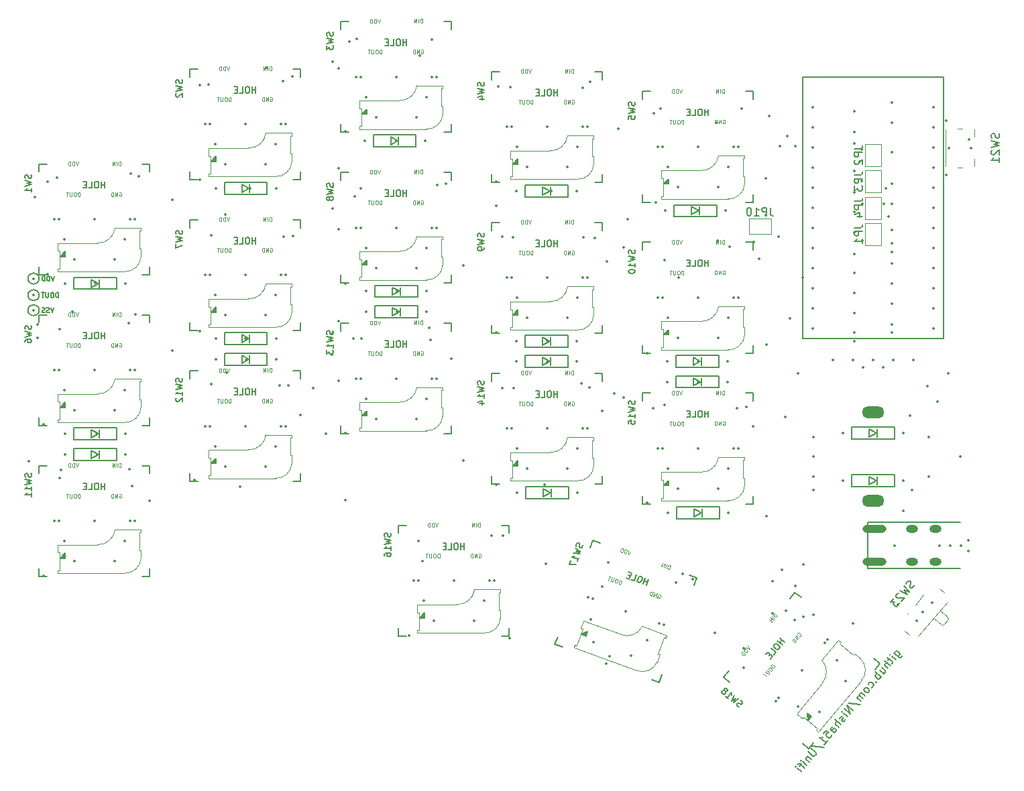
<source format=gbr>
%TF.GenerationSoftware,KiCad,Pcbnew,7.0.9*%
%TF.CreationDate,2024-05-06T02:44:53+05:30*%
%TF.ProjectId,UniFi,556e6946-692e-46b6-9963-61645f706362,rev?*%
%TF.SameCoordinates,Original*%
%TF.FileFunction,Legend,Bot*%
%TF.FilePolarity,Positive*%
%FSLAX46Y46*%
G04 Gerber Fmt 4.6, Leading zero omitted, Abs format (unit mm)*
G04 Created by KiCad (PCBNEW 7.0.9) date 2024-05-06 02:44:53*
%MOMM*%
%LPD*%
G01*
G04 APERTURE LIST*
%ADD10C,0.150000*%
%ADD11C,0.127000*%
%ADD12C,0.152400*%
%ADD13C,0.100000*%
%ADD14C,0.160000*%
%ADD15C,0.120000*%
%ADD16C,0.350000*%
%ADD17O,1.500000X1.000000*%
%ADD18O,3.000000X1.000000*%
%ADD19O,2.800000X1.500000*%
G04 APERTURE END LIST*
D10*
X173647621Y-131324088D02*
X174267752Y-131844440D01*
X174267752Y-131844440D02*
X174371318Y-131869180D01*
X174371318Y-131869180D02*
X174438405Y-131863310D01*
X174438405Y-131863310D02*
X174536101Y-131820963D01*
X174536101Y-131820963D02*
X174627928Y-131711528D01*
X174627928Y-131711528D02*
X174652667Y-131607962D01*
X174121839Y-131722004D02*
X174219535Y-131679657D01*
X174219535Y-131679657D02*
X174341971Y-131533744D01*
X174341971Y-131533744D02*
X174366710Y-131430178D01*
X174366710Y-131430178D02*
X174360841Y-131363091D01*
X174360841Y-131363091D02*
X174318493Y-131265395D01*
X174318493Y-131265395D02*
X174099623Y-131081741D01*
X174099623Y-131081741D02*
X173996058Y-131057001D01*
X173996058Y-131057001D02*
X173928971Y-131062871D01*
X173928971Y-131062871D02*
X173831274Y-131105219D01*
X173831274Y-131105219D02*
X173708839Y-131251132D01*
X173708839Y-131251132D02*
X173684099Y-131354697D01*
X173852228Y-132117397D02*
X173341531Y-131688871D01*
X173086183Y-131474609D02*
X173153271Y-131468740D01*
X173153271Y-131468740D02*
X173159140Y-131535827D01*
X173159140Y-131535827D02*
X173092053Y-131541696D01*
X173092053Y-131541696D02*
X173086183Y-131474609D01*
X173086183Y-131474609D02*
X173159140Y-131535827D01*
X173127269Y-131944219D02*
X172882398Y-132236046D01*
X172780094Y-131839392D02*
X173436704Y-132390352D01*
X173436704Y-132390352D02*
X173479052Y-132488049D01*
X173479052Y-132488049D02*
X173454312Y-132591614D01*
X173454312Y-132591614D02*
X173393094Y-132664571D01*
X173178831Y-132919919D02*
X172412787Y-132277132D01*
X172903351Y-133248224D02*
X172502089Y-132911526D01*
X172502089Y-132911526D02*
X172459742Y-132813830D01*
X172459742Y-132813830D02*
X172484481Y-132710264D01*
X172484481Y-132710264D02*
X172576308Y-132600829D01*
X172576308Y-132600829D02*
X172674004Y-132558481D01*
X172674004Y-132558481D02*
X172741092Y-132552612D01*
X171811085Y-133512787D02*
X172321781Y-133941312D01*
X172086565Y-133184482D02*
X172487827Y-133521180D01*
X172487827Y-133521180D02*
X172530174Y-133618877D01*
X172530174Y-133618877D02*
X172505435Y-133722442D01*
X172505435Y-133722442D02*
X172413608Y-133831877D01*
X172413608Y-133831877D02*
X172315912Y-133874225D01*
X172315912Y-133874225D02*
X172248824Y-133880094D01*
X172015692Y-134306095D02*
X171249647Y-133663307D01*
X171541474Y-133908179D02*
X171443777Y-133950527D01*
X171443777Y-133950527D02*
X171321342Y-134096440D01*
X171321342Y-134096440D02*
X171296602Y-134200005D01*
X171296602Y-134200005D02*
X171302472Y-134267093D01*
X171302472Y-134267093D02*
X171344819Y-134364789D01*
X171344819Y-134364789D02*
X171563689Y-134548442D01*
X171563689Y-134548442D02*
X171667255Y-134573182D01*
X171667255Y-134573182D02*
X171734342Y-134567313D01*
X171734342Y-134567313D02*
X171832038Y-134524965D01*
X171832038Y-134524965D02*
X171954474Y-134379052D01*
X171954474Y-134379052D02*
X171979213Y-134275486D01*
X171361165Y-134937965D02*
X171367035Y-135005052D01*
X171367035Y-135005052D02*
X171434122Y-134999183D01*
X171434122Y-134999183D02*
X171428252Y-134932096D01*
X171428252Y-134932096D02*
X171361165Y-134937965D01*
X171361165Y-134937965D02*
X171434122Y-134999183D01*
X170816074Y-135661662D02*
X170913770Y-135619314D01*
X170913770Y-135619314D02*
X171036206Y-135473401D01*
X171036206Y-135473401D02*
X171060946Y-135369835D01*
X171060946Y-135369835D02*
X171055076Y-135302748D01*
X171055076Y-135302748D02*
X171012729Y-135205052D01*
X171012729Y-135205052D02*
X170793859Y-135021398D01*
X170793859Y-135021398D02*
X170690293Y-134996658D01*
X170690293Y-134996658D02*
X170623206Y-135002528D01*
X170623206Y-135002528D02*
X170525510Y-135044876D01*
X170525510Y-135044876D02*
X170403074Y-135190789D01*
X170403074Y-135190789D02*
X170378334Y-135294354D01*
X170485245Y-136130010D02*
X170509985Y-136026445D01*
X170509985Y-136026445D02*
X170504115Y-135959357D01*
X170504115Y-135959357D02*
X170461768Y-135861661D01*
X170461768Y-135861661D02*
X170242898Y-135678008D01*
X170242898Y-135678008D02*
X170139332Y-135653268D01*
X170139332Y-135653268D02*
X170072245Y-135659137D01*
X170072245Y-135659137D02*
X169974549Y-135701485D01*
X169974549Y-135701485D02*
X169882722Y-135810920D01*
X169882722Y-135810920D02*
X169857982Y-135914486D01*
X169857982Y-135914486D02*
X169863852Y-135981573D01*
X169863852Y-135981573D02*
X169906200Y-136079269D01*
X169906200Y-136079269D02*
X170125069Y-136262923D01*
X170125069Y-136262923D02*
X170228635Y-136287662D01*
X170228635Y-136287662D02*
X170295722Y-136281793D01*
X170295722Y-136281793D02*
X170393418Y-136239445D01*
X170393418Y-136239445D02*
X170485245Y-136130010D01*
X169995502Y-136713663D02*
X169484806Y-136285138D01*
X169557762Y-136346356D02*
X169490675Y-136352225D01*
X169490675Y-136352225D02*
X169392979Y-136394573D01*
X169392979Y-136394573D02*
X169301152Y-136504008D01*
X169301152Y-136504008D02*
X169276413Y-136607574D01*
X169276413Y-136607574D02*
X169318760Y-136705270D01*
X169318760Y-136705270D02*
X169720022Y-137041968D01*
X169318760Y-136705270D02*
X169215195Y-136680530D01*
X169215195Y-136680530D02*
X169117499Y-136722878D01*
X169117499Y-136722878D02*
X169025672Y-136832313D01*
X169025672Y-136832313D02*
X169000932Y-136935878D01*
X169000932Y-136935878D02*
X169043280Y-137033574D01*
X169043280Y-137033574D02*
X169444541Y-137370273D01*
X167876795Y-137608834D02*
X169412671Y-137778665D01*
X168465056Y-138537578D02*
X167699011Y-137894791D01*
X167699011Y-137894791D02*
X168097748Y-138975318D01*
X168097748Y-138975318D02*
X167331704Y-138332530D01*
X167791659Y-139340101D02*
X167280963Y-138911576D01*
X167025615Y-138697313D02*
X167092702Y-138691444D01*
X167092702Y-138691444D02*
X167098571Y-138758531D01*
X167098571Y-138758531D02*
X167031484Y-138764401D01*
X167031484Y-138764401D02*
X167025615Y-138697313D01*
X167025615Y-138697313D02*
X167098571Y-138758531D01*
X167479701Y-139637796D02*
X167454961Y-139741362D01*
X167454961Y-139741362D02*
X167332525Y-139887275D01*
X167332525Y-139887275D02*
X167234829Y-139929623D01*
X167234829Y-139929623D02*
X167131264Y-139904883D01*
X167131264Y-139904883D02*
X167094785Y-139874274D01*
X167094785Y-139874274D02*
X167052438Y-139776578D01*
X167052438Y-139776578D02*
X167077177Y-139673013D01*
X167077177Y-139673013D02*
X167169004Y-139563578D01*
X167169004Y-139563578D02*
X167193744Y-139460012D01*
X167193744Y-139460012D02*
X167151396Y-139362316D01*
X167151396Y-139362316D02*
X167114918Y-139331707D01*
X167114918Y-139331707D02*
X167011352Y-139306968D01*
X167011352Y-139306968D02*
X166913656Y-139349315D01*
X166913656Y-139349315D02*
X166821829Y-139458750D01*
X166821829Y-139458750D02*
X166797090Y-139562316D01*
X166965218Y-140325015D02*
X166199174Y-139682227D01*
X166689738Y-140653320D02*
X166288476Y-140316622D01*
X166288476Y-140316622D02*
X166246129Y-140218925D01*
X166246129Y-140218925D02*
X166270868Y-140115360D01*
X166270868Y-140115360D02*
X166362695Y-140005925D01*
X166362695Y-140005925D02*
X166460391Y-139963577D01*
X166460391Y-139963577D02*
X166527478Y-139957708D01*
X166108168Y-141346408D02*
X165706907Y-141009709D01*
X165706907Y-141009709D02*
X165664559Y-140912013D01*
X165664559Y-140912013D02*
X165689298Y-140808448D01*
X165689298Y-140808448D02*
X165811734Y-140662534D01*
X165811734Y-140662534D02*
X165909430Y-140620187D01*
X166071690Y-141315799D02*
X166169386Y-141273451D01*
X166169386Y-141273451D02*
X166322430Y-141091060D01*
X166322430Y-141091060D02*
X166347170Y-140987494D01*
X166347170Y-140987494D02*
X166304822Y-140889798D01*
X166304822Y-140889798D02*
X166231866Y-140828580D01*
X166231866Y-140828580D02*
X166128300Y-140803840D01*
X166128300Y-140803840D02*
X166030604Y-140846188D01*
X166030604Y-140846188D02*
X165877559Y-141028580D01*
X165877559Y-141028580D02*
X165779863Y-141070927D01*
X164729945Y-141433186D02*
X165036034Y-141068403D01*
X165036034Y-141068403D02*
X165431426Y-141338014D01*
X165431426Y-141338014D02*
X165364339Y-141343884D01*
X165364339Y-141343884D02*
X165266643Y-141386231D01*
X165266643Y-141386231D02*
X165113598Y-141568623D01*
X165113598Y-141568623D02*
X165088858Y-141672188D01*
X165088858Y-141672188D02*
X165094728Y-141739276D01*
X165094728Y-141739276D02*
X165137075Y-141836972D01*
X165137075Y-141836972D02*
X165319467Y-141990016D01*
X165319467Y-141990016D02*
X165423033Y-142014756D01*
X165423033Y-142014756D02*
X165490120Y-142008887D01*
X165490120Y-142008887D02*
X165587816Y-141966539D01*
X165587816Y-141966539D02*
X165740861Y-141784147D01*
X165740861Y-141784147D02*
X165765600Y-141680582D01*
X165765600Y-141680582D02*
X165759731Y-141613495D01*
X164853202Y-142842018D02*
X165220509Y-142404279D01*
X165036855Y-142623149D02*
X164270811Y-141980361D01*
X164270811Y-141980361D02*
X164441463Y-141999231D01*
X164441463Y-141999231D02*
X164575638Y-141987492D01*
X164575638Y-141987492D02*
X164673334Y-141945145D01*
X163316064Y-143044101D02*
X164851939Y-143213933D01*
X163138280Y-143330058D02*
X163758411Y-143850410D01*
X163758411Y-143850410D02*
X163800759Y-143948106D01*
X163800759Y-143948106D02*
X163806628Y-144015194D01*
X163806628Y-144015194D02*
X163781889Y-144118759D01*
X163781889Y-144118759D02*
X163659453Y-144264672D01*
X163659453Y-144264672D02*
X163561757Y-144307020D01*
X163561757Y-144307020D02*
X163494670Y-144312889D01*
X163494670Y-144312889D02*
X163391104Y-144288150D01*
X163391104Y-144288150D02*
X162770973Y-143767798D01*
X162720232Y-144346844D02*
X163230928Y-144775369D01*
X162793188Y-144408061D02*
X162726101Y-144413931D01*
X162726101Y-144413931D02*
X162628405Y-144456278D01*
X162628405Y-144456278D02*
X162536578Y-144565713D01*
X162536578Y-144565713D02*
X162511839Y-144669279D01*
X162511839Y-144669279D02*
X162554186Y-144766975D01*
X162554186Y-144766975D02*
X162955448Y-145103673D01*
X162649358Y-145468457D02*
X162138662Y-145039931D01*
X161883314Y-144825669D02*
X161950401Y-144819800D01*
X161950401Y-144819800D02*
X161956270Y-144886887D01*
X161956270Y-144886887D02*
X161889183Y-144892756D01*
X161889183Y-144892756D02*
X161883314Y-144825669D01*
X161883314Y-144825669D02*
X161956270Y-144886887D01*
X161924400Y-145295279D02*
X161679528Y-145587106D01*
X162343269Y-145833239D02*
X161686660Y-145282278D01*
X161686660Y-145282278D02*
X161583094Y-145257539D01*
X161583094Y-145257539D02*
X161485398Y-145299887D01*
X161485398Y-145299887D02*
X161424180Y-145372843D01*
X161975962Y-146270979D02*
X161465265Y-145842454D01*
X161209917Y-145628192D02*
X161277005Y-145622322D01*
X161277005Y-145622322D02*
X161282874Y-145689410D01*
X161282874Y-145689410D02*
X161215787Y-145695279D01*
X161215787Y-145695279D02*
X161209917Y-145628192D01*
X161209917Y-145628192D02*
X161282874Y-145689410D01*
D11*
X67572750Y-87665808D02*
X67369550Y-88275408D01*
X67369550Y-88275408D02*
X67166350Y-87665808D01*
X66992179Y-88246380D02*
X66905094Y-88275408D01*
X66905094Y-88275408D02*
X66759951Y-88275408D01*
X66759951Y-88275408D02*
X66701894Y-88246380D01*
X66701894Y-88246380D02*
X66672865Y-88217351D01*
X66672865Y-88217351D02*
X66643836Y-88159294D01*
X66643836Y-88159294D02*
X66643836Y-88101237D01*
X66643836Y-88101237D02*
X66672865Y-88043180D01*
X66672865Y-88043180D02*
X66701894Y-88014151D01*
X66701894Y-88014151D02*
X66759951Y-87985122D01*
X66759951Y-87985122D02*
X66876065Y-87956094D01*
X66876065Y-87956094D02*
X66934122Y-87927065D01*
X66934122Y-87927065D02*
X66963151Y-87898037D01*
X66963151Y-87898037D02*
X66992179Y-87839980D01*
X66992179Y-87839980D02*
X66992179Y-87781922D01*
X66992179Y-87781922D02*
X66963151Y-87723865D01*
X66963151Y-87723865D02*
X66934122Y-87694837D01*
X66934122Y-87694837D02*
X66876065Y-87665808D01*
X66876065Y-87665808D02*
X66730922Y-87665808D01*
X66730922Y-87665808D02*
X66643836Y-87694837D01*
X66411608Y-88246380D02*
X66324523Y-88275408D01*
X66324523Y-88275408D02*
X66179380Y-88275408D01*
X66179380Y-88275408D02*
X66121323Y-88246380D01*
X66121323Y-88246380D02*
X66092294Y-88217351D01*
X66092294Y-88217351D02*
X66063265Y-88159294D01*
X66063265Y-88159294D02*
X66063265Y-88101237D01*
X66063265Y-88101237D02*
X66092294Y-88043180D01*
X66092294Y-88043180D02*
X66121323Y-88014151D01*
X66121323Y-88014151D02*
X66179380Y-87985122D01*
X66179380Y-87985122D02*
X66295494Y-87956094D01*
X66295494Y-87956094D02*
X66353551Y-87927065D01*
X66353551Y-87927065D02*
X66382580Y-87898037D01*
X66382580Y-87898037D02*
X66411608Y-87839980D01*
X66411608Y-87839980D02*
X66411608Y-87781922D01*
X66411608Y-87781922D02*
X66382580Y-87723865D01*
X66382580Y-87723865D02*
X66353551Y-87694837D01*
X66353551Y-87694837D02*
X66295494Y-87665808D01*
X66295494Y-87665808D02*
X66150351Y-87665808D01*
X66150351Y-87665808D02*
X66063265Y-87694837D01*
D12*
X140897987Y-61726267D02*
X140936691Y-61842381D01*
X140936691Y-61842381D02*
X140936691Y-62035905D01*
X140936691Y-62035905D02*
X140897987Y-62113314D01*
X140897987Y-62113314D02*
X140859282Y-62152019D01*
X140859282Y-62152019D02*
X140781872Y-62190724D01*
X140781872Y-62190724D02*
X140704463Y-62190724D01*
X140704463Y-62190724D02*
X140627053Y-62152019D01*
X140627053Y-62152019D02*
X140588348Y-62113314D01*
X140588348Y-62113314D02*
X140549644Y-62035905D01*
X140549644Y-62035905D02*
X140510939Y-61881086D01*
X140510939Y-61881086D02*
X140472234Y-61803676D01*
X140472234Y-61803676D02*
X140433529Y-61764971D01*
X140433529Y-61764971D02*
X140356120Y-61726267D01*
X140356120Y-61726267D02*
X140278710Y-61726267D01*
X140278710Y-61726267D02*
X140201301Y-61764971D01*
X140201301Y-61764971D02*
X140162596Y-61803676D01*
X140162596Y-61803676D02*
X140123891Y-61881086D01*
X140123891Y-61881086D02*
X140123891Y-62074609D01*
X140123891Y-62074609D02*
X140162596Y-62190724D01*
X140123891Y-62461657D02*
X140936691Y-62655181D01*
X140936691Y-62655181D02*
X140356120Y-62810000D01*
X140356120Y-62810000D02*
X140936691Y-62964819D01*
X140936691Y-62964819D02*
X140123891Y-63158343D01*
X140123891Y-63855028D02*
X140123891Y-63467980D01*
X140123891Y-63467980D02*
X140510939Y-63429276D01*
X140510939Y-63429276D02*
X140472234Y-63467980D01*
X140472234Y-63467980D02*
X140433529Y-63545390D01*
X140433529Y-63545390D02*
X140433529Y-63738914D01*
X140433529Y-63738914D02*
X140472234Y-63816323D01*
X140472234Y-63816323D02*
X140510939Y-63855028D01*
X140510939Y-63855028D02*
X140588348Y-63893733D01*
X140588348Y-63893733D02*
X140781872Y-63893733D01*
X140781872Y-63893733D02*
X140859282Y-63855028D01*
X140859282Y-63855028D02*
X140897987Y-63816323D01*
X140897987Y-63816323D02*
X140936691Y-63738914D01*
X140936691Y-63738914D02*
X140936691Y-63545390D01*
X140936691Y-63545390D02*
X140897987Y-63467980D01*
X140897987Y-63467980D02*
X140859282Y-63429276D01*
D10*
X150211932Y-63404295D02*
X150211932Y-62604295D01*
X150211932Y-62985247D02*
X149754789Y-62985247D01*
X149754789Y-63404295D02*
X149754789Y-62604295D01*
X149221456Y-62604295D02*
X149069075Y-62604295D01*
X149069075Y-62604295D02*
X148992885Y-62642390D01*
X148992885Y-62642390D02*
X148916694Y-62718580D01*
X148916694Y-62718580D02*
X148878599Y-62870961D01*
X148878599Y-62870961D02*
X148878599Y-63137628D01*
X148878599Y-63137628D02*
X148916694Y-63290009D01*
X148916694Y-63290009D02*
X148992885Y-63366200D01*
X148992885Y-63366200D02*
X149069075Y-63404295D01*
X149069075Y-63404295D02*
X149221456Y-63404295D01*
X149221456Y-63404295D02*
X149297647Y-63366200D01*
X149297647Y-63366200D02*
X149373837Y-63290009D01*
X149373837Y-63290009D02*
X149411933Y-63137628D01*
X149411933Y-63137628D02*
X149411933Y-62870961D01*
X149411933Y-62870961D02*
X149373837Y-62718580D01*
X149373837Y-62718580D02*
X149297647Y-62642390D01*
X149297647Y-62642390D02*
X149221456Y-62604295D01*
X148154790Y-63404295D02*
X148535742Y-63404295D01*
X148535742Y-63404295D02*
X148535742Y-62604295D01*
X147888123Y-62985247D02*
X147621457Y-62985247D01*
X147507171Y-63404295D02*
X147888123Y-63404295D01*
X147888123Y-63404295D02*
X147888123Y-62604295D01*
X147888123Y-62604295D02*
X147507171Y-62604295D01*
D13*
X146875265Y-60073609D02*
X146708599Y-60573609D01*
X146708599Y-60573609D02*
X146541932Y-60073609D01*
X146375266Y-60573609D02*
X146375266Y-60073609D01*
X146375266Y-60073609D02*
X146256218Y-60073609D01*
X146256218Y-60073609D02*
X146184790Y-60097419D01*
X146184790Y-60097419D02*
X146137171Y-60145038D01*
X146137171Y-60145038D02*
X146113361Y-60192657D01*
X146113361Y-60192657D02*
X146089552Y-60287895D01*
X146089552Y-60287895D02*
X146089552Y-60359323D01*
X146089552Y-60359323D02*
X146113361Y-60454561D01*
X146113361Y-60454561D02*
X146137171Y-60502180D01*
X146137171Y-60502180D02*
X146184790Y-60549800D01*
X146184790Y-60549800D02*
X146256218Y-60573609D01*
X146256218Y-60573609D02*
X146375266Y-60573609D01*
X145875266Y-60573609D02*
X145875266Y-60073609D01*
X145875266Y-60073609D02*
X145756218Y-60073609D01*
X145756218Y-60073609D02*
X145684790Y-60097419D01*
X145684790Y-60097419D02*
X145637171Y-60145038D01*
X145637171Y-60145038D02*
X145613361Y-60192657D01*
X145613361Y-60192657D02*
X145589552Y-60287895D01*
X145589552Y-60287895D02*
X145589552Y-60359323D01*
X145589552Y-60359323D02*
X145613361Y-60454561D01*
X145613361Y-60454561D02*
X145637171Y-60502180D01*
X145637171Y-60502180D02*
X145684790Y-60549800D01*
X145684790Y-60549800D02*
X145756218Y-60573609D01*
X145756218Y-60573609D02*
X145875266Y-60573609D01*
X152029552Y-63957419D02*
X152077171Y-63933609D01*
X152077171Y-63933609D02*
X152148600Y-63933609D01*
X152148600Y-63933609D02*
X152220028Y-63957419D01*
X152220028Y-63957419D02*
X152267647Y-64005038D01*
X152267647Y-64005038D02*
X152291457Y-64052657D01*
X152291457Y-64052657D02*
X152315266Y-64147895D01*
X152315266Y-64147895D02*
X152315266Y-64219323D01*
X152315266Y-64219323D02*
X152291457Y-64314561D01*
X152291457Y-64314561D02*
X152267647Y-64362180D01*
X152267647Y-64362180D02*
X152220028Y-64409800D01*
X152220028Y-64409800D02*
X152148600Y-64433609D01*
X152148600Y-64433609D02*
X152100981Y-64433609D01*
X152100981Y-64433609D02*
X152029552Y-64409800D01*
X152029552Y-64409800D02*
X152005743Y-64385990D01*
X152005743Y-64385990D02*
X152005743Y-64219323D01*
X152005743Y-64219323D02*
X152100981Y-64219323D01*
X151791457Y-64433609D02*
X151791457Y-63933609D01*
X151791457Y-63933609D02*
X151505743Y-64433609D01*
X151505743Y-64433609D02*
X151505743Y-63933609D01*
X151267647Y-64433609D02*
X151267647Y-63933609D01*
X151267647Y-63933609D02*
X151148599Y-63933609D01*
X151148599Y-63933609D02*
X151077171Y-63957419D01*
X151077171Y-63957419D02*
X151029552Y-64005038D01*
X151029552Y-64005038D02*
X151005742Y-64052657D01*
X151005742Y-64052657D02*
X150981933Y-64147895D01*
X150981933Y-64147895D02*
X150981933Y-64219323D01*
X150981933Y-64219323D02*
X151005742Y-64314561D01*
X151005742Y-64314561D02*
X151029552Y-64362180D01*
X151029552Y-64362180D02*
X151077171Y-64409800D01*
X151077171Y-64409800D02*
X151148599Y-64433609D01*
X151148599Y-64433609D02*
X151267647Y-64433609D01*
X152190504Y-60553609D02*
X152190504Y-60053609D01*
X152190504Y-60053609D02*
X152071456Y-60053609D01*
X152071456Y-60053609D02*
X152000028Y-60077419D01*
X152000028Y-60077419D02*
X151952409Y-60125038D01*
X151952409Y-60125038D02*
X151928599Y-60172657D01*
X151928599Y-60172657D02*
X151904790Y-60267895D01*
X151904790Y-60267895D02*
X151904790Y-60339323D01*
X151904790Y-60339323D02*
X151928599Y-60434561D01*
X151928599Y-60434561D02*
X151952409Y-60482180D01*
X151952409Y-60482180D02*
X152000028Y-60529800D01*
X152000028Y-60529800D02*
X152071456Y-60553609D01*
X152071456Y-60553609D02*
X152190504Y-60553609D01*
X151690504Y-60553609D02*
X151690504Y-60053609D01*
X151452409Y-60553609D02*
X151452409Y-60053609D01*
X151452409Y-60053609D02*
X151166695Y-60553609D01*
X151166695Y-60553609D02*
X151166695Y-60053609D01*
X147083838Y-64453609D02*
X147083838Y-63953609D01*
X147083838Y-63953609D02*
X146964790Y-63953609D01*
X146964790Y-63953609D02*
X146893362Y-63977419D01*
X146893362Y-63977419D02*
X146845743Y-64025038D01*
X146845743Y-64025038D02*
X146821933Y-64072657D01*
X146821933Y-64072657D02*
X146798124Y-64167895D01*
X146798124Y-64167895D02*
X146798124Y-64239323D01*
X146798124Y-64239323D02*
X146821933Y-64334561D01*
X146821933Y-64334561D02*
X146845743Y-64382180D01*
X146845743Y-64382180D02*
X146893362Y-64429800D01*
X146893362Y-64429800D02*
X146964790Y-64453609D01*
X146964790Y-64453609D02*
X147083838Y-64453609D01*
X146488600Y-63953609D02*
X146393362Y-63953609D01*
X146393362Y-63953609D02*
X146345743Y-63977419D01*
X146345743Y-63977419D02*
X146298124Y-64025038D01*
X146298124Y-64025038D02*
X146274314Y-64120276D01*
X146274314Y-64120276D02*
X146274314Y-64286942D01*
X146274314Y-64286942D02*
X146298124Y-64382180D01*
X146298124Y-64382180D02*
X146345743Y-64429800D01*
X146345743Y-64429800D02*
X146393362Y-64453609D01*
X146393362Y-64453609D02*
X146488600Y-64453609D01*
X146488600Y-64453609D02*
X146536219Y-64429800D01*
X146536219Y-64429800D02*
X146583838Y-64382180D01*
X146583838Y-64382180D02*
X146607647Y-64286942D01*
X146607647Y-64286942D02*
X146607647Y-64120276D01*
X146607647Y-64120276D02*
X146583838Y-64025038D01*
X146583838Y-64025038D02*
X146536219Y-63977419D01*
X146536219Y-63977419D02*
X146488600Y-63953609D01*
X146060028Y-63953609D02*
X146060028Y-64358371D01*
X146060028Y-64358371D02*
X146036218Y-64405990D01*
X146036218Y-64405990D02*
X146012409Y-64429800D01*
X146012409Y-64429800D02*
X145964790Y-64453609D01*
X145964790Y-64453609D02*
X145869552Y-64453609D01*
X145869552Y-64453609D02*
X145821933Y-64429800D01*
X145821933Y-64429800D02*
X145798123Y-64405990D01*
X145798123Y-64405990D02*
X145774314Y-64358371D01*
X145774314Y-64358371D02*
X145774314Y-63953609D01*
X145607646Y-63953609D02*
X145321932Y-63953609D01*
X145464789Y-64453609D02*
X145464789Y-63953609D01*
D11*
X67630808Y-83665808D02*
X67427608Y-84275408D01*
X67427608Y-84275408D02*
X67224408Y-83665808D01*
X67021209Y-84275408D02*
X67021209Y-83665808D01*
X67021209Y-83665808D02*
X66876066Y-83665808D01*
X66876066Y-83665808D02*
X66788980Y-83694837D01*
X66788980Y-83694837D02*
X66730923Y-83752894D01*
X66730923Y-83752894D02*
X66701894Y-83810951D01*
X66701894Y-83810951D02*
X66672866Y-83927065D01*
X66672866Y-83927065D02*
X66672866Y-84014151D01*
X66672866Y-84014151D02*
X66701894Y-84130265D01*
X66701894Y-84130265D02*
X66730923Y-84188322D01*
X66730923Y-84188322D02*
X66788980Y-84246380D01*
X66788980Y-84246380D02*
X66876066Y-84275408D01*
X66876066Y-84275408D02*
X67021209Y-84275408D01*
X66411609Y-84275408D02*
X66411609Y-83665808D01*
X66411609Y-83665808D02*
X66266466Y-83665808D01*
X66266466Y-83665808D02*
X66179380Y-83694837D01*
X66179380Y-83694837D02*
X66121323Y-83752894D01*
X66121323Y-83752894D02*
X66092294Y-83810951D01*
X66092294Y-83810951D02*
X66063266Y-83927065D01*
X66063266Y-83927065D02*
X66063266Y-84014151D01*
X66063266Y-84014151D02*
X66092294Y-84130265D01*
X66092294Y-84130265D02*
X66121323Y-84188322D01*
X66121323Y-84188322D02*
X66179380Y-84246380D01*
X66179380Y-84246380D02*
X66266466Y-84275408D01*
X66266466Y-84275408D02*
X66411609Y-84275408D01*
X68153324Y-86375408D02*
X68153324Y-85765808D01*
X68153324Y-85765808D02*
X68008181Y-85765808D01*
X68008181Y-85765808D02*
X67921095Y-85794837D01*
X67921095Y-85794837D02*
X67863038Y-85852894D01*
X67863038Y-85852894D02*
X67834009Y-85910951D01*
X67834009Y-85910951D02*
X67804981Y-86027065D01*
X67804981Y-86027065D02*
X67804981Y-86114151D01*
X67804981Y-86114151D02*
X67834009Y-86230265D01*
X67834009Y-86230265D02*
X67863038Y-86288322D01*
X67863038Y-86288322D02*
X67921095Y-86346380D01*
X67921095Y-86346380D02*
X68008181Y-86375408D01*
X68008181Y-86375408D02*
X68153324Y-86375408D01*
X67427609Y-85765808D02*
X67311495Y-85765808D01*
X67311495Y-85765808D02*
X67253438Y-85794837D01*
X67253438Y-85794837D02*
X67195381Y-85852894D01*
X67195381Y-85852894D02*
X67166352Y-85969008D01*
X67166352Y-85969008D02*
X67166352Y-86172208D01*
X67166352Y-86172208D02*
X67195381Y-86288322D01*
X67195381Y-86288322D02*
X67253438Y-86346380D01*
X67253438Y-86346380D02*
X67311495Y-86375408D01*
X67311495Y-86375408D02*
X67427609Y-86375408D01*
X67427609Y-86375408D02*
X67485667Y-86346380D01*
X67485667Y-86346380D02*
X67543724Y-86288322D01*
X67543724Y-86288322D02*
X67572752Y-86172208D01*
X67572752Y-86172208D02*
X67572752Y-85969008D01*
X67572752Y-85969008D02*
X67543724Y-85852894D01*
X67543724Y-85852894D02*
X67485667Y-85794837D01*
X67485667Y-85794837D02*
X67427609Y-85765808D01*
X66905095Y-85765808D02*
X66905095Y-86259294D01*
X66905095Y-86259294D02*
X66876066Y-86317351D01*
X66876066Y-86317351D02*
X66847038Y-86346380D01*
X66847038Y-86346380D02*
X66788980Y-86375408D01*
X66788980Y-86375408D02*
X66672866Y-86375408D01*
X66672866Y-86375408D02*
X66614809Y-86346380D01*
X66614809Y-86346380D02*
X66585780Y-86317351D01*
X66585780Y-86317351D02*
X66556752Y-86259294D01*
X66556752Y-86259294D02*
X66556752Y-85765808D01*
X66353551Y-85765808D02*
X66005209Y-85765808D01*
X66179380Y-86375408D02*
X66179380Y-85765808D01*
D13*
X127825265Y-95673609D02*
X127658599Y-96173609D01*
X127658599Y-96173609D02*
X127491932Y-95673609D01*
X127325266Y-96173609D02*
X127325266Y-95673609D01*
X127325266Y-95673609D02*
X127206218Y-95673609D01*
X127206218Y-95673609D02*
X127134790Y-95697419D01*
X127134790Y-95697419D02*
X127087171Y-95745038D01*
X127087171Y-95745038D02*
X127063361Y-95792657D01*
X127063361Y-95792657D02*
X127039552Y-95887895D01*
X127039552Y-95887895D02*
X127039552Y-95959323D01*
X127039552Y-95959323D02*
X127063361Y-96054561D01*
X127063361Y-96054561D02*
X127087171Y-96102180D01*
X127087171Y-96102180D02*
X127134790Y-96149800D01*
X127134790Y-96149800D02*
X127206218Y-96173609D01*
X127206218Y-96173609D02*
X127325266Y-96173609D01*
X126825266Y-96173609D02*
X126825266Y-95673609D01*
X126825266Y-95673609D02*
X126706218Y-95673609D01*
X126706218Y-95673609D02*
X126634790Y-95697419D01*
X126634790Y-95697419D02*
X126587171Y-95745038D01*
X126587171Y-95745038D02*
X126563361Y-95792657D01*
X126563361Y-95792657D02*
X126539552Y-95887895D01*
X126539552Y-95887895D02*
X126539552Y-95959323D01*
X126539552Y-95959323D02*
X126563361Y-96054561D01*
X126563361Y-96054561D02*
X126587171Y-96102180D01*
X126587171Y-96102180D02*
X126634790Y-96149800D01*
X126634790Y-96149800D02*
X126706218Y-96173609D01*
X126706218Y-96173609D02*
X126825266Y-96173609D01*
X133140504Y-96153609D02*
X133140504Y-95653609D01*
X133140504Y-95653609D02*
X133021456Y-95653609D01*
X133021456Y-95653609D02*
X132950028Y-95677419D01*
X132950028Y-95677419D02*
X132902409Y-95725038D01*
X132902409Y-95725038D02*
X132878599Y-95772657D01*
X132878599Y-95772657D02*
X132854790Y-95867895D01*
X132854790Y-95867895D02*
X132854790Y-95939323D01*
X132854790Y-95939323D02*
X132878599Y-96034561D01*
X132878599Y-96034561D02*
X132902409Y-96082180D01*
X132902409Y-96082180D02*
X132950028Y-96129800D01*
X132950028Y-96129800D02*
X133021456Y-96153609D01*
X133021456Y-96153609D02*
X133140504Y-96153609D01*
X132640504Y-96153609D02*
X132640504Y-95653609D01*
X132402409Y-96153609D02*
X132402409Y-95653609D01*
X132402409Y-95653609D02*
X132116695Y-96153609D01*
X132116695Y-96153609D02*
X132116695Y-95653609D01*
X132979552Y-99557419D02*
X133027171Y-99533609D01*
X133027171Y-99533609D02*
X133098600Y-99533609D01*
X133098600Y-99533609D02*
X133170028Y-99557419D01*
X133170028Y-99557419D02*
X133217647Y-99605038D01*
X133217647Y-99605038D02*
X133241457Y-99652657D01*
X133241457Y-99652657D02*
X133265266Y-99747895D01*
X133265266Y-99747895D02*
X133265266Y-99819323D01*
X133265266Y-99819323D02*
X133241457Y-99914561D01*
X133241457Y-99914561D02*
X133217647Y-99962180D01*
X133217647Y-99962180D02*
X133170028Y-100009800D01*
X133170028Y-100009800D02*
X133098600Y-100033609D01*
X133098600Y-100033609D02*
X133050981Y-100033609D01*
X133050981Y-100033609D02*
X132979552Y-100009800D01*
X132979552Y-100009800D02*
X132955743Y-99985990D01*
X132955743Y-99985990D02*
X132955743Y-99819323D01*
X132955743Y-99819323D02*
X133050981Y-99819323D01*
X132741457Y-100033609D02*
X132741457Y-99533609D01*
X132741457Y-99533609D02*
X132455743Y-100033609D01*
X132455743Y-100033609D02*
X132455743Y-99533609D01*
X132217647Y-100033609D02*
X132217647Y-99533609D01*
X132217647Y-99533609D02*
X132098599Y-99533609D01*
X132098599Y-99533609D02*
X132027171Y-99557419D01*
X132027171Y-99557419D02*
X131979552Y-99605038D01*
X131979552Y-99605038D02*
X131955742Y-99652657D01*
X131955742Y-99652657D02*
X131931933Y-99747895D01*
X131931933Y-99747895D02*
X131931933Y-99819323D01*
X131931933Y-99819323D02*
X131955742Y-99914561D01*
X131955742Y-99914561D02*
X131979552Y-99962180D01*
X131979552Y-99962180D02*
X132027171Y-100009800D01*
X132027171Y-100009800D02*
X132098599Y-100033609D01*
X132098599Y-100033609D02*
X132217647Y-100033609D01*
D12*
X121847987Y-96939220D02*
X121886691Y-97055334D01*
X121886691Y-97055334D02*
X121886691Y-97248858D01*
X121886691Y-97248858D02*
X121847987Y-97326267D01*
X121847987Y-97326267D02*
X121809282Y-97364972D01*
X121809282Y-97364972D02*
X121731872Y-97403677D01*
X121731872Y-97403677D02*
X121654463Y-97403677D01*
X121654463Y-97403677D02*
X121577053Y-97364972D01*
X121577053Y-97364972D02*
X121538348Y-97326267D01*
X121538348Y-97326267D02*
X121499644Y-97248858D01*
X121499644Y-97248858D02*
X121460939Y-97094039D01*
X121460939Y-97094039D02*
X121422234Y-97016629D01*
X121422234Y-97016629D02*
X121383529Y-96977924D01*
X121383529Y-96977924D02*
X121306120Y-96939220D01*
X121306120Y-96939220D02*
X121228710Y-96939220D01*
X121228710Y-96939220D02*
X121151301Y-96977924D01*
X121151301Y-96977924D02*
X121112596Y-97016629D01*
X121112596Y-97016629D02*
X121073891Y-97094039D01*
X121073891Y-97094039D02*
X121073891Y-97287562D01*
X121073891Y-97287562D02*
X121112596Y-97403677D01*
X121073891Y-97674610D02*
X121886691Y-97868134D01*
X121886691Y-97868134D02*
X121306120Y-98022953D01*
X121306120Y-98022953D02*
X121886691Y-98177772D01*
X121886691Y-98177772D02*
X121073891Y-98371296D01*
X121886691Y-99106686D02*
X121886691Y-98642229D01*
X121886691Y-98874457D02*
X121073891Y-98874457D01*
X121073891Y-98874457D02*
X121190006Y-98797048D01*
X121190006Y-98797048D02*
X121267415Y-98719638D01*
X121267415Y-98719638D02*
X121306120Y-98642229D01*
X121344825Y-99803371D02*
X121886691Y-99803371D01*
X121035187Y-99609847D02*
X121615758Y-99416324D01*
X121615758Y-99416324D02*
X121615758Y-99919485D01*
D10*
X131161932Y-99004295D02*
X131161932Y-98204295D01*
X131161932Y-98585247D02*
X130704789Y-98585247D01*
X130704789Y-99004295D02*
X130704789Y-98204295D01*
X130171456Y-98204295D02*
X130019075Y-98204295D01*
X130019075Y-98204295D02*
X129942885Y-98242390D01*
X129942885Y-98242390D02*
X129866694Y-98318580D01*
X129866694Y-98318580D02*
X129828599Y-98470961D01*
X129828599Y-98470961D02*
X129828599Y-98737628D01*
X129828599Y-98737628D02*
X129866694Y-98890009D01*
X129866694Y-98890009D02*
X129942885Y-98966200D01*
X129942885Y-98966200D02*
X130019075Y-99004295D01*
X130019075Y-99004295D02*
X130171456Y-99004295D01*
X130171456Y-99004295D02*
X130247647Y-98966200D01*
X130247647Y-98966200D02*
X130323837Y-98890009D01*
X130323837Y-98890009D02*
X130361933Y-98737628D01*
X130361933Y-98737628D02*
X130361933Y-98470961D01*
X130361933Y-98470961D02*
X130323837Y-98318580D01*
X130323837Y-98318580D02*
X130247647Y-98242390D01*
X130247647Y-98242390D02*
X130171456Y-98204295D01*
X129104790Y-99004295D02*
X129485742Y-99004295D01*
X129485742Y-99004295D02*
X129485742Y-98204295D01*
X128838123Y-98585247D02*
X128571457Y-98585247D01*
X128457171Y-99004295D02*
X128838123Y-99004295D01*
X128838123Y-99004295D02*
X128838123Y-98204295D01*
X128838123Y-98204295D02*
X128457171Y-98204295D01*
D13*
X128033838Y-100053609D02*
X128033838Y-99553609D01*
X128033838Y-99553609D02*
X127914790Y-99553609D01*
X127914790Y-99553609D02*
X127843362Y-99577419D01*
X127843362Y-99577419D02*
X127795743Y-99625038D01*
X127795743Y-99625038D02*
X127771933Y-99672657D01*
X127771933Y-99672657D02*
X127748124Y-99767895D01*
X127748124Y-99767895D02*
X127748124Y-99839323D01*
X127748124Y-99839323D02*
X127771933Y-99934561D01*
X127771933Y-99934561D02*
X127795743Y-99982180D01*
X127795743Y-99982180D02*
X127843362Y-100029800D01*
X127843362Y-100029800D02*
X127914790Y-100053609D01*
X127914790Y-100053609D02*
X128033838Y-100053609D01*
X127438600Y-99553609D02*
X127343362Y-99553609D01*
X127343362Y-99553609D02*
X127295743Y-99577419D01*
X127295743Y-99577419D02*
X127248124Y-99625038D01*
X127248124Y-99625038D02*
X127224314Y-99720276D01*
X127224314Y-99720276D02*
X127224314Y-99886942D01*
X127224314Y-99886942D02*
X127248124Y-99982180D01*
X127248124Y-99982180D02*
X127295743Y-100029800D01*
X127295743Y-100029800D02*
X127343362Y-100053609D01*
X127343362Y-100053609D02*
X127438600Y-100053609D01*
X127438600Y-100053609D02*
X127486219Y-100029800D01*
X127486219Y-100029800D02*
X127533838Y-99982180D01*
X127533838Y-99982180D02*
X127557647Y-99886942D01*
X127557647Y-99886942D02*
X127557647Y-99720276D01*
X127557647Y-99720276D02*
X127533838Y-99625038D01*
X127533838Y-99625038D02*
X127486219Y-99577419D01*
X127486219Y-99577419D02*
X127438600Y-99553609D01*
X127010028Y-99553609D02*
X127010028Y-99958371D01*
X127010028Y-99958371D02*
X126986218Y-100005990D01*
X126986218Y-100005990D02*
X126962409Y-100029800D01*
X126962409Y-100029800D02*
X126914790Y-100053609D01*
X126914790Y-100053609D02*
X126819552Y-100053609D01*
X126819552Y-100053609D02*
X126771933Y-100029800D01*
X126771933Y-100029800D02*
X126748123Y-100005990D01*
X126748123Y-100005990D02*
X126724314Y-99958371D01*
X126724314Y-99958371D02*
X126724314Y-99553609D01*
X126557646Y-99553609D02*
X126271932Y-99553609D01*
X126414789Y-100053609D02*
X126414789Y-99553609D01*
D12*
X154087889Y-138138870D02*
X153974062Y-138093882D01*
X153974062Y-138093882D02*
X153825814Y-137969488D01*
X153825814Y-137969488D02*
X153791394Y-137890080D01*
X153791394Y-137890080D02*
X153786623Y-137835552D01*
X153786623Y-137835552D02*
X153806731Y-137751374D01*
X153806731Y-137751374D02*
X153856489Y-137692075D01*
X153856489Y-137692075D02*
X153935897Y-137657654D01*
X153935897Y-137657654D02*
X153990425Y-137652884D01*
X153990425Y-137652884D02*
X154074603Y-137672992D01*
X154074603Y-137672992D02*
X154218081Y-137742858D01*
X154218081Y-137742858D02*
X154302259Y-137762967D01*
X154302259Y-137762967D02*
X154356787Y-137758196D01*
X154356787Y-137758196D02*
X154436195Y-137723776D01*
X154436195Y-137723776D02*
X154485952Y-137664477D01*
X154485952Y-137664477D02*
X154506061Y-137580299D01*
X154506061Y-137580299D02*
X154501290Y-137525770D01*
X154501290Y-137525770D02*
X154466870Y-137446363D01*
X154466870Y-137446363D02*
X154318622Y-137321968D01*
X154318622Y-137321968D02*
X154204795Y-137276981D01*
X154022127Y-137073179D02*
X153351421Y-137571425D01*
X153351421Y-137571425D02*
X153606007Y-137027166D01*
X153606007Y-137027166D02*
X153114224Y-137372393D01*
X153114224Y-137372393D02*
X153488434Y-136625358D01*
X152402635Y-136775299D02*
X152758430Y-137073846D01*
X152580532Y-136924573D02*
X153102990Y-136301932D01*
X153102990Y-136301932D02*
X153087653Y-136440638D01*
X153087653Y-136440638D02*
X153097194Y-136549695D01*
X153097194Y-136549695D02*
X153131614Y-136629103D01*
X152345388Y-136120957D02*
X152429566Y-136141065D01*
X152429566Y-136141065D02*
X152484094Y-136136295D01*
X152484094Y-136136295D02*
X152563502Y-136101874D01*
X152563502Y-136101874D02*
X152588381Y-136072225D01*
X152588381Y-136072225D02*
X152608489Y-135988047D01*
X152608489Y-135988047D02*
X152603718Y-135933518D01*
X152603718Y-135933518D02*
X152569298Y-135854111D01*
X152569298Y-135854111D02*
X152450700Y-135754595D01*
X152450700Y-135754595D02*
X152366522Y-135734487D01*
X152366522Y-135734487D02*
X152311993Y-135739257D01*
X152311993Y-135739257D02*
X152232586Y-135773678D01*
X152232586Y-135773678D02*
X152207707Y-135803327D01*
X152207707Y-135803327D02*
X152187599Y-135887505D01*
X152187599Y-135887505D02*
X152192369Y-135942034D01*
X152192369Y-135942034D02*
X152226789Y-136021441D01*
X152226789Y-136021441D02*
X152345388Y-136120957D01*
X152345388Y-136120957D02*
X152379808Y-136200364D01*
X152379808Y-136200364D02*
X152384579Y-136254893D01*
X152384579Y-136254893D02*
X152364470Y-136339071D01*
X152364470Y-136339071D02*
X152264954Y-136457669D01*
X152264954Y-136457669D02*
X152185547Y-136492089D01*
X152185547Y-136492089D02*
X152131019Y-136496860D01*
X152131019Y-136496860D02*
X152046840Y-136476752D01*
X152046840Y-136476752D02*
X151928242Y-136377236D01*
X151928242Y-136377236D02*
X151893822Y-136297829D01*
X151893822Y-136297829D02*
X151889051Y-136243300D01*
X151889051Y-136243300D02*
X151909160Y-136159122D01*
X151909160Y-136159122D02*
X152008675Y-136040524D01*
X152008675Y-136040524D02*
X152088083Y-136006103D01*
X152088083Y-136006103D02*
X152142611Y-136001333D01*
X152142611Y-136001333D02*
X152226789Y-136021441D01*
D13*
X155130582Y-130351041D02*
X155406473Y-130800109D01*
X155406473Y-130800109D02*
X154916319Y-130606389D01*
X155192211Y-131055457D02*
X154809188Y-130734063D01*
X154809188Y-130734063D02*
X154732666Y-130825259D01*
X154732666Y-130825259D02*
X154704992Y-130895281D01*
X154704992Y-130895281D02*
X154710861Y-130962368D01*
X154710861Y-130962368D02*
X154732035Y-131011216D01*
X154732035Y-131011216D02*
X154789687Y-131090673D01*
X154789687Y-131090673D02*
X154844405Y-131136586D01*
X154844405Y-131136586D02*
X154932666Y-131179565D01*
X154932666Y-131179565D02*
X154984448Y-131191935D01*
X154984448Y-131191935D02*
X155051536Y-131186065D01*
X155051536Y-131186065D02*
X155115688Y-131146652D01*
X155115688Y-131146652D02*
X155192211Y-131055457D01*
X154870817Y-131438479D02*
X154487795Y-131117085D01*
X154487795Y-131117085D02*
X154411272Y-131208281D01*
X154411272Y-131208281D02*
X154383598Y-131278303D01*
X154383598Y-131278303D02*
X154389467Y-131345390D01*
X154389467Y-131345390D02*
X154410641Y-131394238D01*
X154410641Y-131394238D02*
X154468293Y-131473695D01*
X154468293Y-131473695D02*
X154523011Y-131519609D01*
X154523011Y-131519609D02*
X154611272Y-131562587D01*
X154611272Y-131562587D02*
X154663055Y-131574957D01*
X154663055Y-131574957D02*
X154730142Y-131569088D01*
X154730142Y-131569088D02*
X154794294Y-131529675D01*
X154794294Y-131529675D02*
X154870817Y-131438479D01*
X158619924Y-133006675D02*
X158236902Y-132685282D01*
X158236902Y-132685282D02*
X158160380Y-132776477D01*
X158160380Y-132776477D02*
X158132705Y-132846499D01*
X158132705Y-132846499D02*
X158138575Y-132913586D01*
X158138575Y-132913586D02*
X158159749Y-132962435D01*
X158159749Y-132962435D02*
X158217401Y-133041892D01*
X158217401Y-133041892D02*
X158272118Y-133087805D01*
X158272118Y-133087805D02*
X158360379Y-133130784D01*
X158360379Y-133130784D02*
X158412162Y-133143153D01*
X158412162Y-133143153D02*
X158479249Y-133137284D01*
X158479249Y-133137284D02*
X158543402Y-133097871D01*
X158543402Y-133097871D02*
X158619924Y-133006675D01*
X157854290Y-133141260D02*
X157793072Y-133214217D01*
X157793072Y-133214217D02*
X157780703Y-133266000D01*
X157780703Y-133266000D02*
X157786572Y-133333087D01*
X157786572Y-133333087D02*
X157844224Y-133412544D01*
X157844224Y-133412544D02*
X157971898Y-133519675D01*
X157971898Y-133519675D02*
X158060159Y-133562654D01*
X158060159Y-133562654D02*
X158127247Y-133556785D01*
X158127247Y-133556785D02*
X158176095Y-133535611D01*
X158176095Y-133535611D02*
X158237313Y-133462654D01*
X158237313Y-133462654D02*
X158249682Y-133410871D01*
X158249682Y-133410871D02*
X158243813Y-133343784D01*
X158243813Y-133343784D02*
X158186161Y-133264327D01*
X158186161Y-133264327D02*
X158058487Y-133157196D01*
X158058487Y-133157196D02*
X157970226Y-133114217D01*
X157970226Y-133114217D02*
X157903138Y-133120087D01*
X157903138Y-133120087D02*
X157854290Y-133141260D01*
X157578810Y-133469566D02*
X157888875Y-133729741D01*
X157888875Y-133729741D02*
X157910049Y-133778590D01*
X157910049Y-133778590D02*
X157912984Y-133812133D01*
X157912984Y-133812133D02*
X157900614Y-133863916D01*
X157900614Y-133863916D02*
X157839396Y-133936873D01*
X157839396Y-133936873D02*
X157790548Y-133958046D01*
X157790548Y-133958046D02*
X157757004Y-133960981D01*
X157757004Y-133960981D02*
X157705222Y-133948611D01*
X157705222Y-133948611D02*
X157395156Y-133688435D01*
X157288024Y-133816110D02*
X157104371Y-134034980D01*
X157579220Y-134246939D02*
X157196198Y-133925545D01*
X161418865Y-128899093D02*
X161431235Y-128847310D01*
X161431235Y-128847310D02*
X161477148Y-128792592D01*
X161477148Y-128792592D02*
X161541301Y-128753179D01*
X161541301Y-128753179D02*
X161608388Y-128747310D01*
X161608388Y-128747310D02*
X161660171Y-128759680D01*
X161660171Y-128759680D02*
X161748432Y-128802658D01*
X161748432Y-128802658D02*
X161803149Y-128848572D01*
X161803149Y-128848572D02*
X161860801Y-128928029D01*
X161860801Y-128928029D02*
X161881975Y-128976877D01*
X161881975Y-128976877D02*
X161887845Y-129043964D01*
X161887845Y-129043964D02*
X161860170Y-129113986D01*
X161860170Y-129113986D02*
X161829561Y-129150464D01*
X161829561Y-129150464D02*
X161765409Y-129189877D01*
X161765409Y-129189877D02*
X161731865Y-129192812D01*
X161731865Y-129192812D02*
X161604191Y-129085681D01*
X161604191Y-129085681D02*
X161665409Y-129012724D01*
X161630603Y-129387573D02*
X161247581Y-129066180D01*
X161247581Y-129066180D02*
X161446950Y-129606443D01*
X161446950Y-129606443D02*
X161063928Y-129285049D01*
X161293905Y-129788835D02*
X160910883Y-129467441D01*
X160910883Y-129467441D02*
X160834360Y-129558637D01*
X160834360Y-129558637D02*
X160806686Y-129628659D01*
X160806686Y-129628659D02*
X160812555Y-129695746D01*
X160812555Y-129695746D02*
X160833729Y-129744594D01*
X160833729Y-129744594D02*
X160891381Y-129824051D01*
X160891381Y-129824051D02*
X160946099Y-129869965D01*
X160946099Y-129869965D02*
X161034360Y-129912944D01*
X161034360Y-129912944D02*
X161086143Y-129925313D01*
X161086143Y-129925313D02*
X161153230Y-129919444D01*
X161153230Y-129919444D02*
X161217382Y-129880031D01*
X161217382Y-129880031D02*
X161293905Y-129788835D01*
X158914853Y-126587870D02*
X158531831Y-126266476D01*
X158531831Y-126266476D02*
X158455309Y-126357672D01*
X158455309Y-126357672D02*
X158427634Y-126427694D01*
X158427634Y-126427694D02*
X158433504Y-126494781D01*
X158433504Y-126494781D02*
X158454678Y-126543629D01*
X158454678Y-126543629D02*
X158512330Y-126623086D01*
X158512330Y-126623086D02*
X158567047Y-126669000D01*
X158567047Y-126669000D02*
X158655308Y-126711978D01*
X158655308Y-126711978D02*
X158707091Y-126724348D01*
X158707091Y-126724348D02*
X158774178Y-126718479D01*
X158774178Y-126718479D02*
X158838331Y-126679066D01*
X158838331Y-126679066D02*
X158914853Y-126587870D01*
X158593459Y-126970892D02*
X158210437Y-126649498D01*
X158440415Y-127153284D02*
X158057393Y-126831890D01*
X158057393Y-126831890D02*
X158256761Y-127372153D01*
X158256761Y-127372153D02*
X157873739Y-127050760D01*
D10*
X159826804Y-129935929D02*
X159213968Y-129421699D01*
X159505794Y-129666571D02*
X159211949Y-130016762D01*
X159532958Y-130286121D02*
X158920122Y-129771891D01*
X158577302Y-130180448D02*
X158479354Y-130297178D01*
X158479354Y-130297178D02*
X158459562Y-130380031D01*
X158459562Y-130380031D02*
X158468953Y-130487370D01*
X158468953Y-130487370D02*
X158561197Y-130614502D01*
X158561197Y-130614502D02*
X158765475Y-130785912D01*
X158765475Y-130785912D02*
X158906693Y-130854678D01*
X158906693Y-130854678D02*
X159014032Y-130845287D01*
X159014032Y-130845287D02*
X159092189Y-130811408D01*
X159092189Y-130811408D02*
X159190138Y-130694678D01*
X159190138Y-130694678D02*
X159209930Y-130611825D01*
X159209930Y-130611825D02*
X159200539Y-130504486D01*
X159200539Y-130504486D02*
X159108295Y-130377355D01*
X159108295Y-130377355D02*
X158904017Y-130205945D01*
X158904017Y-130205945D02*
X158762799Y-130137179D01*
X158762799Y-130137179D02*
X158655459Y-130146570D01*
X158655459Y-130146570D02*
X158577302Y-130180448D01*
X158504498Y-131511792D02*
X158749369Y-131219965D01*
X158749369Y-131219965D02*
X158136534Y-130705735D01*
X158012079Y-131446712D02*
X157840669Y-131650990D01*
X158088216Y-132007897D02*
X158333088Y-131716070D01*
X158333088Y-131716070D02*
X157720252Y-131201840D01*
X157720252Y-131201840D02*
X157475381Y-131493667D01*
D13*
X121376504Y-115365009D02*
X121376504Y-114865009D01*
X121376504Y-114865009D02*
X121257456Y-114865009D01*
X121257456Y-114865009D02*
X121186028Y-114888819D01*
X121186028Y-114888819D02*
X121138409Y-114936438D01*
X121138409Y-114936438D02*
X121114599Y-114984057D01*
X121114599Y-114984057D02*
X121090790Y-115079295D01*
X121090790Y-115079295D02*
X121090790Y-115150723D01*
X121090790Y-115150723D02*
X121114599Y-115245961D01*
X121114599Y-115245961D02*
X121138409Y-115293580D01*
X121138409Y-115293580D02*
X121186028Y-115341200D01*
X121186028Y-115341200D02*
X121257456Y-115365009D01*
X121257456Y-115365009D02*
X121376504Y-115365009D01*
X120876504Y-115365009D02*
X120876504Y-114865009D01*
X120638409Y-115365009D02*
X120638409Y-114865009D01*
X120638409Y-114865009D02*
X120352695Y-115365009D01*
X120352695Y-115365009D02*
X120352695Y-114865009D01*
D12*
X110083987Y-116150620D02*
X110122691Y-116266734D01*
X110122691Y-116266734D02*
X110122691Y-116460258D01*
X110122691Y-116460258D02*
X110083987Y-116537667D01*
X110083987Y-116537667D02*
X110045282Y-116576372D01*
X110045282Y-116576372D02*
X109967872Y-116615077D01*
X109967872Y-116615077D02*
X109890463Y-116615077D01*
X109890463Y-116615077D02*
X109813053Y-116576372D01*
X109813053Y-116576372D02*
X109774348Y-116537667D01*
X109774348Y-116537667D02*
X109735644Y-116460258D01*
X109735644Y-116460258D02*
X109696939Y-116305439D01*
X109696939Y-116305439D02*
X109658234Y-116228029D01*
X109658234Y-116228029D02*
X109619529Y-116189324D01*
X109619529Y-116189324D02*
X109542120Y-116150620D01*
X109542120Y-116150620D02*
X109464710Y-116150620D01*
X109464710Y-116150620D02*
X109387301Y-116189324D01*
X109387301Y-116189324D02*
X109348596Y-116228029D01*
X109348596Y-116228029D02*
X109309891Y-116305439D01*
X109309891Y-116305439D02*
X109309891Y-116498962D01*
X109309891Y-116498962D02*
X109348596Y-116615077D01*
X109309891Y-116886010D02*
X110122691Y-117079534D01*
X110122691Y-117079534D02*
X109542120Y-117234353D01*
X109542120Y-117234353D02*
X110122691Y-117389172D01*
X110122691Y-117389172D02*
X109309891Y-117582696D01*
X110122691Y-118318086D02*
X110122691Y-117853629D01*
X110122691Y-118085857D02*
X109309891Y-118085857D01*
X109309891Y-118085857D02*
X109426006Y-118008448D01*
X109426006Y-118008448D02*
X109503415Y-117931038D01*
X109503415Y-117931038D02*
X109542120Y-117853629D01*
X109309891Y-119014771D02*
X109309891Y-118859952D01*
X109309891Y-118859952D02*
X109348596Y-118782543D01*
X109348596Y-118782543D02*
X109387301Y-118743838D01*
X109387301Y-118743838D02*
X109503415Y-118666428D01*
X109503415Y-118666428D02*
X109658234Y-118627724D01*
X109658234Y-118627724D02*
X109967872Y-118627724D01*
X109967872Y-118627724D02*
X110045282Y-118666428D01*
X110045282Y-118666428D02*
X110083987Y-118705133D01*
X110083987Y-118705133D02*
X110122691Y-118782543D01*
X110122691Y-118782543D02*
X110122691Y-118937362D01*
X110122691Y-118937362D02*
X110083987Y-119014771D01*
X110083987Y-119014771D02*
X110045282Y-119053476D01*
X110045282Y-119053476D02*
X109967872Y-119092181D01*
X109967872Y-119092181D02*
X109774348Y-119092181D01*
X109774348Y-119092181D02*
X109696939Y-119053476D01*
X109696939Y-119053476D02*
X109658234Y-119014771D01*
X109658234Y-119014771D02*
X109619529Y-118937362D01*
X109619529Y-118937362D02*
X109619529Y-118782543D01*
X109619529Y-118782543D02*
X109658234Y-118705133D01*
X109658234Y-118705133D02*
X109696939Y-118666428D01*
X109696939Y-118666428D02*
X109774348Y-118627724D01*
D13*
X116269838Y-119265009D02*
X116269838Y-118765009D01*
X116269838Y-118765009D02*
X116150790Y-118765009D01*
X116150790Y-118765009D02*
X116079362Y-118788819D01*
X116079362Y-118788819D02*
X116031743Y-118836438D01*
X116031743Y-118836438D02*
X116007933Y-118884057D01*
X116007933Y-118884057D02*
X115984124Y-118979295D01*
X115984124Y-118979295D02*
X115984124Y-119050723D01*
X115984124Y-119050723D02*
X116007933Y-119145961D01*
X116007933Y-119145961D02*
X116031743Y-119193580D01*
X116031743Y-119193580D02*
X116079362Y-119241200D01*
X116079362Y-119241200D02*
X116150790Y-119265009D01*
X116150790Y-119265009D02*
X116269838Y-119265009D01*
X115674600Y-118765009D02*
X115579362Y-118765009D01*
X115579362Y-118765009D02*
X115531743Y-118788819D01*
X115531743Y-118788819D02*
X115484124Y-118836438D01*
X115484124Y-118836438D02*
X115460314Y-118931676D01*
X115460314Y-118931676D02*
X115460314Y-119098342D01*
X115460314Y-119098342D02*
X115484124Y-119193580D01*
X115484124Y-119193580D02*
X115531743Y-119241200D01*
X115531743Y-119241200D02*
X115579362Y-119265009D01*
X115579362Y-119265009D02*
X115674600Y-119265009D01*
X115674600Y-119265009D02*
X115722219Y-119241200D01*
X115722219Y-119241200D02*
X115769838Y-119193580D01*
X115769838Y-119193580D02*
X115793647Y-119098342D01*
X115793647Y-119098342D02*
X115793647Y-118931676D01*
X115793647Y-118931676D02*
X115769838Y-118836438D01*
X115769838Y-118836438D02*
X115722219Y-118788819D01*
X115722219Y-118788819D02*
X115674600Y-118765009D01*
X115246028Y-118765009D02*
X115246028Y-119169771D01*
X115246028Y-119169771D02*
X115222218Y-119217390D01*
X115222218Y-119217390D02*
X115198409Y-119241200D01*
X115198409Y-119241200D02*
X115150790Y-119265009D01*
X115150790Y-119265009D02*
X115055552Y-119265009D01*
X115055552Y-119265009D02*
X115007933Y-119241200D01*
X115007933Y-119241200D02*
X114984123Y-119217390D01*
X114984123Y-119217390D02*
X114960314Y-119169771D01*
X114960314Y-119169771D02*
X114960314Y-118765009D01*
X114793646Y-118765009D02*
X114507932Y-118765009D01*
X114650789Y-119265009D02*
X114650789Y-118765009D01*
D10*
X119397932Y-118215695D02*
X119397932Y-117415695D01*
X119397932Y-117796647D02*
X118940789Y-117796647D01*
X118940789Y-118215695D02*
X118940789Y-117415695D01*
X118407456Y-117415695D02*
X118255075Y-117415695D01*
X118255075Y-117415695D02*
X118178885Y-117453790D01*
X118178885Y-117453790D02*
X118102694Y-117529980D01*
X118102694Y-117529980D02*
X118064599Y-117682361D01*
X118064599Y-117682361D02*
X118064599Y-117949028D01*
X118064599Y-117949028D02*
X118102694Y-118101409D01*
X118102694Y-118101409D02*
X118178885Y-118177600D01*
X118178885Y-118177600D02*
X118255075Y-118215695D01*
X118255075Y-118215695D02*
X118407456Y-118215695D01*
X118407456Y-118215695D02*
X118483647Y-118177600D01*
X118483647Y-118177600D02*
X118559837Y-118101409D01*
X118559837Y-118101409D02*
X118597933Y-117949028D01*
X118597933Y-117949028D02*
X118597933Y-117682361D01*
X118597933Y-117682361D02*
X118559837Y-117529980D01*
X118559837Y-117529980D02*
X118483647Y-117453790D01*
X118483647Y-117453790D02*
X118407456Y-117415695D01*
X117340790Y-118215695D02*
X117721742Y-118215695D01*
X117721742Y-118215695D02*
X117721742Y-117415695D01*
X117074123Y-117796647D02*
X116807457Y-117796647D01*
X116693171Y-118215695D02*
X117074123Y-118215695D01*
X117074123Y-118215695D02*
X117074123Y-117415695D01*
X117074123Y-117415695D02*
X116693171Y-117415695D01*
D13*
X116061265Y-114885009D02*
X115894599Y-115385009D01*
X115894599Y-115385009D02*
X115727932Y-114885009D01*
X115561266Y-115385009D02*
X115561266Y-114885009D01*
X115561266Y-114885009D02*
X115442218Y-114885009D01*
X115442218Y-114885009D02*
X115370790Y-114908819D01*
X115370790Y-114908819D02*
X115323171Y-114956438D01*
X115323171Y-114956438D02*
X115299361Y-115004057D01*
X115299361Y-115004057D02*
X115275552Y-115099295D01*
X115275552Y-115099295D02*
X115275552Y-115170723D01*
X115275552Y-115170723D02*
X115299361Y-115265961D01*
X115299361Y-115265961D02*
X115323171Y-115313580D01*
X115323171Y-115313580D02*
X115370790Y-115361200D01*
X115370790Y-115361200D02*
X115442218Y-115385009D01*
X115442218Y-115385009D02*
X115561266Y-115385009D01*
X115061266Y-115385009D02*
X115061266Y-114885009D01*
X115061266Y-114885009D02*
X114942218Y-114885009D01*
X114942218Y-114885009D02*
X114870790Y-114908819D01*
X114870790Y-114908819D02*
X114823171Y-114956438D01*
X114823171Y-114956438D02*
X114799361Y-115004057D01*
X114799361Y-115004057D02*
X114775552Y-115099295D01*
X114775552Y-115099295D02*
X114775552Y-115170723D01*
X114775552Y-115170723D02*
X114799361Y-115265961D01*
X114799361Y-115265961D02*
X114823171Y-115313580D01*
X114823171Y-115313580D02*
X114870790Y-115361200D01*
X114870790Y-115361200D02*
X114942218Y-115385009D01*
X114942218Y-115385009D02*
X115061266Y-115385009D01*
X121215552Y-118768819D02*
X121263171Y-118745009D01*
X121263171Y-118745009D02*
X121334600Y-118745009D01*
X121334600Y-118745009D02*
X121406028Y-118768819D01*
X121406028Y-118768819D02*
X121453647Y-118816438D01*
X121453647Y-118816438D02*
X121477457Y-118864057D01*
X121477457Y-118864057D02*
X121501266Y-118959295D01*
X121501266Y-118959295D02*
X121501266Y-119030723D01*
X121501266Y-119030723D02*
X121477457Y-119125961D01*
X121477457Y-119125961D02*
X121453647Y-119173580D01*
X121453647Y-119173580D02*
X121406028Y-119221200D01*
X121406028Y-119221200D02*
X121334600Y-119245009D01*
X121334600Y-119245009D02*
X121286981Y-119245009D01*
X121286981Y-119245009D02*
X121215552Y-119221200D01*
X121215552Y-119221200D02*
X121191743Y-119197390D01*
X121191743Y-119197390D02*
X121191743Y-119030723D01*
X121191743Y-119030723D02*
X121286981Y-119030723D01*
X120977457Y-119245009D02*
X120977457Y-118745009D01*
X120977457Y-118745009D02*
X120691743Y-119245009D01*
X120691743Y-119245009D02*
X120691743Y-118745009D01*
X120453647Y-119245009D02*
X120453647Y-118745009D01*
X120453647Y-118745009D02*
X120334599Y-118745009D01*
X120334599Y-118745009D02*
X120263171Y-118768819D01*
X120263171Y-118768819D02*
X120215552Y-118816438D01*
X120215552Y-118816438D02*
X120191742Y-118864057D01*
X120191742Y-118864057D02*
X120167933Y-118959295D01*
X120167933Y-118959295D02*
X120167933Y-119030723D01*
X120167933Y-119030723D02*
X120191742Y-119125961D01*
X120191742Y-119125961D02*
X120215552Y-119173580D01*
X120215552Y-119173580D02*
X120263171Y-119221200D01*
X120263171Y-119221200D02*
X120334599Y-119245009D01*
X120334599Y-119245009D02*
X120453647Y-119245009D01*
X70675265Y-107335009D02*
X70508599Y-107835009D01*
X70508599Y-107835009D02*
X70341932Y-107335009D01*
X70175266Y-107835009D02*
X70175266Y-107335009D01*
X70175266Y-107335009D02*
X70056218Y-107335009D01*
X70056218Y-107335009D02*
X69984790Y-107358819D01*
X69984790Y-107358819D02*
X69937171Y-107406438D01*
X69937171Y-107406438D02*
X69913361Y-107454057D01*
X69913361Y-107454057D02*
X69889552Y-107549295D01*
X69889552Y-107549295D02*
X69889552Y-107620723D01*
X69889552Y-107620723D02*
X69913361Y-107715961D01*
X69913361Y-107715961D02*
X69937171Y-107763580D01*
X69937171Y-107763580D02*
X69984790Y-107811200D01*
X69984790Y-107811200D02*
X70056218Y-107835009D01*
X70056218Y-107835009D02*
X70175266Y-107835009D01*
X69675266Y-107835009D02*
X69675266Y-107335009D01*
X69675266Y-107335009D02*
X69556218Y-107335009D01*
X69556218Y-107335009D02*
X69484790Y-107358819D01*
X69484790Y-107358819D02*
X69437171Y-107406438D01*
X69437171Y-107406438D02*
X69413361Y-107454057D01*
X69413361Y-107454057D02*
X69389552Y-107549295D01*
X69389552Y-107549295D02*
X69389552Y-107620723D01*
X69389552Y-107620723D02*
X69413361Y-107715961D01*
X69413361Y-107715961D02*
X69437171Y-107763580D01*
X69437171Y-107763580D02*
X69484790Y-107811200D01*
X69484790Y-107811200D02*
X69556218Y-107835009D01*
X69556218Y-107835009D02*
X69675266Y-107835009D01*
D12*
X64697987Y-108600620D02*
X64736691Y-108716734D01*
X64736691Y-108716734D02*
X64736691Y-108910258D01*
X64736691Y-108910258D02*
X64697987Y-108987667D01*
X64697987Y-108987667D02*
X64659282Y-109026372D01*
X64659282Y-109026372D02*
X64581872Y-109065077D01*
X64581872Y-109065077D02*
X64504463Y-109065077D01*
X64504463Y-109065077D02*
X64427053Y-109026372D01*
X64427053Y-109026372D02*
X64388348Y-108987667D01*
X64388348Y-108987667D02*
X64349644Y-108910258D01*
X64349644Y-108910258D02*
X64310939Y-108755439D01*
X64310939Y-108755439D02*
X64272234Y-108678029D01*
X64272234Y-108678029D02*
X64233529Y-108639324D01*
X64233529Y-108639324D02*
X64156120Y-108600620D01*
X64156120Y-108600620D02*
X64078710Y-108600620D01*
X64078710Y-108600620D02*
X64001301Y-108639324D01*
X64001301Y-108639324D02*
X63962596Y-108678029D01*
X63962596Y-108678029D02*
X63923891Y-108755439D01*
X63923891Y-108755439D02*
X63923891Y-108948962D01*
X63923891Y-108948962D02*
X63962596Y-109065077D01*
X63923891Y-109336010D02*
X64736691Y-109529534D01*
X64736691Y-109529534D02*
X64156120Y-109684353D01*
X64156120Y-109684353D02*
X64736691Y-109839172D01*
X64736691Y-109839172D02*
X63923891Y-110032696D01*
X64736691Y-110768086D02*
X64736691Y-110303629D01*
X64736691Y-110535857D02*
X63923891Y-110535857D01*
X63923891Y-110535857D02*
X64040006Y-110458448D01*
X64040006Y-110458448D02*
X64117415Y-110381038D01*
X64117415Y-110381038D02*
X64156120Y-110303629D01*
X64736691Y-111542181D02*
X64736691Y-111077724D01*
X64736691Y-111309952D02*
X63923891Y-111309952D01*
X63923891Y-111309952D02*
X64040006Y-111232543D01*
X64040006Y-111232543D02*
X64117415Y-111155133D01*
X64117415Y-111155133D02*
X64156120Y-111077724D01*
D13*
X70883838Y-111715009D02*
X70883838Y-111215009D01*
X70883838Y-111215009D02*
X70764790Y-111215009D01*
X70764790Y-111215009D02*
X70693362Y-111238819D01*
X70693362Y-111238819D02*
X70645743Y-111286438D01*
X70645743Y-111286438D02*
X70621933Y-111334057D01*
X70621933Y-111334057D02*
X70598124Y-111429295D01*
X70598124Y-111429295D02*
X70598124Y-111500723D01*
X70598124Y-111500723D02*
X70621933Y-111595961D01*
X70621933Y-111595961D02*
X70645743Y-111643580D01*
X70645743Y-111643580D02*
X70693362Y-111691200D01*
X70693362Y-111691200D02*
X70764790Y-111715009D01*
X70764790Y-111715009D02*
X70883838Y-111715009D01*
X70288600Y-111215009D02*
X70193362Y-111215009D01*
X70193362Y-111215009D02*
X70145743Y-111238819D01*
X70145743Y-111238819D02*
X70098124Y-111286438D01*
X70098124Y-111286438D02*
X70074314Y-111381676D01*
X70074314Y-111381676D02*
X70074314Y-111548342D01*
X70074314Y-111548342D02*
X70098124Y-111643580D01*
X70098124Y-111643580D02*
X70145743Y-111691200D01*
X70145743Y-111691200D02*
X70193362Y-111715009D01*
X70193362Y-111715009D02*
X70288600Y-111715009D01*
X70288600Y-111715009D02*
X70336219Y-111691200D01*
X70336219Y-111691200D02*
X70383838Y-111643580D01*
X70383838Y-111643580D02*
X70407647Y-111548342D01*
X70407647Y-111548342D02*
X70407647Y-111381676D01*
X70407647Y-111381676D02*
X70383838Y-111286438D01*
X70383838Y-111286438D02*
X70336219Y-111238819D01*
X70336219Y-111238819D02*
X70288600Y-111215009D01*
X69860028Y-111215009D02*
X69860028Y-111619771D01*
X69860028Y-111619771D02*
X69836218Y-111667390D01*
X69836218Y-111667390D02*
X69812409Y-111691200D01*
X69812409Y-111691200D02*
X69764790Y-111715009D01*
X69764790Y-111715009D02*
X69669552Y-111715009D01*
X69669552Y-111715009D02*
X69621933Y-111691200D01*
X69621933Y-111691200D02*
X69598123Y-111667390D01*
X69598123Y-111667390D02*
X69574314Y-111619771D01*
X69574314Y-111619771D02*
X69574314Y-111215009D01*
X69407646Y-111215009D02*
X69121932Y-111215009D01*
X69264789Y-111715009D02*
X69264789Y-111215009D01*
X75990504Y-107815009D02*
X75990504Y-107315009D01*
X75990504Y-107315009D02*
X75871456Y-107315009D01*
X75871456Y-107315009D02*
X75800028Y-107338819D01*
X75800028Y-107338819D02*
X75752409Y-107386438D01*
X75752409Y-107386438D02*
X75728599Y-107434057D01*
X75728599Y-107434057D02*
X75704790Y-107529295D01*
X75704790Y-107529295D02*
X75704790Y-107600723D01*
X75704790Y-107600723D02*
X75728599Y-107695961D01*
X75728599Y-107695961D02*
X75752409Y-107743580D01*
X75752409Y-107743580D02*
X75800028Y-107791200D01*
X75800028Y-107791200D02*
X75871456Y-107815009D01*
X75871456Y-107815009D02*
X75990504Y-107815009D01*
X75490504Y-107815009D02*
X75490504Y-107315009D01*
X75252409Y-107815009D02*
X75252409Y-107315009D01*
X75252409Y-107315009D02*
X74966695Y-107815009D01*
X74966695Y-107815009D02*
X74966695Y-107315009D01*
D10*
X74011932Y-110665695D02*
X74011932Y-109865695D01*
X74011932Y-110246647D02*
X73554789Y-110246647D01*
X73554789Y-110665695D02*
X73554789Y-109865695D01*
X73021456Y-109865695D02*
X72869075Y-109865695D01*
X72869075Y-109865695D02*
X72792885Y-109903790D01*
X72792885Y-109903790D02*
X72716694Y-109979980D01*
X72716694Y-109979980D02*
X72678599Y-110132361D01*
X72678599Y-110132361D02*
X72678599Y-110399028D01*
X72678599Y-110399028D02*
X72716694Y-110551409D01*
X72716694Y-110551409D02*
X72792885Y-110627600D01*
X72792885Y-110627600D02*
X72869075Y-110665695D01*
X72869075Y-110665695D02*
X73021456Y-110665695D01*
X73021456Y-110665695D02*
X73097647Y-110627600D01*
X73097647Y-110627600D02*
X73173837Y-110551409D01*
X73173837Y-110551409D02*
X73211933Y-110399028D01*
X73211933Y-110399028D02*
X73211933Y-110132361D01*
X73211933Y-110132361D02*
X73173837Y-109979980D01*
X73173837Y-109979980D02*
X73097647Y-109903790D01*
X73097647Y-109903790D02*
X73021456Y-109865695D01*
X71954790Y-110665695D02*
X72335742Y-110665695D01*
X72335742Y-110665695D02*
X72335742Y-109865695D01*
X71688123Y-110246647D02*
X71421457Y-110246647D01*
X71307171Y-110665695D02*
X71688123Y-110665695D01*
X71688123Y-110665695D02*
X71688123Y-109865695D01*
X71688123Y-109865695D02*
X71307171Y-109865695D01*
D13*
X75829552Y-111218819D02*
X75877171Y-111195009D01*
X75877171Y-111195009D02*
X75948600Y-111195009D01*
X75948600Y-111195009D02*
X76020028Y-111218819D01*
X76020028Y-111218819D02*
X76067647Y-111266438D01*
X76067647Y-111266438D02*
X76091457Y-111314057D01*
X76091457Y-111314057D02*
X76115266Y-111409295D01*
X76115266Y-111409295D02*
X76115266Y-111480723D01*
X76115266Y-111480723D02*
X76091457Y-111575961D01*
X76091457Y-111575961D02*
X76067647Y-111623580D01*
X76067647Y-111623580D02*
X76020028Y-111671200D01*
X76020028Y-111671200D02*
X75948600Y-111695009D01*
X75948600Y-111695009D02*
X75900981Y-111695009D01*
X75900981Y-111695009D02*
X75829552Y-111671200D01*
X75829552Y-111671200D02*
X75805743Y-111647390D01*
X75805743Y-111647390D02*
X75805743Y-111480723D01*
X75805743Y-111480723D02*
X75900981Y-111480723D01*
X75591457Y-111695009D02*
X75591457Y-111195009D01*
X75591457Y-111195009D02*
X75305743Y-111695009D01*
X75305743Y-111695009D02*
X75305743Y-111195009D01*
X75067647Y-111695009D02*
X75067647Y-111195009D01*
X75067647Y-111195009D02*
X74948599Y-111195009D01*
X74948599Y-111195009D02*
X74877171Y-111218819D01*
X74877171Y-111218819D02*
X74829552Y-111266438D01*
X74829552Y-111266438D02*
X74805742Y-111314057D01*
X74805742Y-111314057D02*
X74781933Y-111409295D01*
X74781933Y-111409295D02*
X74781933Y-111480723D01*
X74781933Y-111480723D02*
X74805742Y-111575961D01*
X74805742Y-111575961D02*
X74829552Y-111623580D01*
X74829552Y-111623580D02*
X74877171Y-111671200D01*
X74877171Y-111671200D02*
X74948599Y-111695009D01*
X74948599Y-111695009D02*
X75067647Y-111695009D01*
D12*
X102797987Y-71937667D02*
X102836691Y-72053781D01*
X102836691Y-72053781D02*
X102836691Y-72247305D01*
X102836691Y-72247305D02*
X102797987Y-72324714D01*
X102797987Y-72324714D02*
X102759282Y-72363419D01*
X102759282Y-72363419D02*
X102681872Y-72402124D01*
X102681872Y-72402124D02*
X102604463Y-72402124D01*
X102604463Y-72402124D02*
X102527053Y-72363419D01*
X102527053Y-72363419D02*
X102488348Y-72324714D01*
X102488348Y-72324714D02*
X102449644Y-72247305D01*
X102449644Y-72247305D02*
X102410939Y-72092486D01*
X102410939Y-72092486D02*
X102372234Y-72015076D01*
X102372234Y-72015076D02*
X102333529Y-71976371D01*
X102333529Y-71976371D02*
X102256120Y-71937667D01*
X102256120Y-71937667D02*
X102178710Y-71937667D01*
X102178710Y-71937667D02*
X102101301Y-71976371D01*
X102101301Y-71976371D02*
X102062596Y-72015076D01*
X102062596Y-72015076D02*
X102023891Y-72092486D01*
X102023891Y-72092486D02*
X102023891Y-72286009D01*
X102023891Y-72286009D02*
X102062596Y-72402124D01*
X102023891Y-72673057D02*
X102836691Y-72866581D01*
X102836691Y-72866581D02*
X102256120Y-73021400D01*
X102256120Y-73021400D02*
X102836691Y-73176219D01*
X102836691Y-73176219D02*
X102023891Y-73369743D01*
X102372234Y-73795495D02*
X102333529Y-73718085D01*
X102333529Y-73718085D02*
X102294825Y-73679380D01*
X102294825Y-73679380D02*
X102217415Y-73640676D01*
X102217415Y-73640676D02*
X102178710Y-73640676D01*
X102178710Y-73640676D02*
X102101301Y-73679380D01*
X102101301Y-73679380D02*
X102062596Y-73718085D01*
X102062596Y-73718085D02*
X102023891Y-73795495D01*
X102023891Y-73795495D02*
X102023891Y-73950314D01*
X102023891Y-73950314D02*
X102062596Y-74027723D01*
X102062596Y-74027723D02*
X102101301Y-74066428D01*
X102101301Y-74066428D02*
X102178710Y-74105133D01*
X102178710Y-74105133D02*
X102217415Y-74105133D01*
X102217415Y-74105133D02*
X102294825Y-74066428D01*
X102294825Y-74066428D02*
X102333529Y-74027723D01*
X102333529Y-74027723D02*
X102372234Y-73950314D01*
X102372234Y-73950314D02*
X102372234Y-73795495D01*
X102372234Y-73795495D02*
X102410939Y-73718085D01*
X102410939Y-73718085D02*
X102449644Y-73679380D01*
X102449644Y-73679380D02*
X102527053Y-73640676D01*
X102527053Y-73640676D02*
X102681872Y-73640676D01*
X102681872Y-73640676D02*
X102759282Y-73679380D01*
X102759282Y-73679380D02*
X102797987Y-73718085D01*
X102797987Y-73718085D02*
X102836691Y-73795495D01*
X102836691Y-73795495D02*
X102836691Y-73950314D01*
X102836691Y-73950314D02*
X102797987Y-74027723D01*
X102797987Y-74027723D02*
X102759282Y-74066428D01*
X102759282Y-74066428D02*
X102681872Y-74105133D01*
X102681872Y-74105133D02*
X102527053Y-74105133D01*
X102527053Y-74105133D02*
X102449644Y-74066428D01*
X102449644Y-74066428D02*
X102410939Y-74027723D01*
X102410939Y-74027723D02*
X102372234Y-73950314D01*
D10*
X112111932Y-73615695D02*
X112111932Y-72815695D01*
X112111932Y-73196647D02*
X111654789Y-73196647D01*
X111654789Y-73615695D02*
X111654789Y-72815695D01*
X111121456Y-72815695D02*
X110969075Y-72815695D01*
X110969075Y-72815695D02*
X110892885Y-72853790D01*
X110892885Y-72853790D02*
X110816694Y-72929980D01*
X110816694Y-72929980D02*
X110778599Y-73082361D01*
X110778599Y-73082361D02*
X110778599Y-73349028D01*
X110778599Y-73349028D02*
X110816694Y-73501409D01*
X110816694Y-73501409D02*
X110892885Y-73577600D01*
X110892885Y-73577600D02*
X110969075Y-73615695D01*
X110969075Y-73615695D02*
X111121456Y-73615695D01*
X111121456Y-73615695D02*
X111197647Y-73577600D01*
X111197647Y-73577600D02*
X111273837Y-73501409D01*
X111273837Y-73501409D02*
X111311933Y-73349028D01*
X111311933Y-73349028D02*
X111311933Y-73082361D01*
X111311933Y-73082361D02*
X111273837Y-72929980D01*
X111273837Y-72929980D02*
X111197647Y-72853790D01*
X111197647Y-72853790D02*
X111121456Y-72815695D01*
X110054790Y-73615695D02*
X110435742Y-73615695D01*
X110435742Y-73615695D02*
X110435742Y-72815695D01*
X109788123Y-73196647D02*
X109521457Y-73196647D01*
X109407171Y-73615695D02*
X109788123Y-73615695D01*
X109788123Y-73615695D02*
X109788123Y-72815695D01*
X109788123Y-72815695D02*
X109407171Y-72815695D01*
D13*
X113929552Y-74168819D02*
X113977171Y-74145009D01*
X113977171Y-74145009D02*
X114048600Y-74145009D01*
X114048600Y-74145009D02*
X114120028Y-74168819D01*
X114120028Y-74168819D02*
X114167647Y-74216438D01*
X114167647Y-74216438D02*
X114191457Y-74264057D01*
X114191457Y-74264057D02*
X114215266Y-74359295D01*
X114215266Y-74359295D02*
X114215266Y-74430723D01*
X114215266Y-74430723D02*
X114191457Y-74525961D01*
X114191457Y-74525961D02*
X114167647Y-74573580D01*
X114167647Y-74573580D02*
X114120028Y-74621200D01*
X114120028Y-74621200D02*
X114048600Y-74645009D01*
X114048600Y-74645009D02*
X114000981Y-74645009D01*
X114000981Y-74645009D02*
X113929552Y-74621200D01*
X113929552Y-74621200D02*
X113905743Y-74597390D01*
X113905743Y-74597390D02*
X113905743Y-74430723D01*
X113905743Y-74430723D02*
X114000981Y-74430723D01*
X113691457Y-74645009D02*
X113691457Y-74145009D01*
X113691457Y-74145009D02*
X113405743Y-74645009D01*
X113405743Y-74645009D02*
X113405743Y-74145009D01*
X113167647Y-74645009D02*
X113167647Y-74145009D01*
X113167647Y-74145009D02*
X113048599Y-74145009D01*
X113048599Y-74145009D02*
X112977171Y-74168819D01*
X112977171Y-74168819D02*
X112929552Y-74216438D01*
X112929552Y-74216438D02*
X112905742Y-74264057D01*
X112905742Y-74264057D02*
X112881933Y-74359295D01*
X112881933Y-74359295D02*
X112881933Y-74430723D01*
X112881933Y-74430723D02*
X112905742Y-74525961D01*
X112905742Y-74525961D02*
X112929552Y-74573580D01*
X112929552Y-74573580D02*
X112977171Y-74621200D01*
X112977171Y-74621200D02*
X113048599Y-74645009D01*
X113048599Y-74645009D02*
X113167647Y-74645009D01*
X108983838Y-74665009D02*
X108983838Y-74165009D01*
X108983838Y-74165009D02*
X108864790Y-74165009D01*
X108864790Y-74165009D02*
X108793362Y-74188819D01*
X108793362Y-74188819D02*
X108745743Y-74236438D01*
X108745743Y-74236438D02*
X108721933Y-74284057D01*
X108721933Y-74284057D02*
X108698124Y-74379295D01*
X108698124Y-74379295D02*
X108698124Y-74450723D01*
X108698124Y-74450723D02*
X108721933Y-74545961D01*
X108721933Y-74545961D02*
X108745743Y-74593580D01*
X108745743Y-74593580D02*
X108793362Y-74641200D01*
X108793362Y-74641200D02*
X108864790Y-74665009D01*
X108864790Y-74665009D02*
X108983838Y-74665009D01*
X108388600Y-74165009D02*
X108293362Y-74165009D01*
X108293362Y-74165009D02*
X108245743Y-74188819D01*
X108245743Y-74188819D02*
X108198124Y-74236438D01*
X108198124Y-74236438D02*
X108174314Y-74331676D01*
X108174314Y-74331676D02*
X108174314Y-74498342D01*
X108174314Y-74498342D02*
X108198124Y-74593580D01*
X108198124Y-74593580D02*
X108245743Y-74641200D01*
X108245743Y-74641200D02*
X108293362Y-74665009D01*
X108293362Y-74665009D02*
X108388600Y-74665009D01*
X108388600Y-74665009D02*
X108436219Y-74641200D01*
X108436219Y-74641200D02*
X108483838Y-74593580D01*
X108483838Y-74593580D02*
X108507647Y-74498342D01*
X108507647Y-74498342D02*
X108507647Y-74331676D01*
X108507647Y-74331676D02*
X108483838Y-74236438D01*
X108483838Y-74236438D02*
X108436219Y-74188819D01*
X108436219Y-74188819D02*
X108388600Y-74165009D01*
X107960028Y-74165009D02*
X107960028Y-74569771D01*
X107960028Y-74569771D02*
X107936218Y-74617390D01*
X107936218Y-74617390D02*
X107912409Y-74641200D01*
X107912409Y-74641200D02*
X107864790Y-74665009D01*
X107864790Y-74665009D02*
X107769552Y-74665009D01*
X107769552Y-74665009D02*
X107721933Y-74641200D01*
X107721933Y-74641200D02*
X107698123Y-74617390D01*
X107698123Y-74617390D02*
X107674314Y-74569771D01*
X107674314Y-74569771D02*
X107674314Y-74165009D01*
X107507646Y-74165009D02*
X107221932Y-74165009D01*
X107364789Y-74665009D02*
X107364789Y-74165009D01*
X108775265Y-70285009D02*
X108608599Y-70785009D01*
X108608599Y-70785009D02*
X108441932Y-70285009D01*
X108275266Y-70785009D02*
X108275266Y-70285009D01*
X108275266Y-70285009D02*
X108156218Y-70285009D01*
X108156218Y-70285009D02*
X108084790Y-70308819D01*
X108084790Y-70308819D02*
X108037171Y-70356438D01*
X108037171Y-70356438D02*
X108013361Y-70404057D01*
X108013361Y-70404057D02*
X107989552Y-70499295D01*
X107989552Y-70499295D02*
X107989552Y-70570723D01*
X107989552Y-70570723D02*
X108013361Y-70665961D01*
X108013361Y-70665961D02*
X108037171Y-70713580D01*
X108037171Y-70713580D02*
X108084790Y-70761200D01*
X108084790Y-70761200D02*
X108156218Y-70785009D01*
X108156218Y-70785009D02*
X108275266Y-70785009D01*
X107775266Y-70785009D02*
X107775266Y-70285009D01*
X107775266Y-70285009D02*
X107656218Y-70285009D01*
X107656218Y-70285009D02*
X107584790Y-70308819D01*
X107584790Y-70308819D02*
X107537171Y-70356438D01*
X107537171Y-70356438D02*
X107513361Y-70404057D01*
X107513361Y-70404057D02*
X107489552Y-70499295D01*
X107489552Y-70499295D02*
X107489552Y-70570723D01*
X107489552Y-70570723D02*
X107513361Y-70665961D01*
X107513361Y-70665961D02*
X107537171Y-70713580D01*
X107537171Y-70713580D02*
X107584790Y-70761200D01*
X107584790Y-70761200D02*
X107656218Y-70785009D01*
X107656218Y-70785009D02*
X107775266Y-70785009D01*
X114090504Y-70765009D02*
X114090504Y-70265009D01*
X114090504Y-70265009D02*
X113971456Y-70265009D01*
X113971456Y-70265009D02*
X113900028Y-70288819D01*
X113900028Y-70288819D02*
X113852409Y-70336438D01*
X113852409Y-70336438D02*
X113828599Y-70384057D01*
X113828599Y-70384057D02*
X113804790Y-70479295D01*
X113804790Y-70479295D02*
X113804790Y-70550723D01*
X113804790Y-70550723D02*
X113828599Y-70645961D01*
X113828599Y-70645961D02*
X113852409Y-70693580D01*
X113852409Y-70693580D02*
X113900028Y-70741200D01*
X113900028Y-70741200D02*
X113971456Y-70765009D01*
X113971456Y-70765009D02*
X114090504Y-70765009D01*
X113590504Y-70765009D02*
X113590504Y-70265009D01*
X113352409Y-70765009D02*
X113352409Y-70265009D01*
X113352409Y-70265009D02*
X113066695Y-70765009D01*
X113066695Y-70765009D02*
X113066695Y-70265009D01*
D10*
X74011932Y-72565695D02*
X74011932Y-71765695D01*
X74011932Y-72146647D02*
X73554789Y-72146647D01*
X73554789Y-72565695D02*
X73554789Y-71765695D01*
X73021456Y-71765695D02*
X72869075Y-71765695D01*
X72869075Y-71765695D02*
X72792885Y-71803790D01*
X72792885Y-71803790D02*
X72716694Y-71879980D01*
X72716694Y-71879980D02*
X72678599Y-72032361D01*
X72678599Y-72032361D02*
X72678599Y-72299028D01*
X72678599Y-72299028D02*
X72716694Y-72451409D01*
X72716694Y-72451409D02*
X72792885Y-72527600D01*
X72792885Y-72527600D02*
X72869075Y-72565695D01*
X72869075Y-72565695D02*
X73021456Y-72565695D01*
X73021456Y-72565695D02*
X73097647Y-72527600D01*
X73097647Y-72527600D02*
X73173837Y-72451409D01*
X73173837Y-72451409D02*
X73211933Y-72299028D01*
X73211933Y-72299028D02*
X73211933Y-72032361D01*
X73211933Y-72032361D02*
X73173837Y-71879980D01*
X73173837Y-71879980D02*
X73097647Y-71803790D01*
X73097647Y-71803790D02*
X73021456Y-71765695D01*
X71954790Y-72565695D02*
X72335742Y-72565695D01*
X72335742Y-72565695D02*
X72335742Y-71765695D01*
X71688123Y-72146647D02*
X71421457Y-72146647D01*
X71307171Y-72565695D02*
X71688123Y-72565695D01*
X71688123Y-72565695D02*
X71688123Y-71765695D01*
X71688123Y-71765695D02*
X71307171Y-71765695D01*
D12*
X64697987Y-70887667D02*
X64736691Y-71003781D01*
X64736691Y-71003781D02*
X64736691Y-71197305D01*
X64736691Y-71197305D02*
X64697987Y-71274714D01*
X64697987Y-71274714D02*
X64659282Y-71313419D01*
X64659282Y-71313419D02*
X64581872Y-71352124D01*
X64581872Y-71352124D02*
X64504463Y-71352124D01*
X64504463Y-71352124D02*
X64427053Y-71313419D01*
X64427053Y-71313419D02*
X64388348Y-71274714D01*
X64388348Y-71274714D02*
X64349644Y-71197305D01*
X64349644Y-71197305D02*
X64310939Y-71042486D01*
X64310939Y-71042486D02*
X64272234Y-70965076D01*
X64272234Y-70965076D02*
X64233529Y-70926371D01*
X64233529Y-70926371D02*
X64156120Y-70887667D01*
X64156120Y-70887667D02*
X64078710Y-70887667D01*
X64078710Y-70887667D02*
X64001301Y-70926371D01*
X64001301Y-70926371D02*
X63962596Y-70965076D01*
X63962596Y-70965076D02*
X63923891Y-71042486D01*
X63923891Y-71042486D02*
X63923891Y-71236009D01*
X63923891Y-71236009D02*
X63962596Y-71352124D01*
X63923891Y-71623057D02*
X64736691Y-71816581D01*
X64736691Y-71816581D02*
X64156120Y-71971400D01*
X64156120Y-71971400D02*
X64736691Y-72126219D01*
X64736691Y-72126219D02*
X63923891Y-72319743D01*
X64736691Y-73055133D02*
X64736691Y-72590676D01*
X64736691Y-72822904D02*
X63923891Y-72822904D01*
X63923891Y-72822904D02*
X64040006Y-72745495D01*
X64040006Y-72745495D02*
X64117415Y-72668085D01*
X64117415Y-72668085D02*
X64156120Y-72590676D01*
D13*
X75990504Y-69715009D02*
X75990504Y-69215009D01*
X75990504Y-69215009D02*
X75871456Y-69215009D01*
X75871456Y-69215009D02*
X75800028Y-69238819D01*
X75800028Y-69238819D02*
X75752409Y-69286438D01*
X75752409Y-69286438D02*
X75728599Y-69334057D01*
X75728599Y-69334057D02*
X75704790Y-69429295D01*
X75704790Y-69429295D02*
X75704790Y-69500723D01*
X75704790Y-69500723D02*
X75728599Y-69595961D01*
X75728599Y-69595961D02*
X75752409Y-69643580D01*
X75752409Y-69643580D02*
X75800028Y-69691200D01*
X75800028Y-69691200D02*
X75871456Y-69715009D01*
X75871456Y-69715009D02*
X75990504Y-69715009D01*
X75490504Y-69715009D02*
X75490504Y-69215009D01*
X75252409Y-69715009D02*
X75252409Y-69215009D01*
X75252409Y-69215009D02*
X74966695Y-69715009D01*
X74966695Y-69715009D02*
X74966695Y-69215009D01*
X75829552Y-73118819D02*
X75877171Y-73095009D01*
X75877171Y-73095009D02*
X75948600Y-73095009D01*
X75948600Y-73095009D02*
X76020028Y-73118819D01*
X76020028Y-73118819D02*
X76067647Y-73166438D01*
X76067647Y-73166438D02*
X76091457Y-73214057D01*
X76091457Y-73214057D02*
X76115266Y-73309295D01*
X76115266Y-73309295D02*
X76115266Y-73380723D01*
X76115266Y-73380723D02*
X76091457Y-73475961D01*
X76091457Y-73475961D02*
X76067647Y-73523580D01*
X76067647Y-73523580D02*
X76020028Y-73571200D01*
X76020028Y-73571200D02*
X75948600Y-73595009D01*
X75948600Y-73595009D02*
X75900981Y-73595009D01*
X75900981Y-73595009D02*
X75829552Y-73571200D01*
X75829552Y-73571200D02*
X75805743Y-73547390D01*
X75805743Y-73547390D02*
X75805743Y-73380723D01*
X75805743Y-73380723D02*
X75900981Y-73380723D01*
X75591457Y-73595009D02*
X75591457Y-73095009D01*
X75591457Y-73095009D02*
X75305743Y-73595009D01*
X75305743Y-73595009D02*
X75305743Y-73095009D01*
X75067647Y-73595009D02*
X75067647Y-73095009D01*
X75067647Y-73095009D02*
X74948599Y-73095009D01*
X74948599Y-73095009D02*
X74877171Y-73118819D01*
X74877171Y-73118819D02*
X74829552Y-73166438D01*
X74829552Y-73166438D02*
X74805742Y-73214057D01*
X74805742Y-73214057D02*
X74781933Y-73309295D01*
X74781933Y-73309295D02*
X74781933Y-73380723D01*
X74781933Y-73380723D02*
X74805742Y-73475961D01*
X74805742Y-73475961D02*
X74829552Y-73523580D01*
X74829552Y-73523580D02*
X74877171Y-73571200D01*
X74877171Y-73571200D02*
X74948599Y-73595009D01*
X74948599Y-73595009D02*
X75067647Y-73595009D01*
X70883838Y-73615009D02*
X70883838Y-73115009D01*
X70883838Y-73115009D02*
X70764790Y-73115009D01*
X70764790Y-73115009D02*
X70693362Y-73138819D01*
X70693362Y-73138819D02*
X70645743Y-73186438D01*
X70645743Y-73186438D02*
X70621933Y-73234057D01*
X70621933Y-73234057D02*
X70598124Y-73329295D01*
X70598124Y-73329295D02*
X70598124Y-73400723D01*
X70598124Y-73400723D02*
X70621933Y-73495961D01*
X70621933Y-73495961D02*
X70645743Y-73543580D01*
X70645743Y-73543580D02*
X70693362Y-73591200D01*
X70693362Y-73591200D02*
X70764790Y-73615009D01*
X70764790Y-73615009D02*
X70883838Y-73615009D01*
X70288600Y-73115009D02*
X70193362Y-73115009D01*
X70193362Y-73115009D02*
X70145743Y-73138819D01*
X70145743Y-73138819D02*
X70098124Y-73186438D01*
X70098124Y-73186438D02*
X70074314Y-73281676D01*
X70074314Y-73281676D02*
X70074314Y-73448342D01*
X70074314Y-73448342D02*
X70098124Y-73543580D01*
X70098124Y-73543580D02*
X70145743Y-73591200D01*
X70145743Y-73591200D02*
X70193362Y-73615009D01*
X70193362Y-73615009D02*
X70288600Y-73615009D01*
X70288600Y-73615009D02*
X70336219Y-73591200D01*
X70336219Y-73591200D02*
X70383838Y-73543580D01*
X70383838Y-73543580D02*
X70407647Y-73448342D01*
X70407647Y-73448342D02*
X70407647Y-73281676D01*
X70407647Y-73281676D02*
X70383838Y-73186438D01*
X70383838Y-73186438D02*
X70336219Y-73138819D01*
X70336219Y-73138819D02*
X70288600Y-73115009D01*
X69860028Y-73115009D02*
X69860028Y-73519771D01*
X69860028Y-73519771D02*
X69836218Y-73567390D01*
X69836218Y-73567390D02*
X69812409Y-73591200D01*
X69812409Y-73591200D02*
X69764790Y-73615009D01*
X69764790Y-73615009D02*
X69669552Y-73615009D01*
X69669552Y-73615009D02*
X69621933Y-73591200D01*
X69621933Y-73591200D02*
X69598123Y-73567390D01*
X69598123Y-73567390D02*
X69574314Y-73519771D01*
X69574314Y-73519771D02*
X69574314Y-73115009D01*
X69407646Y-73115009D02*
X69121932Y-73115009D01*
X69264789Y-73615009D02*
X69264789Y-73115009D01*
X70675265Y-69235009D02*
X70508599Y-69735009D01*
X70508599Y-69735009D02*
X70341932Y-69235009D01*
X70175266Y-69735009D02*
X70175266Y-69235009D01*
X70175266Y-69235009D02*
X70056218Y-69235009D01*
X70056218Y-69235009D02*
X69984790Y-69258819D01*
X69984790Y-69258819D02*
X69937171Y-69306438D01*
X69937171Y-69306438D02*
X69913361Y-69354057D01*
X69913361Y-69354057D02*
X69889552Y-69449295D01*
X69889552Y-69449295D02*
X69889552Y-69520723D01*
X69889552Y-69520723D02*
X69913361Y-69615961D01*
X69913361Y-69615961D02*
X69937171Y-69663580D01*
X69937171Y-69663580D02*
X69984790Y-69711200D01*
X69984790Y-69711200D02*
X70056218Y-69735009D01*
X70056218Y-69735009D02*
X70175266Y-69735009D01*
X69675266Y-69735009D02*
X69675266Y-69235009D01*
X69675266Y-69235009D02*
X69556218Y-69235009D01*
X69556218Y-69235009D02*
X69484790Y-69258819D01*
X69484790Y-69258819D02*
X69437171Y-69306438D01*
X69437171Y-69306438D02*
X69413361Y-69354057D01*
X69413361Y-69354057D02*
X69389552Y-69449295D01*
X69389552Y-69449295D02*
X69389552Y-69520723D01*
X69389552Y-69520723D02*
X69413361Y-69615961D01*
X69413361Y-69615961D02*
X69437171Y-69663580D01*
X69437171Y-69663580D02*
X69484790Y-69711200D01*
X69484790Y-69711200D02*
X69556218Y-69735009D01*
X69556218Y-69735009D02*
X69675266Y-69735009D01*
X152190504Y-79603609D02*
X152190504Y-79103609D01*
X152190504Y-79103609D02*
X152071456Y-79103609D01*
X152071456Y-79103609D02*
X152000028Y-79127419D01*
X152000028Y-79127419D02*
X151952409Y-79175038D01*
X151952409Y-79175038D02*
X151928599Y-79222657D01*
X151928599Y-79222657D02*
X151904790Y-79317895D01*
X151904790Y-79317895D02*
X151904790Y-79389323D01*
X151904790Y-79389323D02*
X151928599Y-79484561D01*
X151928599Y-79484561D02*
X151952409Y-79532180D01*
X151952409Y-79532180D02*
X152000028Y-79579800D01*
X152000028Y-79579800D02*
X152071456Y-79603609D01*
X152071456Y-79603609D02*
X152190504Y-79603609D01*
X151690504Y-79603609D02*
X151690504Y-79103609D01*
X151452409Y-79603609D02*
X151452409Y-79103609D01*
X151452409Y-79103609D02*
X151166695Y-79603609D01*
X151166695Y-79603609D02*
X151166695Y-79103609D01*
D12*
X140897987Y-80389220D02*
X140936691Y-80505334D01*
X140936691Y-80505334D02*
X140936691Y-80698858D01*
X140936691Y-80698858D02*
X140897987Y-80776267D01*
X140897987Y-80776267D02*
X140859282Y-80814972D01*
X140859282Y-80814972D02*
X140781872Y-80853677D01*
X140781872Y-80853677D02*
X140704463Y-80853677D01*
X140704463Y-80853677D02*
X140627053Y-80814972D01*
X140627053Y-80814972D02*
X140588348Y-80776267D01*
X140588348Y-80776267D02*
X140549644Y-80698858D01*
X140549644Y-80698858D02*
X140510939Y-80544039D01*
X140510939Y-80544039D02*
X140472234Y-80466629D01*
X140472234Y-80466629D02*
X140433529Y-80427924D01*
X140433529Y-80427924D02*
X140356120Y-80389220D01*
X140356120Y-80389220D02*
X140278710Y-80389220D01*
X140278710Y-80389220D02*
X140201301Y-80427924D01*
X140201301Y-80427924D02*
X140162596Y-80466629D01*
X140162596Y-80466629D02*
X140123891Y-80544039D01*
X140123891Y-80544039D02*
X140123891Y-80737562D01*
X140123891Y-80737562D02*
X140162596Y-80853677D01*
X140123891Y-81124610D02*
X140936691Y-81318134D01*
X140936691Y-81318134D02*
X140356120Y-81472953D01*
X140356120Y-81472953D02*
X140936691Y-81627772D01*
X140936691Y-81627772D02*
X140123891Y-81821296D01*
X140936691Y-82556686D02*
X140936691Y-82092229D01*
X140936691Y-82324457D02*
X140123891Y-82324457D01*
X140123891Y-82324457D02*
X140240006Y-82247048D01*
X140240006Y-82247048D02*
X140317415Y-82169638D01*
X140317415Y-82169638D02*
X140356120Y-82092229D01*
X140123891Y-83059847D02*
X140123891Y-83137257D01*
X140123891Y-83137257D02*
X140162596Y-83214666D01*
X140162596Y-83214666D02*
X140201301Y-83253371D01*
X140201301Y-83253371D02*
X140278710Y-83292076D01*
X140278710Y-83292076D02*
X140433529Y-83330781D01*
X140433529Y-83330781D02*
X140627053Y-83330781D01*
X140627053Y-83330781D02*
X140781872Y-83292076D01*
X140781872Y-83292076D02*
X140859282Y-83253371D01*
X140859282Y-83253371D02*
X140897987Y-83214666D01*
X140897987Y-83214666D02*
X140936691Y-83137257D01*
X140936691Y-83137257D02*
X140936691Y-83059847D01*
X140936691Y-83059847D02*
X140897987Y-82982438D01*
X140897987Y-82982438D02*
X140859282Y-82943733D01*
X140859282Y-82943733D02*
X140781872Y-82905028D01*
X140781872Y-82905028D02*
X140627053Y-82866324D01*
X140627053Y-82866324D02*
X140433529Y-82866324D01*
X140433529Y-82866324D02*
X140278710Y-82905028D01*
X140278710Y-82905028D02*
X140201301Y-82943733D01*
X140201301Y-82943733D02*
X140162596Y-82982438D01*
X140162596Y-82982438D02*
X140123891Y-83059847D01*
D13*
X152029552Y-83007419D02*
X152077171Y-82983609D01*
X152077171Y-82983609D02*
X152148600Y-82983609D01*
X152148600Y-82983609D02*
X152220028Y-83007419D01*
X152220028Y-83007419D02*
X152267647Y-83055038D01*
X152267647Y-83055038D02*
X152291457Y-83102657D01*
X152291457Y-83102657D02*
X152315266Y-83197895D01*
X152315266Y-83197895D02*
X152315266Y-83269323D01*
X152315266Y-83269323D02*
X152291457Y-83364561D01*
X152291457Y-83364561D02*
X152267647Y-83412180D01*
X152267647Y-83412180D02*
X152220028Y-83459800D01*
X152220028Y-83459800D02*
X152148600Y-83483609D01*
X152148600Y-83483609D02*
X152100981Y-83483609D01*
X152100981Y-83483609D02*
X152029552Y-83459800D01*
X152029552Y-83459800D02*
X152005743Y-83435990D01*
X152005743Y-83435990D02*
X152005743Y-83269323D01*
X152005743Y-83269323D02*
X152100981Y-83269323D01*
X151791457Y-83483609D02*
X151791457Y-82983609D01*
X151791457Y-82983609D02*
X151505743Y-83483609D01*
X151505743Y-83483609D02*
X151505743Y-82983609D01*
X151267647Y-83483609D02*
X151267647Y-82983609D01*
X151267647Y-82983609D02*
X151148599Y-82983609D01*
X151148599Y-82983609D02*
X151077171Y-83007419D01*
X151077171Y-83007419D02*
X151029552Y-83055038D01*
X151029552Y-83055038D02*
X151005742Y-83102657D01*
X151005742Y-83102657D02*
X150981933Y-83197895D01*
X150981933Y-83197895D02*
X150981933Y-83269323D01*
X150981933Y-83269323D02*
X151005742Y-83364561D01*
X151005742Y-83364561D02*
X151029552Y-83412180D01*
X151029552Y-83412180D02*
X151077171Y-83459800D01*
X151077171Y-83459800D02*
X151148599Y-83483609D01*
X151148599Y-83483609D02*
X151267647Y-83483609D01*
X147083838Y-83503609D02*
X147083838Y-83003609D01*
X147083838Y-83003609D02*
X146964790Y-83003609D01*
X146964790Y-83003609D02*
X146893362Y-83027419D01*
X146893362Y-83027419D02*
X146845743Y-83075038D01*
X146845743Y-83075038D02*
X146821933Y-83122657D01*
X146821933Y-83122657D02*
X146798124Y-83217895D01*
X146798124Y-83217895D02*
X146798124Y-83289323D01*
X146798124Y-83289323D02*
X146821933Y-83384561D01*
X146821933Y-83384561D02*
X146845743Y-83432180D01*
X146845743Y-83432180D02*
X146893362Y-83479800D01*
X146893362Y-83479800D02*
X146964790Y-83503609D01*
X146964790Y-83503609D02*
X147083838Y-83503609D01*
X146488600Y-83003609D02*
X146393362Y-83003609D01*
X146393362Y-83003609D02*
X146345743Y-83027419D01*
X146345743Y-83027419D02*
X146298124Y-83075038D01*
X146298124Y-83075038D02*
X146274314Y-83170276D01*
X146274314Y-83170276D02*
X146274314Y-83336942D01*
X146274314Y-83336942D02*
X146298124Y-83432180D01*
X146298124Y-83432180D02*
X146345743Y-83479800D01*
X146345743Y-83479800D02*
X146393362Y-83503609D01*
X146393362Y-83503609D02*
X146488600Y-83503609D01*
X146488600Y-83503609D02*
X146536219Y-83479800D01*
X146536219Y-83479800D02*
X146583838Y-83432180D01*
X146583838Y-83432180D02*
X146607647Y-83336942D01*
X146607647Y-83336942D02*
X146607647Y-83170276D01*
X146607647Y-83170276D02*
X146583838Y-83075038D01*
X146583838Y-83075038D02*
X146536219Y-83027419D01*
X146536219Y-83027419D02*
X146488600Y-83003609D01*
X146060028Y-83003609D02*
X146060028Y-83408371D01*
X146060028Y-83408371D02*
X146036218Y-83455990D01*
X146036218Y-83455990D02*
X146012409Y-83479800D01*
X146012409Y-83479800D02*
X145964790Y-83503609D01*
X145964790Y-83503609D02*
X145869552Y-83503609D01*
X145869552Y-83503609D02*
X145821933Y-83479800D01*
X145821933Y-83479800D02*
X145798123Y-83455990D01*
X145798123Y-83455990D02*
X145774314Y-83408371D01*
X145774314Y-83408371D02*
X145774314Y-83003609D01*
X145607646Y-83003609D02*
X145321932Y-83003609D01*
X145464789Y-83503609D02*
X145464789Y-83003609D01*
D10*
X150211932Y-82454295D02*
X150211932Y-81654295D01*
X150211932Y-82035247D02*
X149754789Y-82035247D01*
X149754789Y-82454295D02*
X149754789Y-81654295D01*
X149221456Y-81654295D02*
X149069075Y-81654295D01*
X149069075Y-81654295D02*
X148992885Y-81692390D01*
X148992885Y-81692390D02*
X148916694Y-81768580D01*
X148916694Y-81768580D02*
X148878599Y-81920961D01*
X148878599Y-81920961D02*
X148878599Y-82187628D01*
X148878599Y-82187628D02*
X148916694Y-82340009D01*
X148916694Y-82340009D02*
X148992885Y-82416200D01*
X148992885Y-82416200D02*
X149069075Y-82454295D01*
X149069075Y-82454295D02*
X149221456Y-82454295D01*
X149221456Y-82454295D02*
X149297647Y-82416200D01*
X149297647Y-82416200D02*
X149373837Y-82340009D01*
X149373837Y-82340009D02*
X149411933Y-82187628D01*
X149411933Y-82187628D02*
X149411933Y-81920961D01*
X149411933Y-81920961D02*
X149373837Y-81768580D01*
X149373837Y-81768580D02*
X149297647Y-81692390D01*
X149297647Y-81692390D02*
X149221456Y-81654295D01*
X148154790Y-82454295D02*
X148535742Y-82454295D01*
X148535742Y-82454295D02*
X148535742Y-81654295D01*
X147888123Y-82035247D02*
X147621457Y-82035247D01*
X147507171Y-82454295D02*
X147888123Y-82454295D01*
X147888123Y-82454295D02*
X147888123Y-81654295D01*
X147888123Y-81654295D02*
X147507171Y-81654295D01*
D13*
X146875265Y-79123609D02*
X146708599Y-79623609D01*
X146708599Y-79623609D02*
X146541932Y-79123609D01*
X146375266Y-79623609D02*
X146375266Y-79123609D01*
X146375266Y-79123609D02*
X146256218Y-79123609D01*
X146256218Y-79123609D02*
X146184790Y-79147419D01*
X146184790Y-79147419D02*
X146137171Y-79195038D01*
X146137171Y-79195038D02*
X146113361Y-79242657D01*
X146113361Y-79242657D02*
X146089552Y-79337895D01*
X146089552Y-79337895D02*
X146089552Y-79409323D01*
X146089552Y-79409323D02*
X146113361Y-79504561D01*
X146113361Y-79504561D02*
X146137171Y-79552180D01*
X146137171Y-79552180D02*
X146184790Y-79599800D01*
X146184790Y-79599800D02*
X146256218Y-79623609D01*
X146256218Y-79623609D02*
X146375266Y-79623609D01*
X145875266Y-79623609D02*
X145875266Y-79123609D01*
X145875266Y-79123609D02*
X145756218Y-79123609D01*
X145756218Y-79123609D02*
X145684790Y-79147419D01*
X145684790Y-79147419D02*
X145637171Y-79195038D01*
X145637171Y-79195038D02*
X145613361Y-79242657D01*
X145613361Y-79242657D02*
X145589552Y-79337895D01*
X145589552Y-79337895D02*
X145589552Y-79409323D01*
X145589552Y-79409323D02*
X145613361Y-79504561D01*
X145613361Y-79504561D02*
X145637171Y-79552180D01*
X145637171Y-79552180D02*
X145684790Y-79599800D01*
X145684790Y-79599800D02*
X145756218Y-79623609D01*
X145756218Y-79623609D02*
X145875266Y-79623609D01*
X70675265Y-88285009D02*
X70508599Y-88785009D01*
X70508599Y-88785009D02*
X70341932Y-88285009D01*
X70175266Y-88785009D02*
X70175266Y-88285009D01*
X70175266Y-88285009D02*
X70056218Y-88285009D01*
X70056218Y-88285009D02*
X69984790Y-88308819D01*
X69984790Y-88308819D02*
X69937171Y-88356438D01*
X69937171Y-88356438D02*
X69913361Y-88404057D01*
X69913361Y-88404057D02*
X69889552Y-88499295D01*
X69889552Y-88499295D02*
X69889552Y-88570723D01*
X69889552Y-88570723D02*
X69913361Y-88665961D01*
X69913361Y-88665961D02*
X69937171Y-88713580D01*
X69937171Y-88713580D02*
X69984790Y-88761200D01*
X69984790Y-88761200D02*
X70056218Y-88785009D01*
X70056218Y-88785009D02*
X70175266Y-88785009D01*
X69675266Y-88785009D02*
X69675266Y-88285009D01*
X69675266Y-88285009D02*
X69556218Y-88285009D01*
X69556218Y-88285009D02*
X69484790Y-88308819D01*
X69484790Y-88308819D02*
X69437171Y-88356438D01*
X69437171Y-88356438D02*
X69413361Y-88404057D01*
X69413361Y-88404057D02*
X69389552Y-88499295D01*
X69389552Y-88499295D02*
X69389552Y-88570723D01*
X69389552Y-88570723D02*
X69413361Y-88665961D01*
X69413361Y-88665961D02*
X69437171Y-88713580D01*
X69437171Y-88713580D02*
X69484790Y-88761200D01*
X69484790Y-88761200D02*
X69556218Y-88785009D01*
X69556218Y-88785009D02*
X69675266Y-88785009D01*
X75990504Y-88765009D02*
X75990504Y-88265009D01*
X75990504Y-88265009D02*
X75871456Y-88265009D01*
X75871456Y-88265009D02*
X75800028Y-88288819D01*
X75800028Y-88288819D02*
X75752409Y-88336438D01*
X75752409Y-88336438D02*
X75728599Y-88384057D01*
X75728599Y-88384057D02*
X75704790Y-88479295D01*
X75704790Y-88479295D02*
X75704790Y-88550723D01*
X75704790Y-88550723D02*
X75728599Y-88645961D01*
X75728599Y-88645961D02*
X75752409Y-88693580D01*
X75752409Y-88693580D02*
X75800028Y-88741200D01*
X75800028Y-88741200D02*
X75871456Y-88765009D01*
X75871456Y-88765009D02*
X75990504Y-88765009D01*
X75490504Y-88765009D02*
X75490504Y-88265009D01*
X75252409Y-88765009D02*
X75252409Y-88265009D01*
X75252409Y-88265009D02*
X74966695Y-88765009D01*
X74966695Y-88765009D02*
X74966695Y-88265009D01*
D12*
X64697987Y-89937667D02*
X64736691Y-90053781D01*
X64736691Y-90053781D02*
X64736691Y-90247305D01*
X64736691Y-90247305D02*
X64697987Y-90324714D01*
X64697987Y-90324714D02*
X64659282Y-90363419D01*
X64659282Y-90363419D02*
X64581872Y-90402124D01*
X64581872Y-90402124D02*
X64504463Y-90402124D01*
X64504463Y-90402124D02*
X64427053Y-90363419D01*
X64427053Y-90363419D02*
X64388348Y-90324714D01*
X64388348Y-90324714D02*
X64349644Y-90247305D01*
X64349644Y-90247305D02*
X64310939Y-90092486D01*
X64310939Y-90092486D02*
X64272234Y-90015076D01*
X64272234Y-90015076D02*
X64233529Y-89976371D01*
X64233529Y-89976371D02*
X64156120Y-89937667D01*
X64156120Y-89937667D02*
X64078710Y-89937667D01*
X64078710Y-89937667D02*
X64001301Y-89976371D01*
X64001301Y-89976371D02*
X63962596Y-90015076D01*
X63962596Y-90015076D02*
X63923891Y-90092486D01*
X63923891Y-90092486D02*
X63923891Y-90286009D01*
X63923891Y-90286009D02*
X63962596Y-90402124D01*
X63923891Y-90673057D02*
X64736691Y-90866581D01*
X64736691Y-90866581D02*
X64156120Y-91021400D01*
X64156120Y-91021400D02*
X64736691Y-91176219D01*
X64736691Y-91176219D02*
X63923891Y-91369743D01*
X63923891Y-92027723D02*
X63923891Y-91872904D01*
X63923891Y-91872904D02*
X63962596Y-91795495D01*
X63962596Y-91795495D02*
X64001301Y-91756790D01*
X64001301Y-91756790D02*
X64117415Y-91679380D01*
X64117415Y-91679380D02*
X64272234Y-91640676D01*
X64272234Y-91640676D02*
X64581872Y-91640676D01*
X64581872Y-91640676D02*
X64659282Y-91679380D01*
X64659282Y-91679380D02*
X64697987Y-91718085D01*
X64697987Y-91718085D02*
X64736691Y-91795495D01*
X64736691Y-91795495D02*
X64736691Y-91950314D01*
X64736691Y-91950314D02*
X64697987Y-92027723D01*
X64697987Y-92027723D02*
X64659282Y-92066428D01*
X64659282Y-92066428D02*
X64581872Y-92105133D01*
X64581872Y-92105133D02*
X64388348Y-92105133D01*
X64388348Y-92105133D02*
X64310939Y-92066428D01*
X64310939Y-92066428D02*
X64272234Y-92027723D01*
X64272234Y-92027723D02*
X64233529Y-91950314D01*
X64233529Y-91950314D02*
X64233529Y-91795495D01*
X64233529Y-91795495D02*
X64272234Y-91718085D01*
X64272234Y-91718085D02*
X64310939Y-91679380D01*
X64310939Y-91679380D02*
X64388348Y-91640676D01*
D10*
X74011932Y-91615695D02*
X74011932Y-90815695D01*
X74011932Y-91196647D02*
X73554789Y-91196647D01*
X73554789Y-91615695D02*
X73554789Y-90815695D01*
X73021456Y-90815695D02*
X72869075Y-90815695D01*
X72869075Y-90815695D02*
X72792885Y-90853790D01*
X72792885Y-90853790D02*
X72716694Y-90929980D01*
X72716694Y-90929980D02*
X72678599Y-91082361D01*
X72678599Y-91082361D02*
X72678599Y-91349028D01*
X72678599Y-91349028D02*
X72716694Y-91501409D01*
X72716694Y-91501409D02*
X72792885Y-91577600D01*
X72792885Y-91577600D02*
X72869075Y-91615695D01*
X72869075Y-91615695D02*
X73021456Y-91615695D01*
X73021456Y-91615695D02*
X73097647Y-91577600D01*
X73097647Y-91577600D02*
X73173837Y-91501409D01*
X73173837Y-91501409D02*
X73211933Y-91349028D01*
X73211933Y-91349028D02*
X73211933Y-91082361D01*
X73211933Y-91082361D02*
X73173837Y-90929980D01*
X73173837Y-90929980D02*
X73097647Y-90853790D01*
X73097647Y-90853790D02*
X73021456Y-90815695D01*
X71954790Y-91615695D02*
X72335742Y-91615695D01*
X72335742Y-91615695D02*
X72335742Y-90815695D01*
X71688123Y-91196647D02*
X71421457Y-91196647D01*
X71307171Y-91615695D02*
X71688123Y-91615695D01*
X71688123Y-91615695D02*
X71688123Y-90815695D01*
X71688123Y-90815695D02*
X71307171Y-90815695D01*
D13*
X75829552Y-92168819D02*
X75877171Y-92145009D01*
X75877171Y-92145009D02*
X75948600Y-92145009D01*
X75948600Y-92145009D02*
X76020028Y-92168819D01*
X76020028Y-92168819D02*
X76067647Y-92216438D01*
X76067647Y-92216438D02*
X76091457Y-92264057D01*
X76091457Y-92264057D02*
X76115266Y-92359295D01*
X76115266Y-92359295D02*
X76115266Y-92430723D01*
X76115266Y-92430723D02*
X76091457Y-92525961D01*
X76091457Y-92525961D02*
X76067647Y-92573580D01*
X76067647Y-92573580D02*
X76020028Y-92621200D01*
X76020028Y-92621200D02*
X75948600Y-92645009D01*
X75948600Y-92645009D02*
X75900981Y-92645009D01*
X75900981Y-92645009D02*
X75829552Y-92621200D01*
X75829552Y-92621200D02*
X75805743Y-92597390D01*
X75805743Y-92597390D02*
X75805743Y-92430723D01*
X75805743Y-92430723D02*
X75900981Y-92430723D01*
X75591457Y-92645009D02*
X75591457Y-92145009D01*
X75591457Y-92145009D02*
X75305743Y-92645009D01*
X75305743Y-92645009D02*
X75305743Y-92145009D01*
X75067647Y-92645009D02*
X75067647Y-92145009D01*
X75067647Y-92145009D02*
X74948599Y-92145009D01*
X74948599Y-92145009D02*
X74877171Y-92168819D01*
X74877171Y-92168819D02*
X74829552Y-92216438D01*
X74829552Y-92216438D02*
X74805742Y-92264057D01*
X74805742Y-92264057D02*
X74781933Y-92359295D01*
X74781933Y-92359295D02*
X74781933Y-92430723D01*
X74781933Y-92430723D02*
X74805742Y-92525961D01*
X74805742Y-92525961D02*
X74829552Y-92573580D01*
X74829552Y-92573580D02*
X74877171Y-92621200D01*
X74877171Y-92621200D02*
X74948599Y-92645009D01*
X74948599Y-92645009D02*
X75067647Y-92645009D01*
X70883838Y-92665009D02*
X70883838Y-92165009D01*
X70883838Y-92165009D02*
X70764790Y-92165009D01*
X70764790Y-92165009D02*
X70693362Y-92188819D01*
X70693362Y-92188819D02*
X70645743Y-92236438D01*
X70645743Y-92236438D02*
X70621933Y-92284057D01*
X70621933Y-92284057D02*
X70598124Y-92379295D01*
X70598124Y-92379295D02*
X70598124Y-92450723D01*
X70598124Y-92450723D02*
X70621933Y-92545961D01*
X70621933Y-92545961D02*
X70645743Y-92593580D01*
X70645743Y-92593580D02*
X70693362Y-92641200D01*
X70693362Y-92641200D02*
X70764790Y-92665009D01*
X70764790Y-92665009D02*
X70883838Y-92665009D01*
X70288600Y-92165009D02*
X70193362Y-92165009D01*
X70193362Y-92165009D02*
X70145743Y-92188819D01*
X70145743Y-92188819D02*
X70098124Y-92236438D01*
X70098124Y-92236438D02*
X70074314Y-92331676D01*
X70074314Y-92331676D02*
X70074314Y-92498342D01*
X70074314Y-92498342D02*
X70098124Y-92593580D01*
X70098124Y-92593580D02*
X70145743Y-92641200D01*
X70145743Y-92641200D02*
X70193362Y-92665009D01*
X70193362Y-92665009D02*
X70288600Y-92665009D01*
X70288600Y-92665009D02*
X70336219Y-92641200D01*
X70336219Y-92641200D02*
X70383838Y-92593580D01*
X70383838Y-92593580D02*
X70407647Y-92498342D01*
X70407647Y-92498342D02*
X70407647Y-92331676D01*
X70407647Y-92331676D02*
X70383838Y-92236438D01*
X70383838Y-92236438D02*
X70336219Y-92188819D01*
X70336219Y-92188819D02*
X70288600Y-92165009D01*
X69860028Y-92165009D02*
X69860028Y-92569771D01*
X69860028Y-92569771D02*
X69836218Y-92617390D01*
X69836218Y-92617390D02*
X69812409Y-92641200D01*
X69812409Y-92641200D02*
X69764790Y-92665009D01*
X69764790Y-92665009D02*
X69669552Y-92665009D01*
X69669552Y-92665009D02*
X69621933Y-92641200D01*
X69621933Y-92641200D02*
X69598123Y-92617390D01*
X69598123Y-92617390D02*
X69574314Y-92569771D01*
X69574314Y-92569771D02*
X69574314Y-92165009D01*
X69407646Y-92165009D02*
X69121932Y-92165009D01*
X69264789Y-92665009D02*
X69264789Y-92165009D01*
X95040504Y-95825009D02*
X95040504Y-95325009D01*
X95040504Y-95325009D02*
X94921456Y-95325009D01*
X94921456Y-95325009D02*
X94850028Y-95348819D01*
X94850028Y-95348819D02*
X94802409Y-95396438D01*
X94802409Y-95396438D02*
X94778599Y-95444057D01*
X94778599Y-95444057D02*
X94754790Y-95539295D01*
X94754790Y-95539295D02*
X94754790Y-95610723D01*
X94754790Y-95610723D02*
X94778599Y-95705961D01*
X94778599Y-95705961D02*
X94802409Y-95753580D01*
X94802409Y-95753580D02*
X94850028Y-95801200D01*
X94850028Y-95801200D02*
X94921456Y-95825009D01*
X94921456Y-95825009D02*
X95040504Y-95825009D01*
X94540504Y-95825009D02*
X94540504Y-95325009D01*
X94302409Y-95825009D02*
X94302409Y-95325009D01*
X94302409Y-95325009D02*
X94016695Y-95825009D01*
X94016695Y-95825009D02*
X94016695Y-95325009D01*
D12*
X83747987Y-96610620D02*
X83786691Y-96726734D01*
X83786691Y-96726734D02*
X83786691Y-96920258D01*
X83786691Y-96920258D02*
X83747987Y-96997667D01*
X83747987Y-96997667D02*
X83709282Y-97036372D01*
X83709282Y-97036372D02*
X83631872Y-97075077D01*
X83631872Y-97075077D02*
X83554463Y-97075077D01*
X83554463Y-97075077D02*
X83477053Y-97036372D01*
X83477053Y-97036372D02*
X83438348Y-96997667D01*
X83438348Y-96997667D02*
X83399644Y-96920258D01*
X83399644Y-96920258D02*
X83360939Y-96765439D01*
X83360939Y-96765439D02*
X83322234Y-96688029D01*
X83322234Y-96688029D02*
X83283529Y-96649324D01*
X83283529Y-96649324D02*
X83206120Y-96610620D01*
X83206120Y-96610620D02*
X83128710Y-96610620D01*
X83128710Y-96610620D02*
X83051301Y-96649324D01*
X83051301Y-96649324D02*
X83012596Y-96688029D01*
X83012596Y-96688029D02*
X82973891Y-96765439D01*
X82973891Y-96765439D02*
X82973891Y-96958962D01*
X82973891Y-96958962D02*
X83012596Y-97075077D01*
X82973891Y-97346010D02*
X83786691Y-97539534D01*
X83786691Y-97539534D02*
X83206120Y-97694353D01*
X83206120Y-97694353D02*
X83786691Y-97849172D01*
X83786691Y-97849172D02*
X82973891Y-98042696D01*
X83786691Y-98778086D02*
X83786691Y-98313629D01*
X83786691Y-98545857D02*
X82973891Y-98545857D01*
X82973891Y-98545857D02*
X83090006Y-98468448D01*
X83090006Y-98468448D02*
X83167415Y-98391038D01*
X83167415Y-98391038D02*
X83206120Y-98313629D01*
X83051301Y-99087724D02*
X83012596Y-99126428D01*
X83012596Y-99126428D02*
X82973891Y-99203838D01*
X82973891Y-99203838D02*
X82973891Y-99397362D01*
X82973891Y-99397362D02*
X83012596Y-99474771D01*
X83012596Y-99474771D02*
X83051301Y-99513476D01*
X83051301Y-99513476D02*
X83128710Y-99552181D01*
X83128710Y-99552181D02*
X83206120Y-99552181D01*
X83206120Y-99552181D02*
X83322234Y-99513476D01*
X83322234Y-99513476D02*
X83786691Y-99049019D01*
X83786691Y-99049019D02*
X83786691Y-99552181D01*
D13*
X89725265Y-95345009D02*
X89558599Y-95845009D01*
X89558599Y-95845009D02*
X89391932Y-95345009D01*
X89225266Y-95845009D02*
X89225266Y-95345009D01*
X89225266Y-95345009D02*
X89106218Y-95345009D01*
X89106218Y-95345009D02*
X89034790Y-95368819D01*
X89034790Y-95368819D02*
X88987171Y-95416438D01*
X88987171Y-95416438D02*
X88963361Y-95464057D01*
X88963361Y-95464057D02*
X88939552Y-95559295D01*
X88939552Y-95559295D02*
X88939552Y-95630723D01*
X88939552Y-95630723D02*
X88963361Y-95725961D01*
X88963361Y-95725961D02*
X88987171Y-95773580D01*
X88987171Y-95773580D02*
X89034790Y-95821200D01*
X89034790Y-95821200D02*
X89106218Y-95845009D01*
X89106218Y-95845009D02*
X89225266Y-95845009D01*
X88725266Y-95845009D02*
X88725266Y-95345009D01*
X88725266Y-95345009D02*
X88606218Y-95345009D01*
X88606218Y-95345009D02*
X88534790Y-95368819D01*
X88534790Y-95368819D02*
X88487171Y-95416438D01*
X88487171Y-95416438D02*
X88463361Y-95464057D01*
X88463361Y-95464057D02*
X88439552Y-95559295D01*
X88439552Y-95559295D02*
X88439552Y-95630723D01*
X88439552Y-95630723D02*
X88463361Y-95725961D01*
X88463361Y-95725961D02*
X88487171Y-95773580D01*
X88487171Y-95773580D02*
X88534790Y-95821200D01*
X88534790Y-95821200D02*
X88606218Y-95845009D01*
X88606218Y-95845009D02*
X88725266Y-95845009D01*
X94879552Y-99228819D02*
X94927171Y-99205009D01*
X94927171Y-99205009D02*
X94998600Y-99205009D01*
X94998600Y-99205009D02*
X95070028Y-99228819D01*
X95070028Y-99228819D02*
X95117647Y-99276438D01*
X95117647Y-99276438D02*
X95141457Y-99324057D01*
X95141457Y-99324057D02*
X95165266Y-99419295D01*
X95165266Y-99419295D02*
X95165266Y-99490723D01*
X95165266Y-99490723D02*
X95141457Y-99585961D01*
X95141457Y-99585961D02*
X95117647Y-99633580D01*
X95117647Y-99633580D02*
X95070028Y-99681200D01*
X95070028Y-99681200D02*
X94998600Y-99705009D01*
X94998600Y-99705009D02*
X94950981Y-99705009D01*
X94950981Y-99705009D02*
X94879552Y-99681200D01*
X94879552Y-99681200D02*
X94855743Y-99657390D01*
X94855743Y-99657390D02*
X94855743Y-99490723D01*
X94855743Y-99490723D02*
X94950981Y-99490723D01*
X94641457Y-99705009D02*
X94641457Y-99205009D01*
X94641457Y-99205009D02*
X94355743Y-99705009D01*
X94355743Y-99705009D02*
X94355743Y-99205009D01*
X94117647Y-99705009D02*
X94117647Y-99205009D01*
X94117647Y-99205009D02*
X93998599Y-99205009D01*
X93998599Y-99205009D02*
X93927171Y-99228819D01*
X93927171Y-99228819D02*
X93879552Y-99276438D01*
X93879552Y-99276438D02*
X93855742Y-99324057D01*
X93855742Y-99324057D02*
X93831933Y-99419295D01*
X93831933Y-99419295D02*
X93831933Y-99490723D01*
X93831933Y-99490723D02*
X93855742Y-99585961D01*
X93855742Y-99585961D02*
X93879552Y-99633580D01*
X93879552Y-99633580D02*
X93927171Y-99681200D01*
X93927171Y-99681200D02*
X93998599Y-99705009D01*
X93998599Y-99705009D02*
X94117647Y-99705009D01*
X89933838Y-99725009D02*
X89933838Y-99225009D01*
X89933838Y-99225009D02*
X89814790Y-99225009D01*
X89814790Y-99225009D02*
X89743362Y-99248819D01*
X89743362Y-99248819D02*
X89695743Y-99296438D01*
X89695743Y-99296438D02*
X89671933Y-99344057D01*
X89671933Y-99344057D02*
X89648124Y-99439295D01*
X89648124Y-99439295D02*
X89648124Y-99510723D01*
X89648124Y-99510723D02*
X89671933Y-99605961D01*
X89671933Y-99605961D02*
X89695743Y-99653580D01*
X89695743Y-99653580D02*
X89743362Y-99701200D01*
X89743362Y-99701200D02*
X89814790Y-99725009D01*
X89814790Y-99725009D02*
X89933838Y-99725009D01*
X89338600Y-99225009D02*
X89243362Y-99225009D01*
X89243362Y-99225009D02*
X89195743Y-99248819D01*
X89195743Y-99248819D02*
X89148124Y-99296438D01*
X89148124Y-99296438D02*
X89124314Y-99391676D01*
X89124314Y-99391676D02*
X89124314Y-99558342D01*
X89124314Y-99558342D02*
X89148124Y-99653580D01*
X89148124Y-99653580D02*
X89195743Y-99701200D01*
X89195743Y-99701200D02*
X89243362Y-99725009D01*
X89243362Y-99725009D02*
X89338600Y-99725009D01*
X89338600Y-99725009D02*
X89386219Y-99701200D01*
X89386219Y-99701200D02*
X89433838Y-99653580D01*
X89433838Y-99653580D02*
X89457647Y-99558342D01*
X89457647Y-99558342D02*
X89457647Y-99391676D01*
X89457647Y-99391676D02*
X89433838Y-99296438D01*
X89433838Y-99296438D02*
X89386219Y-99248819D01*
X89386219Y-99248819D02*
X89338600Y-99225009D01*
X88910028Y-99225009D02*
X88910028Y-99629771D01*
X88910028Y-99629771D02*
X88886218Y-99677390D01*
X88886218Y-99677390D02*
X88862409Y-99701200D01*
X88862409Y-99701200D02*
X88814790Y-99725009D01*
X88814790Y-99725009D02*
X88719552Y-99725009D01*
X88719552Y-99725009D02*
X88671933Y-99701200D01*
X88671933Y-99701200D02*
X88648123Y-99677390D01*
X88648123Y-99677390D02*
X88624314Y-99629771D01*
X88624314Y-99629771D02*
X88624314Y-99225009D01*
X88457646Y-99225009D02*
X88171932Y-99225009D01*
X88314789Y-99725009D02*
X88314789Y-99225009D01*
D10*
X93061932Y-98675695D02*
X93061932Y-97875695D01*
X93061932Y-98256647D02*
X92604789Y-98256647D01*
X92604789Y-98675695D02*
X92604789Y-97875695D01*
X92071456Y-97875695D02*
X91919075Y-97875695D01*
X91919075Y-97875695D02*
X91842885Y-97913790D01*
X91842885Y-97913790D02*
X91766694Y-97989980D01*
X91766694Y-97989980D02*
X91728599Y-98142361D01*
X91728599Y-98142361D02*
X91728599Y-98409028D01*
X91728599Y-98409028D02*
X91766694Y-98561409D01*
X91766694Y-98561409D02*
X91842885Y-98637600D01*
X91842885Y-98637600D02*
X91919075Y-98675695D01*
X91919075Y-98675695D02*
X92071456Y-98675695D01*
X92071456Y-98675695D02*
X92147647Y-98637600D01*
X92147647Y-98637600D02*
X92223837Y-98561409D01*
X92223837Y-98561409D02*
X92261933Y-98409028D01*
X92261933Y-98409028D02*
X92261933Y-98142361D01*
X92261933Y-98142361D02*
X92223837Y-97989980D01*
X92223837Y-97989980D02*
X92147647Y-97913790D01*
X92147647Y-97913790D02*
X92071456Y-97875695D01*
X91004790Y-98675695D02*
X91385742Y-98675695D01*
X91385742Y-98675695D02*
X91385742Y-97875695D01*
X90738123Y-98256647D02*
X90471457Y-98256647D01*
X90357171Y-98675695D02*
X90738123Y-98675695D01*
X90738123Y-98675695D02*
X90738123Y-97875695D01*
X90738123Y-97875695D02*
X90357171Y-97875695D01*
X112111932Y-92665695D02*
X112111932Y-91865695D01*
X112111932Y-92246647D02*
X111654789Y-92246647D01*
X111654789Y-92665695D02*
X111654789Y-91865695D01*
X111121456Y-91865695D02*
X110969075Y-91865695D01*
X110969075Y-91865695D02*
X110892885Y-91903790D01*
X110892885Y-91903790D02*
X110816694Y-91979980D01*
X110816694Y-91979980D02*
X110778599Y-92132361D01*
X110778599Y-92132361D02*
X110778599Y-92399028D01*
X110778599Y-92399028D02*
X110816694Y-92551409D01*
X110816694Y-92551409D02*
X110892885Y-92627600D01*
X110892885Y-92627600D02*
X110969075Y-92665695D01*
X110969075Y-92665695D02*
X111121456Y-92665695D01*
X111121456Y-92665695D02*
X111197647Y-92627600D01*
X111197647Y-92627600D02*
X111273837Y-92551409D01*
X111273837Y-92551409D02*
X111311933Y-92399028D01*
X111311933Y-92399028D02*
X111311933Y-92132361D01*
X111311933Y-92132361D02*
X111273837Y-91979980D01*
X111273837Y-91979980D02*
X111197647Y-91903790D01*
X111197647Y-91903790D02*
X111121456Y-91865695D01*
X110054790Y-92665695D02*
X110435742Y-92665695D01*
X110435742Y-92665695D02*
X110435742Y-91865695D01*
X109788123Y-92246647D02*
X109521457Y-92246647D01*
X109407171Y-92665695D02*
X109788123Y-92665695D01*
X109788123Y-92665695D02*
X109788123Y-91865695D01*
X109788123Y-91865695D02*
X109407171Y-91865695D01*
D13*
X113929552Y-93218819D02*
X113977171Y-93195009D01*
X113977171Y-93195009D02*
X114048600Y-93195009D01*
X114048600Y-93195009D02*
X114120028Y-93218819D01*
X114120028Y-93218819D02*
X114167647Y-93266438D01*
X114167647Y-93266438D02*
X114191457Y-93314057D01*
X114191457Y-93314057D02*
X114215266Y-93409295D01*
X114215266Y-93409295D02*
X114215266Y-93480723D01*
X114215266Y-93480723D02*
X114191457Y-93575961D01*
X114191457Y-93575961D02*
X114167647Y-93623580D01*
X114167647Y-93623580D02*
X114120028Y-93671200D01*
X114120028Y-93671200D02*
X114048600Y-93695009D01*
X114048600Y-93695009D02*
X114000981Y-93695009D01*
X114000981Y-93695009D02*
X113929552Y-93671200D01*
X113929552Y-93671200D02*
X113905743Y-93647390D01*
X113905743Y-93647390D02*
X113905743Y-93480723D01*
X113905743Y-93480723D02*
X114000981Y-93480723D01*
X113691457Y-93695009D02*
X113691457Y-93195009D01*
X113691457Y-93195009D02*
X113405743Y-93695009D01*
X113405743Y-93695009D02*
X113405743Y-93195009D01*
X113167647Y-93695009D02*
X113167647Y-93195009D01*
X113167647Y-93195009D02*
X113048599Y-93195009D01*
X113048599Y-93195009D02*
X112977171Y-93218819D01*
X112977171Y-93218819D02*
X112929552Y-93266438D01*
X112929552Y-93266438D02*
X112905742Y-93314057D01*
X112905742Y-93314057D02*
X112881933Y-93409295D01*
X112881933Y-93409295D02*
X112881933Y-93480723D01*
X112881933Y-93480723D02*
X112905742Y-93575961D01*
X112905742Y-93575961D02*
X112929552Y-93623580D01*
X112929552Y-93623580D02*
X112977171Y-93671200D01*
X112977171Y-93671200D02*
X113048599Y-93695009D01*
X113048599Y-93695009D02*
X113167647Y-93695009D01*
X114090504Y-89815009D02*
X114090504Y-89315009D01*
X114090504Y-89315009D02*
X113971456Y-89315009D01*
X113971456Y-89315009D02*
X113900028Y-89338819D01*
X113900028Y-89338819D02*
X113852409Y-89386438D01*
X113852409Y-89386438D02*
X113828599Y-89434057D01*
X113828599Y-89434057D02*
X113804790Y-89529295D01*
X113804790Y-89529295D02*
X113804790Y-89600723D01*
X113804790Y-89600723D02*
X113828599Y-89695961D01*
X113828599Y-89695961D02*
X113852409Y-89743580D01*
X113852409Y-89743580D02*
X113900028Y-89791200D01*
X113900028Y-89791200D02*
X113971456Y-89815009D01*
X113971456Y-89815009D02*
X114090504Y-89815009D01*
X113590504Y-89815009D02*
X113590504Y-89315009D01*
X113352409Y-89815009D02*
X113352409Y-89315009D01*
X113352409Y-89315009D02*
X113066695Y-89815009D01*
X113066695Y-89815009D02*
X113066695Y-89315009D01*
X108983838Y-93715009D02*
X108983838Y-93215009D01*
X108983838Y-93215009D02*
X108864790Y-93215009D01*
X108864790Y-93215009D02*
X108793362Y-93238819D01*
X108793362Y-93238819D02*
X108745743Y-93286438D01*
X108745743Y-93286438D02*
X108721933Y-93334057D01*
X108721933Y-93334057D02*
X108698124Y-93429295D01*
X108698124Y-93429295D02*
X108698124Y-93500723D01*
X108698124Y-93500723D02*
X108721933Y-93595961D01*
X108721933Y-93595961D02*
X108745743Y-93643580D01*
X108745743Y-93643580D02*
X108793362Y-93691200D01*
X108793362Y-93691200D02*
X108864790Y-93715009D01*
X108864790Y-93715009D02*
X108983838Y-93715009D01*
X108388600Y-93215009D02*
X108293362Y-93215009D01*
X108293362Y-93215009D02*
X108245743Y-93238819D01*
X108245743Y-93238819D02*
X108198124Y-93286438D01*
X108198124Y-93286438D02*
X108174314Y-93381676D01*
X108174314Y-93381676D02*
X108174314Y-93548342D01*
X108174314Y-93548342D02*
X108198124Y-93643580D01*
X108198124Y-93643580D02*
X108245743Y-93691200D01*
X108245743Y-93691200D02*
X108293362Y-93715009D01*
X108293362Y-93715009D02*
X108388600Y-93715009D01*
X108388600Y-93715009D02*
X108436219Y-93691200D01*
X108436219Y-93691200D02*
X108483838Y-93643580D01*
X108483838Y-93643580D02*
X108507647Y-93548342D01*
X108507647Y-93548342D02*
X108507647Y-93381676D01*
X108507647Y-93381676D02*
X108483838Y-93286438D01*
X108483838Y-93286438D02*
X108436219Y-93238819D01*
X108436219Y-93238819D02*
X108388600Y-93215009D01*
X107960028Y-93215009D02*
X107960028Y-93619771D01*
X107960028Y-93619771D02*
X107936218Y-93667390D01*
X107936218Y-93667390D02*
X107912409Y-93691200D01*
X107912409Y-93691200D02*
X107864790Y-93715009D01*
X107864790Y-93715009D02*
X107769552Y-93715009D01*
X107769552Y-93715009D02*
X107721933Y-93691200D01*
X107721933Y-93691200D02*
X107698123Y-93667390D01*
X107698123Y-93667390D02*
X107674314Y-93619771D01*
X107674314Y-93619771D02*
X107674314Y-93215009D01*
X107507646Y-93215009D02*
X107221932Y-93215009D01*
X107364789Y-93715009D02*
X107364789Y-93215009D01*
X108775265Y-89335009D02*
X108608599Y-89835009D01*
X108608599Y-89835009D02*
X108441932Y-89335009D01*
X108275266Y-89835009D02*
X108275266Y-89335009D01*
X108275266Y-89335009D02*
X108156218Y-89335009D01*
X108156218Y-89335009D02*
X108084790Y-89358819D01*
X108084790Y-89358819D02*
X108037171Y-89406438D01*
X108037171Y-89406438D02*
X108013361Y-89454057D01*
X108013361Y-89454057D02*
X107989552Y-89549295D01*
X107989552Y-89549295D02*
X107989552Y-89620723D01*
X107989552Y-89620723D02*
X108013361Y-89715961D01*
X108013361Y-89715961D02*
X108037171Y-89763580D01*
X108037171Y-89763580D02*
X108084790Y-89811200D01*
X108084790Y-89811200D02*
X108156218Y-89835009D01*
X108156218Y-89835009D02*
X108275266Y-89835009D01*
X107775266Y-89835009D02*
X107775266Y-89335009D01*
X107775266Y-89335009D02*
X107656218Y-89335009D01*
X107656218Y-89335009D02*
X107584790Y-89358819D01*
X107584790Y-89358819D02*
X107537171Y-89406438D01*
X107537171Y-89406438D02*
X107513361Y-89454057D01*
X107513361Y-89454057D02*
X107489552Y-89549295D01*
X107489552Y-89549295D02*
X107489552Y-89620723D01*
X107489552Y-89620723D02*
X107513361Y-89715961D01*
X107513361Y-89715961D02*
X107537171Y-89763580D01*
X107537171Y-89763580D02*
X107584790Y-89811200D01*
X107584790Y-89811200D02*
X107656218Y-89835009D01*
X107656218Y-89835009D02*
X107775266Y-89835009D01*
D12*
X102797987Y-90600620D02*
X102836691Y-90716734D01*
X102836691Y-90716734D02*
X102836691Y-90910258D01*
X102836691Y-90910258D02*
X102797987Y-90987667D01*
X102797987Y-90987667D02*
X102759282Y-91026372D01*
X102759282Y-91026372D02*
X102681872Y-91065077D01*
X102681872Y-91065077D02*
X102604463Y-91065077D01*
X102604463Y-91065077D02*
X102527053Y-91026372D01*
X102527053Y-91026372D02*
X102488348Y-90987667D01*
X102488348Y-90987667D02*
X102449644Y-90910258D01*
X102449644Y-90910258D02*
X102410939Y-90755439D01*
X102410939Y-90755439D02*
X102372234Y-90678029D01*
X102372234Y-90678029D02*
X102333529Y-90639324D01*
X102333529Y-90639324D02*
X102256120Y-90600620D01*
X102256120Y-90600620D02*
X102178710Y-90600620D01*
X102178710Y-90600620D02*
X102101301Y-90639324D01*
X102101301Y-90639324D02*
X102062596Y-90678029D01*
X102062596Y-90678029D02*
X102023891Y-90755439D01*
X102023891Y-90755439D02*
X102023891Y-90948962D01*
X102023891Y-90948962D02*
X102062596Y-91065077D01*
X102023891Y-91336010D02*
X102836691Y-91529534D01*
X102836691Y-91529534D02*
X102256120Y-91684353D01*
X102256120Y-91684353D02*
X102836691Y-91839172D01*
X102836691Y-91839172D02*
X102023891Y-92032696D01*
X102836691Y-92768086D02*
X102836691Y-92303629D01*
X102836691Y-92535857D02*
X102023891Y-92535857D01*
X102023891Y-92535857D02*
X102140006Y-92458448D01*
X102140006Y-92458448D02*
X102217415Y-92381038D01*
X102217415Y-92381038D02*
X102256120Y-92303629D01*
X102023891Y-93039019D02*
X102023891Y-93542181D01*
X102023891Y-93542181D02*
X102333529Y-93271247D01*
X102333529Y-93271247D02*
X102333529Y-93387362D01*
X102333529Y-93387362D02*
X102372234Y-93464771D01*
X102372234Y-93464771D02*
X102410939Y-93503476D01*
X102410939Y-93503476D02*
X102488348Y-93542181D01*
X102488348Y-93542181D02*
X102681872Y-93542181D01*
X102681872Y-93542181D02*
X102759282Y-93503476D01*
X102759282Y-93503476D02*
X102797987Y-93464771D01*
X102797987Y-93464771D02*
X102836691Y-93387362D01*
X102836691Y-93387362D02*
X102836691Y-93155133D01*
X102836691Y-93155133D02*
X102797987Y-93077724D01*
X102797987Y-93077724D02*
X102759282Y-93039019D01*
D13*
X89725265Y-57235009D02*
X89558599Y-57735009D01*
X89558599Y-57735009D02*
X89391932Y-57235009D01*
X89225266Y-57735009D02*
X89225266Y-57235009D01*
X89225266Y-57235009D02*
X89106218Y-57235009D01*
X89106218Y-57235009D02*
X89034790Y-57258819D01*
X89034790Y-57258819D02*
X88987171Y-57306438D01*
X88987171Y-57306438D02*
X88963361Y-57354057D01*
X88963361Y-57354057D02*
X88939552Y-57449295D01*
X88939552Y-57449295D02*
X88939552Y-57520723D01*
X88939552Y-57520723D02*
X88963361Y-57615961D01*
X88963361Y-57615961D02*
X88987171Y-57663580D01*
X88987171Y-57663580D02*
X89034790Y-57711200D01*
X89034790Y-57711200D02*
X89106218Y-57735009D01*
X89106218Y-57735009D02*
X89225266Y-57735009D01*
X88725266Y-57735009D02*
X88725266Y-57235009D01*
X88725266Y-57235009D02*
X88606218Y-57235009D01*
X88606218Y-57235009D02*
X88534790Y-57258819D01*
X88534790Y-57258819D02*
X88487171Y-57306438D01*
X88487171Y-57306438D02*
X88463361Y-57354057D01*
X88463361Y-57354057D02*
X88439552Y-57449295D01*
X88439552Y-57449295D02*
X88439552Y-57520723D01*
X88439552Y-57520723D02*
X88463361Y-57615961D01*
X88463361Y-57615961D02*
X88487171Y-57663580D01*
X88487171Y-57663580D02*
X88534790Y-57711200D01*
X88534790Y-57711200D02*
X88606218Y-57735009D01*
X88606218Y-57735009D02*
X88725266Y-57735009D01*
X95040504Y-57715009D02*
X95040504Y-57215009D01*
X95040504Y-57215009D02*
X94921456Y-57215009D01*
X94921456Y-57215009D02*
X94850028Y-57238819D01*
X94850028Y-57238819D02*
X94802409Y-57286438D01*
X94802409Y-57286438D02*
X94778599Y-57334057D01*
X94778599Y-57334057D02*
X94754790Y-57429295D01*
X94754790Y-57429295D02*
X94754790Y-57500723D01*
X94754790Y-57500723D02*
X94778599Y-57595961D01*
X94778599Y-57595961D02*
X94802409Y-57643580D01*
X94802409Y-57643580D02*
X94850028Y-57691200D01*
X94850028Y-57691200D02*
X94921456Y-57715009D01*
X94921456Y-57715009D02*
X95040504Y-57715009D01*
X94540504Y-57715009D02*
X94540504Y-57215009D01*
X94302409Y-57715009D02*
X94302409Y-57215009D01*
X94302409Y-57215009D02*
X94016695Y-57715009D01*
X94016695Y-57715009D02*
X94016695Y-57215009D01*
X89933838Y-61615009D02*
X89933838Y-61115009D01*
X89933838Y-61115009D02*
X89814790Y-61115009D01*
X89814790Y-61115009D02*
X89743362Y-61138819D01*
X89743362Y-61138819D02*
X89695743Y-61186438D01*
X89695743Y-61186438D02*
X89671933Y-61234057D01*
X89671933Y-61234057D02*
X89648124Y-61329295D01*
X89648124Y-61329295D02*
X89648124Y-61400723D01*
X89648124Y-61400723D02*
X89671933Y-61495961D01*
X89671933Y-61495961D02*
X89695743Y-61543580D01*
X89695743Y-61543580D02*
X89743362Y-61591200D01*
X89743362Y-61591200D02*
X89814790Y-61615009D01*
X89814790Y-61615009D02*
X89933838Y-61615009D01*
X89338600Y-61115009D02*
X89243362Y-61115009D01*
X89243362Y-61115009D02*
X89195743Y-61138819D01*
X89195743Y-61138819D02*
X89148124Y-61186438D01*
X89148124Y-61186438D02*
X89124314Y-61281676D01*
X89124314Y-61281676D02*
X89124314Y-61448342D01*
X89124314Y-61448342D02*
X89148124Y-61543580D01*
X89148124Y-61543580D02*
X89195743Y-61591200D01*
X89195743Y-61591200D02*
X89243362Y-61615009D01*
X89243362Y-61615009D02*
X89338600Y-61615009D01*
X89338600Y-61615009D02*
X89386219Y-61591200D01*
X89386219Y-61591200D02*
X89433838Y-61543580D01*
X89433838Y-61543580D02*
X89457647Y-61448342D01*
X89457647Y-61448342D02*
X89457647Y-61281676D01*
X89457647Y-61281676D02*
X89433838Y-61186438D01*
X89433838Y-61186438D02*
X89386219Y-61138819D01*
X89386219Y-61138819D02*
X89338600Y-61115009D01*
X88910028Y-61115009D02*
X88910028Y-61519771D01*
X88910028Y-61519771D02*
X88886218Y-61567390D01*
X88886218Y-61567390D02*
X88862409Y-61591200D01*
X88862409Y-61591200D02*
X88814790Y-61615009D01*
X88814790Y-61615009D02*
X88719552Y-61615009D01*
X88719552Y-61615009D02*
X88671933Y-61591200D01*
X88671933Y-61591200D02*
X88648123Y-61567390D01*
X88648123Y-61567390D02*
X88624314Y-61519771D01*
X88624314Y-61519771D02*
X88624314Y-61115009D01*
X88457646Y-61115009D02*
X88171932Y-61115009D01*
X88314789Y-61615009D02*
X88314789Y-61115009D01*
X94879552Y-61118819D02*
X94927171Y-61095009D01*
X94927171Y-61095009D02*
X94998600Y-61095009D01*
X94998600Y-61095009D02*
X95070028Y-61118819D01*
X95070028Y-61118819D02*
X95117647Y-61166438D01*
X95117647Y-61166438D02*
X95141457Y-61214057D01*
X95141457Y-61214057D02*
X95165266Y-61309295D01*
X95165266Y-61309295D02*
X95165266Y-61380723D01*
X95165266Y-61380723D02*
X95141457Y-61475961D01*
X95141457Y-61475961D02*
X95117647Y-61523580D01*
X95117647Y-61523580D02*
X95070028Y-61571200D01*
X95070028Y-61571200D02*
X94998600Y-61595009D01*
X94998600Y-61595009D02*
X94950981Y-61595009D01*
X94950981Y-61595009D02*
X94879552Y-61571200D01*
X94879552Y-61571200D02*
X94855743Y-61547390D01*
X94855743Y-61547390D02*
X94855743Y-61380723D01*
X94855743Y-61380723D02*
X94950981Y-61380723D01*
X94641457Y-61595009D02*
X94641457Y-61095009D01*
X94641457Y-61095009D02*
X94355743Y-61595009D01*
X94355743Y-61595009D02*
X94355743Y-61095009D01*
X94117647Y-61595009D02*
X94117647Y-61095009D01*
X94117647Y-61095009D02*
X93998599Y-61095009D01*
X93998599Y-61095009D02*
X93927171Y-61118819D01*
X93927171Y-61118819D02*
X93879552Y-61166438D01*
X93879552Y-61166438D02*
X93855742Y-61214057D01*
X93855742Y-61214057D02*
X93831933Y-61309295D01*
X93831933Y-61309295D02*
X93831933Y-61380723D01*
X93831933Y-61380723D02*
X93855742Y-61475961D01*
X93855742Y-61475961D02*
X93879552Y-61523580D01*
X93879552Y-61523580D02*
X93927171Y-61571200D01*
X93927171Y-61571200D02*
X93998599Y-61595009D01*
X93998599Y-61595009D02*
X94117647Y-61595009D01*
D10*
X93061932Y-60565695D02*
X93061932Y-59765695D01*
X93061932Y-60146647D02*
X92604789Y-60146647D01*
X92604789Y-60565695D02*
X92604789Y-59765695D01*
X92071456Y-59765695D02*
X91919075Y-59765695D01*
X91919075Y-59765695D02*
X91842885Y-59803790D01*
X91842885Y-59803790D02*
X91766694Y-59879980D01*
X91766694Y-59879980D02*
X91728599Y-60032361D01*
X91728599Y-60032361D02*
X91728599Y-60299028D01*
X91728599Y-60299028D02*
X91766694Y-60451409D01*
X91766694Y-60451409D02*
X91842885Y-60527600D01*
X91842885Y-60527600D02*
X91919075Y-60565695D01*
X91919075Y-60565695D02*
X92071456Y-60565695D01*
X92071456Y-60565695D02*
X92147647Y-60527600D01*
X92147647Y-60527600D02*
X92223837Y-60451409D01*
X92223837Y-60451409D02*
X92261933Y-60299028D01*
X92261933Y-60299028D02*
X92261933Y-60032361D01*
X92261933Y-60032361D02*
X92223837Y-59879980D01*
X92223837Y-59879980D02*
X92147647Y-59803790D01*
X92147647Y-59803790D02*
X92071456Y-59765695D01*
X91004790Y-60565695D02*
X91385742Y-60565695D01*
X91385742Y-60565695D02*
X91385742Y-59765695D01*
X90738123Y-60146647D02*
X90471457Y-60146647D01*
X90357171Y-60565695D02*
X90738123Y-60565695D01*
X90738123Y-60565695D02*
X90738123Y-59765695D01*
X90738123Y-59765695D02*
X90357171Y-59765695D01*
D12*
X83747987Y-58887667D02*
X83786691Y-59003781D01*
X83786691Y-59003781D02*
X83786691Y-59197305D01*
X83786691Y-59197305D02*
X83747987Y-59274714D01*
X83747987Y-59274714D02*
X83709282Y-59313419D01*
X83709282Y-59313419D02*
X83631872Y-59352124D01*
X83631872Y-59352124D02*
X83554463Y-59352124D01*
X83554463Y-59352124D02*
X83477053Y-59313419D01*
X83477053Y-59313419D02*
X83438348Y-59274714D01*
X83438348Y-59274714D02*
X83399644Y-59197305D01*
X83399644Y-59197305D02*
X83360939Y-59042486D01*
X83360939Y-59042486D02*
X83322234Y-58965076D01*
X83322234Y-58965076D02*
X83283529Y-58926371D01*
X83283529Y-58926371D02*
X83206120Y-58887667D01*
X83206120Y-58887667D02*
X83128710Y-58887667D01*
X83128710Y-58887667D02*
X83051301Y-58926371D01*
X83051301Y-58926371D02*
X83012596Y-58965076D01*
X83012596Y-58965076D02*
X82973891Y-59042486D01*
X82973891Y-59042486D02*
X82973891Y-59236009D01*
X82973891Y-59236009D02*
X83012596Y-59352124D01*
X82973891Y-59623057D02*
X83786691Y-59816581D01*
X83786691Y-59816581D02*
X83206120Y-59971400D01*
X83206120Y-59971400D02*
X83786691Y-60126219D01*
X83786691Y-60126219D02*
X82973891Y-60319743D01*
X83051301Y-60590676D02*
X83012596Y-60629380D01*
X83012596Y-60629380D02*
X82973891Y-60706790D01*
X82973891Y-60706790D02*
X82973891Y-60900314D01*
X82973891Y-60900314D02*
X83012596Y-60977723D01*
X83012596Y-60977723D02*
X83051301Y-61016428D01*
X83051301Y-61016428D02*
X83128710Y-61055133D01*
X83128710Y-61055133D02*
X83206120Y-61055133D01*
X83206120Y-61055133D02*
X83322234Y-61016428D01*
X83322234Y-61016428D02*
X83786691Y-60551971D01*
X83786691Y-60551971D02*
X83786691Y-61055133D01*
D13*
X146875265Y-98173609D02*
X146708599Y-98673609D01*
X146708599Y-98673609D02*
X146541932Y-98173609D01*
X146375266Y-98673609D02*
X146375266Y-98173609D01*
X146375266Y-98173609D02*
X146256218Y-98173609D01*
X146256218Y-98173609D02*
X146184790Y-98197419D01*
X146184790Y-98197419D02*
X146137171Y-98245038D01*
X146137171Y-98245038D02*
X146113361Y-98292657D01*
X146113361Y-98292657D02*
X146089552Y-98387895D01*
X146089552Y-98387895D02*
X146089552Y-98459323D01*
X146089552Y-98459323D02*
X146113361Y-98554561D01*
X146113361Y-98554561D02*
X146137171Y-98602180D01*
X146137171Y-98602180D02*
X146184790Y-98649800D01*
X146184790Y-98649800D02*
X146256218Y-98673609D01*
X146256218Y-98673609D02*
X146375266Y-98673609D01*
X145875266Y-98673609D02*
X145875266Y-98173609D01*
X145875266Y-98173609D02*
X145756218Y-98173609D01*
X145756218Y-98173609D02*
X145684790Y-98197419D01*
X145684790Y-98197419D02*
X145637171Y-98245038D01*
X145637171Y-98245038D02*
X145613361Y-98292657D01*
X145613361Y-98292657D02*
X145589552Y-98387895D01*
X145589552Y-98387895D02*
X145589552Y-98459323D01*
X145589552Y-98459323D02*
X145613361Y-98554561D01*
X145613361Y-98554561D02*
X145637171Y-98602180D01*
X145637171Y-98602180D02*
X145684790Y-98649800D01*
X145684790Y-98649800D02*
X145756218Y-98673609D01*
X145756218Y-98673609D02*
X145875266Y-98673609D01*
X147083838Y-102553609D02*
X147083838Y-102053609D01*
X147083838Y-102053609D02*
X146964790Y-102053609D01*
X146964790Y-102053609D02*
X146893362Y-102077419D01*
X146893362Y-102077419D02*
X146845743Y-102125038D01*
X146845743Y-102125038D02*
X146821933Y-102172657D01*
X146821933Y-102172657D02*
X146798124Y-102267895D01*
X146798124Y-102267895D02*
X146798124Y-102339323D01*
X146798124Y-102339323D02*
X146821933Y-102434561D01*
X146821933Y-102434561D02*
X146845743Y-102482180D01*
X146845743Y-102482180D02*
X146893362Y-102529800D01*
X146893362Y-102529800D02*
X146964790Y-102553609D01*
X146964790Y-102553609D02*
X147083838Y-102553609D01*
X146488600Y-102053609D02*
X146393362Y-102053609D01*
X146393362Y-102053609D02*
X146345743Y-102077419D01*
X146345743Y-102077419D02*
X146298124Y-102125038D01*
X146298124Y-102125038D02*
X146274314Y-102220276D01*
X146274314Y-102220276D02*
X146274314Y-102386942D01*
X146274314Y-102386942D02*
X146298124Y-102482180D01*
X146298124Y-102482180D02*
X146345743Y-102529800D01*
X146345743Y-102529800D02*
X146393362Y-102553609D01*
X146393362Y-102553609D02*
X146488600Y-102553609D01*
X146488600Y-102553609D02*
X146536219Y-102529800D01*
X146536219Y-102529800D02*
X146583838Y-102482180D01*
X146583838Y-102482180D02*
X146607647Y-102386942D01*
X146607647Y-102386942D02*
X146607647Y-102220276D01*
X146607647Y-102220276D02*
X146583838Y-102125038D01*
X146583838Y-102125038D02*
X146536219Y-102077419D01*
X146536219Y-102077419D02*
X146488600Y-102053609D01*
X146060028Y-102053609D02*
X146060028Y-102458371D01*
X146060028Y-102458371D02*
X146036218Y-102505990D01*
X146036218Y-102505990D02*
X146012409Y-102529800D01*
X146012409Y-102529800D02*
X145964790Y-102553609D01*
X145964790Y-102553609D02*
X145869552Y-102553609D01*
X145869552Y-102553609D02*
X145821933Y-102529800D01*
X145821933Y-102529800D02*
X145798123Y-102505990D01*
X145798123Y-102505990D02*
X145774314Y-102458371D01*
X145774314Y-102458371D02*
X145774314Y-102053609D01*
X145607646Y-102053609D02*
X145321932Y-102053609D01*
X145464789Y-102553609D02*
X145464789Y-102053609D01*
X152190504Y-98653609D02*
X152190504Y-98153609D01*
X152190504Y-98153609D02*
X152071456Y-98153609D01*
X152071456Y-98153609D02*
X152000028Y-98177419D01*
X152000028Y-98177419D02*
X151952409Y-98225038D01*
X151952409Y-98225038D02*
X151928599Y-98272657D01*
X151928599Y-98272657D02*
X151904790Y-98367895D01*
X151904790Y-98367895D02*
X151904790Y-98439323D01*
X151904790Y-98439323D02*
X151928599Y-98534561D01*
X151928599Y-98534561D02*
X151952409Y-98582180D01*
X151952409Y-98582180D02*
X152000028Y-98629800D01*
X152000028Y-98629800D02*
X152071456Y-98653609D01*
X152071456Y-98653609D02*
X152190504Y-98653609D01*
X151690504Y-98653609D02*
X151690504Y-98153609D01*
X151452409Y-98653609D02*
X151452409Y-98153609D01*
X151452409Y-98153609D02*
X151166695Y-98653609D01*
X151166695Y-98653609D02*
X151166695Y-98153609D01*
D10*
X150211932Y-101504295D02*
X150211932Y-100704295D01*
X150211932Y-101085247D02*
X149754789Y-101085247D01*
X149754789Y-101504295D02*
X149754789Y-100704295D01*
X149221456Y-100704295D02*
X149069075Y-100704295D01*
X149069075Y-100704295D02*
X148992885Y-100742390D01*
X148992885Y-100742390D02*
X148916694Y-100818580D01*
X148916694Y-100818580D02*
X148878599Y-100970961D01*
X148878599Y-100970961D02*
X148878599Y-101237628D01*
X148878599Y-101237628D02*
X148916694Y-101390009D01*
X148916694Y-101390009D02*
X148992885Y-101466200D01*
X148992885Y-101466200D02*
X149069075Y-101504295D01*
X149069075Y-101504295D02*
X149221456Y-101504295D01*
X149221456Y-101504295D02*
X149297647Y-101466200D01*
X149297647Y-101466200D02*
X149373837Y-101390009D01*
X149373837Y-101390009D02*
X149411933Y-101237628D01*
X149411933Y-101237628D02*
X149411933Y-100970961D01*
X149411933Y-100970961D02*
X149373837Y-100818580D01*
X149373837Y-100818580D02*
X149297647Y-100742390D01*
X149297647Y-100742390D02*
X149221456Y-100704295D01*
X148154790Y-101504295D02*
X148535742Y-101504295D01*
X148535742Y-101504295D02*
X148535742Y-100704295D01*
X147888123Y-101085247D02*
X147621457Y-101085247D01*
X147507171Y-101504295D02*
X147888123Y-101504295D01*
X147888123Y-101504295D02*
X147888123Y-100704295D01*
X147888123Y-100704295D02*
X147507171Y-100704295D01*
D12*
X140897987Y-99439220D02*
X140936691Y-99555334D01*
X140936691Y-99555334D02*
X140936691Y-99748858D01*
X140936691Y-99748858D02*
X140897987Y-99826267D01*
X140897987Y-99826267D02*
X140859282Y-99864972D01*
X140859282Y-99864972D02*
X140781872Y-99903677D01*
X140781872Y-99903677D02*
X140704463Y-99903677D01*
X140704463Y-99903677D02*
X140627053Y-99864972D01*
X140627053Y-99864972D02*
X140588348Y-99826267D01*
X140588348Y-99826267D02*
X140549644Y-99748858D01*
X140549644Y-99748858D02*
X140510939Y-99594039D01*
X140510939Y-99594039D02*
X140472234Y-99516629D01*
X140472234Y-99516629D02*
X140433529Y-99477924D01*
X140433529Y-99477924D02*
X140356120Y-99439220D01*
X140356120Y-99439220D02*
X140278710Y-99439220D01*
X140278710Y-99439220D02*
X140201301Y-99477924D01*
X140201301Y-99477924D02*
X140162596Y-99516629D01*
X140162596Y-99516629D02*
X140123891Y-99594039D01*
X140123891Y-99594039D02*
X140123891Y-99787562D01*
X140123891Y-99787562D02*
X140162596Y-99903677D01*
X140123891Y-100174610D02*
X140936691Y-100368134D01*
X140936691Y-100368134D02*
X140356120Y-100522953D01*
X140356120Y-100522953D02*
X140936691Y-100677772D01*
X140936691Y-100677772D02*
X140123891Y-100871296D01*
X140936691Y-101606686D02*
X140936691Y-101142229D01*
X140936691Y-101374457D02*
X140123891Y-101374457D01*
X140123891Y-101374457D02*
X140240006Y-101297048D01*
X140240006Y-101297048D02*
X140317415Y-101219638D01*
X140317415Y-101219638D02*
X140356120Y-101142229D01*
X140123891Y-102342076D02*
X140123891Y-101955028D01*
X140123891Y-101955028D02*
X140510939Y-101916324D01*
X140510939Y-101916324D02*
X140472234Y-101955028D01*
X140472234Y-101955028D02*
X140433529Y-102032438D01*
X140433529Y-102032438D02*
X140433529Y-102225962D01*
X140433529Y-102225962D02*
X140472234Y-102303371D01*
X140472234Y-102303371D02*
X140510939Y-102342076D01*
X140510939Y-102342076D02*
X140588348Y-102380781D01*
X140588348Y-102380781D02*
X140781872Y-102380781D01*
X140781872Y-102380781D02*
X140859282Y-102342076D01*
X140859282Y-102342076D02*
X140897987Y-102303371D01*
X140897987Y-102303371D02*
X140936691Y-102225962D01*
X140936691Y-102225962D02*
X140936691Y-102032438D01*
X140936691Y-102032438D02*
X140897987Y-101955028D01*
X140897987Y-101955028D02*
X140859282Y-101916324D01*
D13*
X152029552Y-102057419D02*
X152077171Y-102033609D01*
X152077171Y-102033609D02*
X152148600Y-102033609D01*
X152148600Y-102033609D02*
X152220028Y-102057419D01*
X152220028Y-102057419D02*
X152267647Y-102105038D01*
X152267647Y-102105038D02*
X152291457Y-102152657D01*
X152291457Y-102152657D02*
X152315266Y-102247895D01*
X152315266Y-102247895D02*
X152315266Y-102319323D01*
X152315266Y-102319323D02*
X152291457Y-102414561D01*
X152291457Y-102414561D02*
X152267647Y-102462180D01*
X152267647Y-102462180D02*
X152220028Y-102509800D01*
X152220028Y-102509800D02*
X152148600Y-102533609D01*
X152148600Y-102533609D02*
X152100981Y-102533609D01*
X152100981Y-102533609D02*
X152029552Y-102509800D01*
X152029552Y-102509800D02*
X152005743Y-102485990D01*
X152005743Y-102485990D02*
X152005743Y-102319323D01*
X152005743Y-102319323D02*
X152100981Y-102319323D01*
X151791457Y-102533609D02*
X151791457Y-102033609D01*
X151791457Y-102033609D02*
X151505743Y-102533609D01*
X151505743Y-102533609D02*
X151505743Y-102033609D01*
X151267647Y-102533609D02*
X151267647Y-102033609D01*
X151267647Y-102033609D02*
X151148599Y-102033609D01*
X151148599Y-102033609D02*
X151077171Y-102057419D01*
X151077171Y-102057419D02*
X151029552Y-102105038D01*
X151029552Y-102105038D02*
X151005742Y-102152657D01*
X151005742Y-102152657D02*
X150981933Y-102247895D01*
X150981933Y-102247895D02*
X150981933Y-102319323D01*
X150981933Y-102319323D02*
X151005742Y-102414561D01*
X151005742Y-102414561D02*
X151029552Y-102462180D01*
X151029552Y-102462180D02*
X151077171Y-102509800D01*
X151077171Y-102509800D02*
X151148599Y-102533609D01*
X151148599Y-102533609D02*
X151267647Y-102533609D01*
X127825265Y-76623609D02*
X127658599Y-77123609D01*
X127658599Y-77123609D02*
X127491932Y-76623609D01*
X127325266Y-77123609D02*
X127325266Y-76623609D01*
X127325266Y-76623609D02*
X127206218Y-76623609D01*
X127206218Y-76623609D02*
X127134790Y-76647419D01*
X127134790Y-76647419D02*
X127087171Y-76695038D01*
X127087171Y-76695038D02*
X127063361Y-76742657D01*
X127063361Y-76742657D02*
X127039552Y-76837895D01*
X127039552Y-76837895D02*
X127039552Y-76909323D01*
X127039552Y-76909323D02*
X127063361Y-77004561D01*
X127063361Y-77004561D02*
X127087171Y-77052180D01*
X127087171Y-77052180D02*
X127134790Y-77099800D01*
X127134790Y-77099800D02*
X127206218Y-77123609D01*
X127206218Y-77123609D02*
X127325266Y-77123609D01*
X126825266Y-77123609D02*
X126825266Y-76623609D01*
X126825266Y-76623609D02*
X126706218Y-76623609D01*
X126706218Y-76623609D02*
X126634790Y-76647419D01*
X126634790Y-76647419D02*
X126587171Y-76695038D01*
X126587171Y-76695038D02*
X126563361Y-76742657D01*
X126563361Y-76742657D02*
X126539552Y-76837895D01*
X126539552Y-76837895D02*
X126539552Y-76909323D01*
X126539552Y-76909323D02*
X126563361Y-77004561D01*
X126563361Y-77004561D02*
X126587171Y-77052180D01*
X126587171Y-77052180D02*
X126634790Y-77099800D01*
X126634790Y-77099800D02*
X126706218Y-77123609D01*
X126706218Y-77123609D02*
X126825266Y-77123609D01*
D12*
X121847987Y-78276267D02*
X121886691Y-78392381D01*
X121886691Y-78392381D02*
X121886691Y-78585905D01*
X121886691Y-78585905D02*
X121847987Y-78663314D01*
X121847987Y-78663314D02*
X121809282Y-78702019D01*
X121809282Y-78702019D02*
X121731872Y-78740724D01*
X121731872Y-78740724D02*
X121654463Y-78740724D01*
X121654463Y-78740724D02*
X121577053Y-78702019D01*
X121577053Y-78702019D02*
X121538348Y-78663314D01*
X121538348Y-78663314D02*
X121499644Y-78585905D01*
X121499644Y-78585905D02*
X121460939Y-78431086D01*
X121460939Y-78431086D02*
X121422234Y-78353676D01*
X121422234Y-78353676D02*
X121383529Y-78314971D01*
X121383529Y-78314971D02*
X121306120Y-78276267D01*
X121306120Y-78276267D02*
X121228710Y-78276267D01*
X121228710Y-78276267D02*
X121151301Y-78314971D01*
X121151301Y-78314971D02*
X121112596Y-78353676D01*
X121112596Y-78353676D02*
X121073891Y-78431086D01*
X121073891Y-78431086D02*
X121073891Y-78624609D01*
X121073891Y-78624609D02*
X121112596Y-78740724D01*
X121073891Y-79011657D02*
X121886691Y-79205181D01*
X121886691Y-79205181D02*
X121306120Y-79360000D01*
X121306120Y-79360000D02*
X121886691Y-79514819D01*
X121886691Y-79514819D02*
X121073891Y-79708343D01*
X121886691Y-80056685D02*
X121886691Y-80211504D01*
X121886691Y-80211504D02*
X121847987Y-80288914D01*
X121847987Y-80288914D02*
X121809282Y-80327618D01*
X121809282Y-80327618D02*
X121693167Y-80405028D01*
X121693167Y-80405028D02*
X121538348Y-80443733D01*
X121538348Y-80443733D02*
X121228710Y-80443733D01*
X121228710Y-80443733D02*
X121151301Y-80405028D01*
X121151301Y-80405028D02*
X121112596Y-80366323D01*
X121112596Y-80366323D02*
X121073891Y-80288914D01*
X121073891Y-80288914D02*
X121073891Y-80134095D01*
X121073891Y-80134095D02*
X121112596Y-80056685D01*
X121112596Y-80056685D02*
X121151301Y-80017980D01*
X121151301Y-80017980D02*
X121228710Y-79979276D01*
X121228710Y-79979276D02*
X121422234Y-79979276D01*
X121422234Y-79979276D02*
X121499644Y-80017980D01*
X121499644Y-80017980D02*
X121538348Y-80056685D01*
X121538348Y-80056685D02*
X121577053Y-80134095D01*
X121577053Y-80134095D02*
X121577053Y-80288914D01*
X121577053Y-80288914D02*
X121538348Y-80366323D01*
X121538348Y-80366323D02*
X121499644Y-80405028D01*
X121499644Y-80405028D02*
X121422234Y-80443733D01*
D13*
X133140504Y-77103609D02*
X133140504Y-76603609D01*
X133140504Y-76603609D02*
X133021456Y-76603609D01*
X133021456Y-76603609D02*
X132950028Y-76627419D01*
X132950028Y-76627419D02*
X132902409Y-76675038D01*
X132902409Y-76675038D02*
X132878599Y-76722657D01*
X132878599Y-76722657D02*
X132854790Y-76817895D01*
X132854790Y-76817895D02*
X132854790Y-76889323D01*
X132854790Y-76889323D02*
X132878599Y-76984561D01*
X132878599Y-76984561D02*
X132902409Y-77032180D01*
X132902409Y-77032180D02*
X132950028Y-77079800D01*
X132950028Y-77079800D02*
X133021456Y-77103609D01*
X133021456Y-77103609D02*
X133140504Y-77103609D01*
X132640504Y-77103609D02*
X132640504Y-76603609D01*
X132402409Y-77103609D02*
X132402409Y-76603609D01*
X132402409Y-76603609D02*
X132116695Y-77103609D01*
X132116695Y-77103609D02*
X132116695Y-76603609D01*
X132979552Y-80507419D02*
X133027171Y-80483609D01*
X133027171Y-80483609D02*
X133098600Y-80483609D01*
X133098600Y-80483609D02*
X133170028Y-80507419D01*
X133170028Y-80507419D02*
X133217647Y-80555038D01*
X133217647Y-80555038D02*
X133241457Y-80602657D01*
X133241457Y-80602657D02*
X133265266Y-80697895D01*
X133265266Y-80697895D02*
X133265266Y-80769323D01*
X133265266Y-80769323D02*
X133241457Y-80864561D01*
X133241457Y-80864561D02*
X133217647Y-80912180D01*
X133217647Y-80912180D02*
X133170028Y-80959800D01*
X133170028Y-80959800D02*
X133098600Y-80983609D01*
X133098600Y-80983609D02*
X133050981Y-80983609D01*
X133050981Y-80983609D02*
X132979552Y-80959800D01*
X132979552Y-80959800D02*
X132955743Y-80935990D01*
X132955743Y-80935990D02*
X132955743Y-80769323D01*
X132955743Y-80769323D02*
X133050981Y-80769323D01*
X132741457Y-80983609D02*
X132741457Y-80483609D01*
X132741457Y-80483609D02*
X132455743Y-80983609D01*
X132455743Y-80983609D02*
X132455743Y-80483609D01*
X132217647Y-80983609D02*
X132217647Y-80483609D01*
X132217647Y-80483609D02*
X132098599Y-80483609D01*
X132098599Y-80483609D02*
X132027171Y-80507419D01*
X132027171Y-80507419D02*
X131979552Y-80555038D01*
X131979552Y-80555038D02*
X131955742Y-80602657D01*
X131955742Y-80602657D02*
X131931933Y-80697895D01*
X131931933Y-80697895D02*
X131931933Y-80769323D01*
X131931933Y-80769323D02*
X131955742Y-80864561D01*
X131955742Y-80864561D02*
X131979552Y-80912180D01*
X131979552Y-80912180D02*
X132027171Y-80959800D01*
X132027171Y-80959800D02*
X132098599Y-80983609D01*
X132098599Y-80983609D02*
X132217647Y-80983609D01*
X128033838Y-81003609D02*
X128033838Y-80503609D01*
X128033838Y-80503609D02*
X127914790Y-80503609D01*
X127914790Y-80503609D02*
X127843362Y-80527419D01*
X127843362Y-80527419D02*
X127795743Y-80575038D01*
X127795743Y-80575038D02*
X127771933Y-80622657D01*
X127771933Y-80622657D02*
X127748124Y-80717895D01*
X127748124Y-80717895D02*
X127748124Y-80789323D01*
X127748124Y-80789323D02*
X127771933Y-80884561D01*
X127771933Y-80884561D02*
X127795743Y-80932180D01*
X127795743Y-80932180D02*
X127843362Y-80979800D01*
X127843362Y-80979800D02*
X127914790Y-81003609D01*
X127914790Y-81003609D02*
X128033838Y-81003609D01*
X127438600Y-80503609D02*
X127343362Y-80503609D01*
X127343362Y-80503609D02*
X127295743Y-80527419D01*
X127295743Y-80527419D02*
X127248124Y-80575038D01*
X127248124Y-80575038D02*
X127224314Y-80670276D01*
X127224314Y-80670276D02*
X127224314Y-80836942D01*
X127224314Y-80836942D02*
X127248124Y-80932180D01*
X127248124Y-80932180D02*
X127295743Y-80979800D01*
X127295743Y-80979800D02*
X127343362Y-81003609D01*
X127343362Y-81003609D02*
X127438600Y-81003609D01*
X127438600Y-81003609D02*
X127486219Y-80979800D01*
X127486219Y-80979800D02*
X127533838Y-80932180D01*
X127533838Y-80932180D02*
X127557647Y-80836942D01*
X127557647Y-80836942D02*
X127557647Y-80670276D01*
X127557647Y-80670276D02*
X127533838Y-80575038D01*
X127533838Y-80575038D02*
X127486219Y-80527419D01*
X127486219Y-80527419D02*
X127438600Y-80503609D01*
X127010028Y-80503609D02*
X127010028Y-80908371D01*
X127010028Y-80908371D02*
X126986218Y-80955990D01*
X126986218Y-80955990D02*
X126962409Y-80979800D01*
X126962409Y-80979800D02*
X126914790Y-81003609D01*
X126914790Y-81003609D02*
X126819552Y-81003609D01*
X126819552Y-81003609D02*
X126771933Y-80979800D01*
X126771933Y-80979800D02*
X126748123Y-80955990D01*
X126748123Y-80955990D02*
X126724314Y-80908371D01*
X126724314Y-80908371D02*
X126724314Y-80503609D01*
X126557646Y-80503609D02*
X126271932Y-80503609D01*
X126414789Y-81003609D02*
X126414789Y-80503609D01*
D10*
X131161932Y-79954295D02*
X131161932Y-79154295D01*
X131161932Y-79535247D02*
X130704789Y-79535247D01*
X130704789Y-79954295D02*
X130704789Y-79154295D01*
X130171456Y-79154295D02*
X130019075Y-79154295D01*
X130019075Y-79154295D02*
X129942885Y-79192390D01*
X129942885Y-79192390D02*
X129866694Y-79268580D01*
X129866694Y-79268580D02*
X129828599Y-79420961D01*
X129828599Y-79420961D02*
X129828599Y-79687628D01*
X129828599Y-79687628D02*
X129866694Y-79840009D01*
X129866694Y-79840009D02*
X129942885Y-79916200D01*
X129942885Y-79916200D02*
X130019075Y-79954295D01*
X130019075Y-79954295D02*
X130171456Y-79954295D01*
X130171456Y-79954295D02*
X130247647Y-79916200D01*
X130247647Y-79916200D02*
X130323837Y-79840009D01*
X130323837Y-79840009D02*
X130361933Y-79687628D01*
X130361933Y-79687628D02*
X130361933Y-79420961D01*
X130361933Y-79420961D02*
X130323837Y-79268580D01*
X130323837Y-79268580D02*
X130247647Y-79192390D01*
X130247647Y-79192390D02*
X130171456Y-79154295D01*
X129104790Y-79954295D02*
X129485742Y-79954295D01*
X129485742Y-79954295D02*
X129485742Y-79154295D01*
X128838123Y-79535247D02*
X128571457Y-79535247D01*
X128457171Y-79954295D02*
X128838123Y-79954295D01*
X128838123Y-79954295D02*
X128838123Y-79154295D01*
X128838123Y-79154295D02*
X128457171Y-79154295D01*
D13*
X133140504Y-58053609D02*
X133140504Y-57553609D01*
X133140504Y-57553609D02*
X133021456Y-57553609D01*
X133021456Y-57553609D02*
X132950028Y-57577419D01*
X132950028Y-57577419D02*
X132902409Y-57625038D01*
X132902409Y-57625038D02*
X132878599Y-57672657D01*
X132878599Y-57672657D02*
X132854790Y-57767895D01*
X132854790Y-57767895D02*
X132854790Y-57839323D01*
X132854790Y-57839323D02*
X132878599Y-57934561D01*
X132878599Y-57934561D02*
X132902409Y-57982180D01*
X132902409Y-57982180D02*
X132950028Y-58029800D01*
X132950028Y-58029800D02*
X133021456Y-58053609D01*
X133021456Y-58053609D02*
X133140504Y-58053609D01*
X132640504Y-58053609D02*
X132640504Y-57553609D01*
X132402409Y-58053609D02*
X132402409Y-57553609D01*
X132402409Y-57553609D02*
X132116695Y-58053609D01*
X132116695Y-58053609D02*
X132116695Y-57553609D01*
D12*
X121847987Y-59226267D02*
X121886691Y-59342381D01*
X121886691Y-59342381D02*
X121886691Y-59535905D01*
X121886691Y-59535905D02*
X121847987Y-59613314D01*
X121847987Y-59613314D02*
X121809282Y-59652019D01*
X121809282Y-59652019D02*
X121731872Y-59690724D01*
X121731872Y-59690724D02*
X121654463Y-59690724D01*
X121654463Y-59690724D02*
X121577053Y-59652019D01*
X121577053Y-59652019D02*
X121538348Y-59613314D01*
X121538348Y-59613314D02*
X121499644Y-59535905D01*
X121499644Y-59535905D02*
X121460939Y-59381086D01*
X121460939Y-59381086D02*
X121422234Y-59303676D01*
X121422234Y-59303676D02*
X121383529Y-59264971D01*
X121383529Y-59264971D02*
X121306120Y-59226267D01*
X121306120Y-59226267D02*
X121228710Y-59226267D01*
X121228710Y-59226267D02*
X121151301Y-59264971D01*
X121151301Y-59264971D02*
X121112596Y-59303676D01*
X121112596Y-59303676D02*
X121073891Y-59381086D01*
X121073891Y-59381086D02*
X121073891Y-59574609D01*
X121073891Y-59574609D02*
X121112596Y-59690724D01*
X121073891Y-59961657D02*
X121886691Y-60155181D01*
X121886691Y-60155181D02*
X121306120Y-60310000D01*
X121306120Y-60310000D02*
X121886691Y-60464819D01*
X121886691Y-60464819D02*
X121073891Y-60658343D01*
X121344825Y-61316323D02*
X121886691Y-61316323D01*
X121035187Y-61122799D02*
X121615758Y-60929276D01*
X121615758Y-60929276D02*
X121615758Y-61432437D01*
D13*
X127825265Y-57573609D02*
X127658599Y-58073609D01*
X127658599Y-58073609D02*
X127491932Y-57573609D01*
X127325266Y-58073609D02*
X127325266Y-57573609D01*
X127325266Y-57573609D02*
X127206218Y-57573609D01*
X127206218Y-57573609D02*
X127134790Y-57597419D01*
X127134790Y-57597419D02*
X127087171Y-57645038D01*
X127087171Y-57645038D02*
X127063361Y-57692657D01*
X127063361Y-57692657D02*
X127039552Y-57787895D01*
X127039552Y-57787895D02*
X127039552Y-57859323D01*
X127039552Y-57859323D02*
X127063361Y-57954561D01*
X127063361Y-57954561D02*
X127087171Y-58002180D01*
X127087171Y-58002180D02*
X127134790Y-58049800D01*
X127134790Y-58049800D02*
X127206218Y-58073609D01*
X127206218Y-58073609D02*
X127325266Y-58073609D01*
X126825266Y-58073609D02*
X126825266Y-57573609D01*
X126825266Y-57573609D02*
X126706218Y-57573609D01*
X126706218Y-57573609D02*
X126634790Y-57597419D01*
X126634790Y-57597419D02*
X126587171Y-57645038D01*
X126587171Y-57645038D02*
X126563361Y-57692657D01*
X126563361Y-57692657D02*
X126539552Y-57787895D01*
X126539552Y-57787895D02*
X126539552Y-57859323D01*
X126539552Y-57859323D02*
X126563361Y-57954561D01*
X126563361Y-57954561D02*
X126587171Y-58002180D01*
X126587171Y-58002180D02*
X126634790Y-58049800D01*
X126634790Y-58049800D02*
X126706218Y-58073609D01*
X126706218Y-58073609D02*
X126825266Y-58073609D01*
X128033838Y-61953609D02*
X128033838Y-61453609D01*
X128033838Y-61453609D02*
X127914790Y-61453609D01*
X127914790Y-61453609D02*
X127843362Y-61477419D01*
X127843362Y-61477419D02*
X127795743Y-61525038D01*
X127795743Y-61525038D02*
X127771933Y-61572657D01*
X127771933Y-61572657D02*
X127748124Y-61667895D01*
X127748124Y-61667895D02*
X127748124Y-61739323D01*
X127748124Y-61739323D02*
X127771933Y-61834561D01*
X127771933Y-61834561D02*
X127795743Y-61882180D01*
X127795743Y-61882180D02*
X127843362Y-61929800D01*
X127843362Y-61929800D02*
X127914790Y-61953609D01*
X127914790Y-61953609D02*
X128033838Y-61953609D01*
X127438600Y-61453609D02*
X127343362Y-61453609D01*
X127343362Y-61453609D02*
X127295743Y-61477419D01*
X127295743Y-61477419D02*
X127248124Y-61525038D01*
X127248124Y-61525038D02*
X127224314Y-61620276D01*
X127224314Y-61620276D02*
X127224314Y-61786942D01*
X127224314Y-61786942D02*
X127248124Y-61882180D01*
X127248124Y-61882180D02*
X127295743Y-61929800D01*
X127295743Y-61929800D02*
X127343362Y-61953609D01*
X127343362Y-61953609D02*
X127438600Y-61953609D01*
X127438600Y-61953609D02*
X127486219Y-61929800D01*
X127486219Y-61929800D02*
X127533838Y-61882180D01*
X127533838Y-61882180D02*
X127557647Y-61786942D01*
X127557647Y-61786942D02*
X127557647Y-61620276D01*
X127557647Y-61620276D02*
X127533838Y-61525038D01*
X127533838Y-61525038D02*
X127486219Y-61477419D01*
X127486219Y-61477419D02*
X127438600Y-61453609D01*
X127010028Y-61453609D02*
X127010028Y-61858371D01*
X127010028Y-61858371D02*
X126986218Y-61905990D01*
X126986218Y-61905990D02*
X126962409Y-61929800D01*
X126962409Y-61929800D02*
X126914790Y-61953609D01*
X126914790Y-61953609D02*
X126819552Y-61953609D01*
X126819552Y-61953609D02*
X126771933Y-61929800D01*
X126771933Y-61929800D02*
X126748123Y-61905990D01*
X126748123Y-61905990D02*
X126724314Y-61858371D01*
X126724314Y-61858371D02*
X126724314Y-61453609D01*
X126557646Y-61453609D02*
X126271932Y-61453609D01*
X126414789Y-61953609D02*
X126414789Y-61453609D01*
X132979552Y-61457419D02*
X133027171Y-61433609D01*
X133027171Y-61433609D02*
X133098600Y-61433609D01*
X133098600Y-61433609D02*
X133170028Y-61457419D01*
X133170028Y-61457419D02*
X133217647Y-61505038D01*
X133217647Y-61505038D02*
X133241457Y-61552657D01*
X133241457Y-61552657D02*
X133265266Y-61647895D01*
X133265266Y-61647895D02*
X133265266Y-61719323D01*
X133265266Y-61719323D02*
X133241457Y-61814561D01*
X133241457Y-61814561D02*
X133217647Y-61862180D01*
X133217647Y-61862180D02*
X133170028Y-61909800D01*
X133170028Y-61909800D02*
X133098600Y-61933609D01*
X133098600Y-61933609D02*
X133050981Y-61933609D01*
X133050981Y-61933609D02*
X132979552Y-61909800D01*
X132979552Y-61909800D02*
X132955743Y-61885990D01*
X132955743Y-61885990D02*
X132955743Y-61719323D01*
X132955743Y-61719323D02*
X133050981Y-61719323D01*
X132741457Y-61933609D02*
X132741457Y-61433609D01*
X132741457Y-61433609D02*
X132455743Y-61933609D01*
X132455743Y-61933609D02*
X132455743Y-61433609D01*
X132217647Y-61933609D02*
X132217647Y-61433609D01*
X132217647Y-61433609D02*
X132098599Y-61433609D01*
X132098599Y-61433609D02*
X132027171Y-61457419D01*
X132027171Y-61457419D02*
X131979552Y-61505038D01*
X131979552Y-61505038D02*
X131955742Y-61552657D01*
X131955742Y-61552657D02*
X131931933Y-61647895D01*
X131931933Y-61647895D02*
X131931933Y-61719323D01*
X131931933Y-61719323D02*
X131955742Y-61814561D01*
X131955742Y-61814561D02*
X131979552Y-61862180D01*
X131979552Y-61862180D02*
X132027171Y-61909800D01*
X132027171Y-61909800D02*
X132098599Y-61933609D01*
X132098599Y-61933609D02*
X132217647Y-61933609D01*
D10*
X131161932Y-60904295D02*
X131161932Y-60104295D01*
X131161932Y-60485247D02*
X130704789Y-60485247D01*
X130704789Y-60904295D02*
X130704789Y-60104295D01*
X130171456Y-60104295D02*
X130019075Y-60104295D01*
X130019075Y-60104295D02*
X129942885Y-60142390D01*
X129942885Y-60142390D02*
X129866694Y-60218580D01*
X129866694Y-60218580D02*
X129828599Y-60370961D01*
X129828599Y-60370961D02*
X129828599Y-60637628D01*
X129828599Y-60637628D02*
X129866694Y-60790009D01*
X129866694Y-60790009D02*
X129942885Y-60866200D01*
X129942885Y-60866200D02*
X130019075Y-60904295D01*
X130019075Y-60904295D02*
X130171456Y-60904295D01*
X130171456Y-60904295D02*
X130247647Y-60866200D01*
X130247647Y-60866200D02*
X130323837Y-60790009D01*
X130323837Y-60790009D02*
X130361933Y-60637628D01*
X130361933Y-60637628D02*
X130361933Y-60370961D01*
X130361933Y-60370961D02*
X130323837Y-60218580D01*
X130323837Y-60218580D02*
X130247647Y-60142390D01*
X130247647Y-60142390D02*
X130171456Y-60104295D01*
X129104790Y-60904295D02*
X129485742Y-60904295D01*
X129485742Y-60904295D02*
X129485742Y-60104295D01*
X128838123Y-60485247D02*
X128571457Y-60485247D01*
X128457171Y-60904295D02*
X128838123Y-60904295D01*
X128838123Y-60904295D02*
X128838123Y-60104295D01*
X128838123Y-60104295D02*
X128457171Y-60104295D01*
D13*
X143924677Y-123880309D02*
X143977568Y-123874222D01*
X143977568Y-123874222D02*
X144044689Y-123898652D01*
X144044689Y-123898652D02*
X144103667Y-123945455D01*
X144103667Y-123945455D02*
X144132127Y-124006489D01*
X144132127Y-124006489D02*
X144138214Y-124059380D01*
X144138214Y-124059380D02*
X144128014Y-124157018D01*
X144128014Y-124157018D02*
X144103584Y-124224139D01*
X144103584Y-124224139D02*
X144048637Y-124305490D01*
X144048637Y-124305490D02*
X144009977Y-124342094D01*
X144009977Y-124342094D02*
X143948943Y-124370554D01*
X143948943Y-124370554D02*
X143873679Y-124368498D01*
X143873679Y-124368498D02*
X143828932Y-124352211D01*
X143828932Y-124352211D02*
X143769954Y-124305408D01*
X143769954Y-124305408D02*
X143755724Y-124274891D01*
X143755724Y-124274891D02*
X143812727Y-124118275D01*
X143812727Y-124118275D02*
X143902222Y-124150849D01*
X143538074Y-124246348D02*
X143709084Y-123776502D01*
X143709084Y-123776502D02*
X143269591Y-124148628D01*
X143269591Y-124148628D02*
X143440601Y-123678782D01*
X143045854Y-124067194D02*
X143216864Y-123597348D01*
X143216864Y-123597348D02*
X143104996Y-123556631D01*
X143104996Y-123556631D02*
X143029732Y-123554575D01*
X143029732Y-123554575D02*
X142968698Y-123583036D01*
X142968698Y-123583036D02*
X142930037Y-123619640D01*
X142930037Y-123619640D02*
X142875090Y-123700991D01*
X142875090Y-123700991D02*
X142850660Y-123768112D01*
X142850660Y-123768112D02*
X142840461Y-123865750D01*
X142840461Y-123865750D02*
X142846548Y-123918640D01*
X142846548Y-123918640D02*
X142875008Y-123979674D01*
X142875008Y-123979674D02*
X142933986Y-124026478D01*
X142933986Y-124026478D02*
X143045854Y-124067194D01*
D10*
X142405853Y-122738879D02*
X142679469Y-121987125D01*
X142549176Y-122345103D02*
X142119602Y-122188751D01*
X141976279Y-122582527D02*
X142249896Y-121830773D01*
X141748726Y-121648363D02*
X141605535Y-121596245D01*
X141605535Y-121596245D02*
X141520910Y-121605984D01*
X141520910Y-121605984D02*
X141423256Y-121651521D01*
X141423256Y-121651521D02*
X141335341Y-121781683D01*
X141335341Y-121781683D02*
X141244135Y-122032268D01*
X141244135Y-122032268D02*
X141227816Y-122188488D01*
X141227816Y-122188488D02*
X141273353Y-122286143D01*
X141273353Y-122286143D02*
X141331919Y-122347999D01*
X141331919Y-122347999D02*
X141475110Y-122400117D01*
X141475110Y-122400117D02*
X141559735Y-122390377D01*
X141559735Y-122390377D02*
X141657390Y-122344841D01*
X141657390Y-122344841D02*
X141745305Y-122214679D01*
X141745305Y-122214679D02*
X141836510Y-121964094D01*
X141836510Y-121964094D02*
X141852830Y-121807873D01*
X141852830Y-121807873D02*
X141807293Y-121710219D01*
X141807293Y-121710219D02*
X141748726Y-121648363D01*
X140472772Y-122035295D02*
X140830750Y-122165589D01*
X140830750Y-122165589D02*
X141104366Y-121413834D01*
X140365510Y-121550314D02*
X140114925Y-121459109D01*
X139864209Y-121813796D02*
X140222187Y-121944090D01*
X140222187Y-121944090D02*
X140495803Y-121192336D01*
X140495803Y-121192336D02*
X140137825Y-121062042D01*
D13*
X139107520Y-122655041D02*
X139278530Y-122185195D01*
X139278530Y-122185195D02*
X139166662Y-122144478D01*
X139166662Y-122144478D02*
X139091397Y-122142422D01*
X139091397Y-122142422D02*
X139030363Y-122170883D01*
X139030363Y-122170883D02*
X138991703Y-122207487D01*
X138991703Y-122207487D02*
X138936756Y-122288838D01*
X138936756Y-122288838D02*
X138912326Y-122355959D01*
X138912326Y-122355959D02*
X138902126Y-122453597D01*
X138902126Y-122453597D02*
X138908213Y-122506487D01*
X138908213Y-122506487D02*
X138936674Y-122567521D01*
X138936674Y-122567521D02*
X138995651Y-122614325D01*
X138995651Y-122614325D02*
X139107520Y-122655041D01*
X138719189Y-121981612D02*
X138629694Y-121949038D01*
X138629694Y-121949038D02*
X138576804Y-121955125D01*
X138576804Y-121955125D02*
X138515770Y-121983586D01*
X138515770Y-121983586D02*
X138460823Y-122064937D01*
X138460823Y-122064937D02*
X138403819Y-122221553D01*
X138403819Y-122221553D02*
X138393620Y-122319190D01*
X138393620Y-122319190D02*
X138422080Y-122380224D01*
X138422080Y-122380224D02*
X138458684Y-122418885D01*
X138458684Y-122418885D02*
X138548179Y-122451458D01*
X138548179Y-122451458D02*
X138601069Y-122445371D01*
X138601069Y-122445371D02*
X138662103Y-122416910D01*
X138662103Y-122416910D02*
X138717050Y-122335559D01*
X138717050Y-122335559D02*
X138774054Y-122178944D01*
X138774054Y-122178944D02*
X138784253Y-122081306D01*
X138784253Y-122081306D02*
X138755793Y-122020272D01*
X138755793Y-122020272D02*
X138719189Y-121981612D01*
X138316463Y-121835031D02*
X138178026Y-122215383D01*
X138178026Y-122215383D02*
X138139366Y-122251987D01*
X138139366Y-122251987D02*
X138108849Y-122266217D01*
X138108849Y-122266217D02*
X138055958Y-122272304D01*
X138055958Y-122272304D02*
X137966464Y-122239731D01*
X137966464Y-122239731D02*
X137929860Y-122201071D01*
X137929860Y-122201071D02*
X137915630Y-122170554D01*
X137915630Y-122170554D02*
X137909543Y-122117663D01*
X137909543Y-122117663D02*
X138047979Y-121737311D01*
X137891364Y-121680308D02*
X137622880Y-121582588D01*
X137586112Y-122101294D02*
X137757122Y-121631448D01*
D12*
X134359904Y-117612786D02*
X134356562Y-117735136D01*
X134356562Y-117735136D02*
X134290373Y-117916989D01*
X134290373Y-117916989D02*
X134227526Y-117976492D01*
X134227526Y-117976492D02*
X134177918Y-117999625D01*
X134177918Y-117999625D02*
X134091939Y-118009520D01*
X134091939Y-118009520D02*
X134019198Y-117983044D01*
X134019198Y-117983044D02*
X133959694Y-117920198D01*
X133959694Y-117920198D02*
X133936562Y-117870590D01*
X133936562Y-117870590D02*
X133926667Y-117784611D01*
X133926667Y-117784611D02*
X133943247Y-117625891D01*
X133943247Y-117625891D02*
X133933352Y-117539912D01*
X133933352Y-117539912D02*
X133910220Y-117490303D01*
X133910220Y-117490303D02*
X133850716Y-117427457D01*
X133850716Y-117427457D02*
X133777975Y-117400981D01*
X133777975Y-117400981D02*
X133691996Y-117410876D01*
X133691996Y-117410876D02*
X133642388Y-117434009D01*
X133642388Y-117434009D02*
X133579542Y-117493513D01*
X133579542Y-117493513D02*
X133513353Y-117675365D01*
X133513353Y-117675365D02*
X133510010Y-117797715D01*
X133380975Y-118039071D02*
X134078568Y-118498918D01*
X134078568Y-118498918D02*
X133480058Y-118445833D01*
X133480058Y-118445833D02*
X133972665Y-118789883D01*
X133972665Y-118789883D02*
X133142694Y-118693741D01*
X133654958Y-119662776D02*
X133813812Y-119226329D01*
X133734385Y-119444553D02*
X132970603Y-119166559D01*
X132970603Y-119166559D02*
X133106190Y-119133531D01*
X133106190Y-119133531D02*
X133205407Y-119087265D01*
X133205407Y-119087265D02*
X133268253Y-119027762D01*
X132798511Y-119639376D02*
X132613182Y-120148564D01*
X132613182Y-120148564D02*
X133496104Y-120099223D01*
D13*
X145240094Y-120736822D02*
X145411104Y-120266976D01*
X145411104Y-120266976D02*
X145299236Y-120226259D01*
X145299236Y-120226259D02*
X145223972Y-120224203D01*
X145223972Y-120224203D02*
X145162938Y-120252664D01*
X145162938Y-120252664D02*
X145124278Y-120289268D01*
X145124278Y-120289268D02*
X145069331Y-120370619D01*
X145069331Y-120370619D02*
X145044901Y-120437740D01*
X145044901Y-120437740D02*
X145034701Y-120535378D01*
X145034701Y-120535378D02*
X145040788Y-120588268D01*
X145040788Y-120588268D02*
X145069248Y-120649302D01*
X145069248Y-120649302D02*
X145128226Y-120696106D01*
X145128226Y-120696106D02*
X145240094Y-120736822D01*
X144770248Y-120565812D02*
X144941258Y-120095966D01*
X144546512Y-120484379D02*
X144717522Y-120014533D01*
X144717522Y-120014533D02*
X144278028Y-120386659D01*
X144278028Y-120386659D02*
X144449038Y-119916813D01*
X140409574Y-118467852D02*
X140081948Y-118880695D01*
X140081948Y-118880695D02*
X140096343Y-118353845D01*
X139768718Y-118766688D02*
X139939728Y-118296842D01*
X139939728Y-118296842D02*
X139827859Y-118256125D01*
X139827859Y-118256125D02*
X139752595Y-118254069D01*
X139752595Y-118254069D02*
X139691561Y-118282529D01*
X139691561Y-118282529D02*
X139652901Y-118319133D01*
X139652901Y-118319133D02*
X139597954Y-118400484D01*
X139597954Y-118400484D02*
X139573524Y-118467605D01*
X139573524Y-118467605D02*
X139563324Y-118565243D01*
X139563324Y-118565243D02*
X139569411Y-118618134D01*
X139569411Y-118618134D02*
X139597872Y-118679168D01*
X139597872Y-118679168D02*
X139656849Y-118725971D01*
X139656849Y-118725971D02*
X139768718Y-118766688D01*
X139298871Y-118595678D02*
X139469881Y-118125832D01*
X139469881Y-118125832D02*
X139358013Y-118085115D01*
X139358013Y-118085115D02*
X139282749Y-118083059D01*
X139282749Y-118083059D02*
X139221715Y-118111519D01*
X139221715Y-118111519D02*
X139183055Y-118148123D01*
X139183055Y-118148123D02*
X139128108Y-118229474D01*
X139128108Y-118229474D02*
X139103678Y-118296595D01*
X139103678Y-118296595D02*
X139093478Y-118394233D01*
X139093478Y-118394233D02*
X139099565Y-118447124D01*
X139099565Y-118447124D02*
X139128026Y-118508158D01*
X139128026Y-118508158D02*
X139187003Y-118554961D01*
X139187003Y-118554961D02*
X139298871Y-118595678D01*
X108983838Y-55615009D02*
X108983838Y-55115009D01*
X108983838Y-55115009D02*
X108864790Y-55115009D01*
X108864790Y-55115009D02*
X108793362Y-55138819D01*
X108793362Y-55138819D02*
X108745743Y-55186438D01*
X108745743Y-55186438D02*
X108721933Y-55234057D01*
X108721933Y-55234057D02*
X108698124Y-55329295D01*
X108698124Y-55329295D02*
X108698124Y-55400723D01*
X108698124Y-55400723D02*
X108721933Y-55495961D01*
X108721933Y-55495961D02*
X108745743Y-55543580D01*
X108745743Y-55543580D02*
X108793362Y-55591200D01*
X108793362Y-55591200D02*
X108864790Y-55615009D01*
X108864790Y-55615009D02*
X108983838Y-55615009D01*
X108388600Y-55115009D02*
X108293362Y-55115009D01*
X108293362Y-55115009D02*
X108245743Y-55138819D01*
X108245743Y-55138819D02*
X108198124Y-55186438D01*
X108198124Y-55186438D02*
X108174314Y-55281676D01*
X108174314Y-55281676D02*
X108174314Y-55448342D01*
X108174314Y-55448342D02*
X108198124Y-55543580D01*
X108198124Y-55543580D02*
X108245743Y-55591200D01*
X108245743Y-55591200D02*
X108293362Y-55615009D01*
X108293362Y-55615009D02*
X108388600Y-55615009D01*
X108388600Y-55615009D02*
X108436219Y-55591200D01*
X108436219Y-55591200D02*
X108483838Y-55543580D01*
X108483838Y-55543580D02*
X108507647Y-55448342D01*
X108507647Y-55448342D02*
X108507647Y-55281676D01*
X108507647Y-55281676D02*
X108483838Y-55186438D01*
X108483838Y-55186438D02*
X108436219Y-55138819D01*
X108436219Y-55138819D02*
X108388600Y-55115009D01*
X107960028Y-55115009D02*
X107960028Y-55519771D01*
X107960028Y-55519771D02*
X107936218Y-55567390D01*
X107936218Y-55567390D02*
X107912409Y-55591200D01*
X107912409Y-55591200D02*
X107864790Y-55615009D01*
X107864790Y-55615009D02*
X107769552Y-55615009D01*
X107769552Y-55615009D02*
X107721933Y-55591200D01*
X107721933Y-55591200D02*
X107698123Y-55567390D01*
X107698123Y-55567390D02*
X107674314Y-55519771D01*
X107674314Y-55519771D02*
X107674314Y-55115009D01*
X107507646Y-55115009D02*
X107221932Y-55115009D01*
X107364789Y-55615009D02*
X107364789Y-55115009D01*
D12*
X102797987Y-52887667D02*
X102836691Y-53003781D01*
X102836691Y-53003781D02*
X102836691Y-53197305D01*
X102836691Y-53197305D02*
X102797987Y-53274714D01*
X102797987Y-53274714D02*
X102759282Y-53313419D01*
X102759282Y-53313419D02*
X102681872Y-53352124D01*
X102681872Y-53352124D02*
X102604463Y-53352124D01*
X102604463Y-53352124D02*
X102527053Y-53313419D01*
X102527053Y-53313419D02*
X102488348Y-53274714D01*
X102488348Y-53274714D02*
X102449644Y-53197305D01*
X102449644Y-53197305D02*
X102410939Y-53042486D01*
X102410939Y-53042486D02*
X102372234Y-52965076D01*
X102372234Y-52965076D02*
X102333529Y-52926371D01*
X102333529Y-52926371D02*
X102256120Y-52887667D01*
X102256120Y-52887667D02*
X102178710Y-52887667D01*
X102178710Y-52887667D02*
X102101301Y-52926371D01*
X102101301Y-52926371D02*
X102062596Y-52965076D01*
X102062596Y-52965076D02*
X102023891Y-53042486D01*
X102023891Y-53042486D02*
X102023891Y-53236009D01*
X102023891Y-53236009D02*
X102062596Y-53352124D01*
X102023891Y-53623057D02*
X102836691Y-53816581D01*
X102836691Y-53816581D02*
X102256120Y-53971400D01*
X102256120Y-53971400D02*
X102836691Y-54126219D01*
X102836691Y-54126219D02*
X102023891Y-54319743D01*
X102023891Y-54551971D02*
X102023891Y-55055133D01*
X102023891Y-55055133D02*
X102333529Y-54784199D01*
X102333529Y-54784199D02*
X102333529Y-54900314D01*
X102333529Y-54900314D02*
X102372234Y-54977723D01*
X102372234Y-54977723D02*
X102410939Y-55016428D01*
X102410939Y-55016428D02*
X102488348Y-55055133D01*
X102488348Y-55055133D02*
X102681872Y-55055133D01*
X102681872Y-55055133D02*
X102759282Y-55016428D01*
X102759282Y-55016428D02*
X102797987Y-54977723D01*
X102797987Y-54977723D02*
X102836691Y-54900314D01*
X102836691Y-54900314D02*
X102836691Y-54668085D01*
X102836691Y-54668085D02*
X102797987Y-54590676D01*
X102797987Y-54590676D02*
X102759282Y-54551971D01*
D13*
X114090504Y-51715009D02*
X114090504Y-51215009D01*
X114090504Y-51215009D02*
X113971456Y-51215009D01*
X113971456Y-51215009D02*
X113900028Y-51238819D01*
X113900028Y-51238819D02*
X113852409Y-51286438D01*
X113852409Y-51286438D02*
X113828599Y-51334057D01*
X113828599Y-51334057D02*
X113804790Y-51429295D01*
X113804790Y-51429295D02*
X113804790Y-51500723D01*
X113804790Y-51500723D02*
X113828599Y-51595961D01*
X113828599Y-51595961D02*
X113852409Y-51643580D01*
X113852409Y-51643580D02*
X113900028Y-51691200D01*
X113900028Y-51691200D02*
X113971456Y-51715009D01*
X113971456Y-51715009D02*
X114090504Y-51715009D01*
X113590504Y-51715009D02*
X113590504Y-51215009D01*
X113352409Y-51715009D02*
X113352409Y-51215009D01*
X113352409Y-51215009D02*
X113066695Y-51715009D01*
X113066695Y-51715009D02*
X113066695Y-51215009D01*
X113929552Y-55118819D02*
X113977171Y-55095009D01*
X113977171Y-55095009D02*
X114048600Y-55095009D01*
X114048600Y-55095009D02*
X114120028Y-55118819D01*
X114120028Y-55118819D02*
X114167647Y-55166438D01*
X114167647Y-55166438D02*
X114191457Y-55214057D01*
X114191457Y-55214057D02*
X114215266Y-55309295D01*
X114215266Y-55309295D02*
X114215266Y-55380723D01*
X114215266Y-55380723D02*
X114191457Y-55475961D01*
X114191457Y-55475961D02*
X114167647Y-55523580D01*
X114167647Y-55523580D02*
X114120028Y-55571200D01*
X114120028Y-55571200D02*
X114048600Y-55595009D01*
X114048600Y-55595009D02*
X114000981Y-55595009D01*
X114000981Y-55595009D02*
X113929552Y-55571200D01*
X113929552Y-55571200D02*
X113905743Y-55547390D01*
X113905743Y-55547390D02*
X113905743Y-55380723D01*
X113905743Y-55380723D02*
X114000981Y-55380723D01*
X113691457Y-55595009D02*
X113691457Y-55095009D01*
X113691457Y-55095009D02*
X113405743Y-55595009D01*
X113405743Y-55595009D02*
X113405743Y-55095009D01*
X113167647Y-55595009D02*
X113167647Y-55095009D01*
X113167647Y-55095009D02*
X113048599Y-55095009D01*
X113048599Y-55095009D02*
X112977171Y-55118819D01*
X112977171Y-55118819D02*
X112929552Y-55166438D01*
X112929552Y-55166438D02*
X112905742Y-55214057D01*
X112905742Y-55214057D02*
X112881933Y-55309295D01*
X112881933Y-55309295D02*
X112881933Y-55380723D01*
X112881933Y-55380723D02*
X112905742Y-55475961D01*
X112905742Y-55475961D02*
X112929552Y-55523580D01*
X112929552Y-55523580D02*
X112977171Y-55571200D01*
X112977171Y-55571200D02*
X113048599Y-55595009D01*
X113048599Y-55595009D02*
X113167647Y-55595009D01*
D10*
X112111932Y-54565695D02*
X112111932Y-53765695D01*
X112111932Y-54146647D02*
X111654789Y-54146647D01*
X111654789Y-54565695D02*
X111654789Y-53765695D01*
X111121456Y-53765695D02*
X110969075Y-53765695D01*
X110969075Y-53765695D02*
X110892885Y-53803790D01*
X110892885Y-53803790D02*
X110816694Y-53879980D01*
X110816694Y-53879980D02*
X110778599Y-54032361D01*
X110778599Y-54032361D02*
X110778599Y-54299028D01*
X110778599Y-54299028D02*
X110816694Y-54451409D01*
X110816694Y-54451409D02*
X110892885Y-54527600D01*
X110892885Y-54527600D02*
X110969075Y-54565695D01*
X110969075Y-54565695D02*
X111121456Y-54565695D01*
X111121456Y-54565695D02*
X111197647Y-54527600D01*
X111197647Y-54527600D02*
X111273837Y-54451409D01*
X111273837Y-54451409D02*
X111311933Y-54299028D01*
X111311933Y-54299028D02*
X111311933Y-54032361D01*
X111311933Y-54032361D02*
X111273837Y-53879980D01*
X111273837Y-53879980D02*
X111197647Y-53803790D01*
X111197647Y-53803790D02*
X111121456Y-53765695D01*
X110054790Y-54565695D02*
X110435742Y-54565695D01*
X110435742Y-54565695D02*
X110435742Y-53765695D01*
X109788123Y-54146647D02*
X109521457Y-54146647D01*
X109407171Y-54565695D02*
X109788123Y-54565695D01*
X109788123Y-54565695D02*
X109788123Y-53765695D01*
X109788123Y-53765695D02*
X109407171Y-53765695D01*
D13*
X108775265Y-51235009D02*
X108608599Y-51735009D01*
X108608599Y-51735009D02*
X108441932Y-51235009D01*
X108275266Y-51735009D02*
X108275266Y-51235009D01*
X108275266Y-51235009D02*
X108156218Y-51235009D01*
X108156218Y-51235009D02*
X108084790Y-51258819D01*
X108084790Y-51258819D02*
X108037171Y-51306438D01*
X108037171Y-51306438D02*
X108013361Y-51354057D01*
X108013361Y-51354057D02*
X107989552Y-51449295D01*
X107989552Y-51449295D02*
X107989552Y-51520723D01*
X107989552Y-51520723D02*
X108013361Y-51615961D01*
X108013361Y-51615961D02*
X108037171Y-51663580D01*
X108037171Y-51663580D02*
X108084790Y-51711200D01*
X108084790Y-51711200D02*
X108156218Y-51735009D01*
X108156218Y-51735009D02*
X108275266Y-51735009D01*
X107775266Y-51735009D02*
X107775266Y-51235009D01*
X107775266Y-51235009D02*
X107656218Y-51235009D01*
X107656218Y-51235009D02*
X107584790Y-51258819D01*
X107584790Y-51258819D02*
X107537171Y-51306438D01*
X107537171Y-51306438D02*
X107513361Y-51354057D01*
X107513361Y-51354057D02*
X107489552Y-51449295D01*
X107489552Y-51449295D02*
X107489552Y-51520723D01*
X107489552Y-51520723D02*
X107513361Y-51615961D01*
X107513361Y-51615961D02*
X107537171Y-51663580D01*
X107537171Y-51663580D02*
X107584790Y-51711200D01*
X107584790Y-51711200D02*
X107656218Y-51735009D01*
X107656218Y-51735009D02*
X107775266Y-51735009D01*
D12*
X83747987Y-77937667D02*
X83786691Y-78053781D01*
X83786691Y-78053781D02*
X83786691Y-78247305D01*
X83786691Y-78247305D02*
X83747987Y-78324714D01*
X83747987Y-78324714D02*
X83709282Y-78363419D01*
X83709282Y-78363419D02*
X83631872Y-78402124D01*
X83631872Y-78402124D02*
X83554463Y-78402124D01*
X83554463Y-78402124D02*
X83477053Y-78363419D01*
X83477053Y-78363419D02*
X83438348Y-78324714D01*
X83438348Y-78324714D02*
X83399644Y-78247305D01*
X83399644Y-78247305D02*
X83360939Y-78092486D01*
X83360939Y-78092486D02*
X83322234Y-78015076D01*
X83322234Y-78015076D02*
X83283529Y-77976371D01*
X83283529Y-77976371D02*
X83206120Y-77937667D01*
X83206120Y-77937667D02*
X83128710Y-77937667D01*
X83128710Y-77937667D02*
X83051301Y-77976371D01*
X83051301Y-77976371D02*
X83012596Y-78015076D01*
X83012596Y-78015076D02*
X82973891Y-78092486D01*
X82973891Y-78092486D02*
X82973891Y-78286009D01*
X82973891Y-78286009D02*
X83012596Y-78402124D01*
X82973891Y-78673057D02*
X83786691Y-78866581D01*
X83786691Y-78866581D02*
X83206120Y-79021400D01*
X83206120Y-79021400D02*
X83786691Y-79176219D01*
X83786691Y-79176219D02*
X82973891Y-79369743D01*
X82973891Y-79601971D02*
X82973891Y-80143837D01*
X82973891Y-80143837D02*
X83786691Y-79795495D01*
D10*
X93061932Y-79615695D02*
X93061932Y-78815695D01*
X93061932Y-79196647D02*
X92604789Y-79196647D01*
X92604789Y-79615695D02*
X92604789Y-78815695D01*
X92071456Y-78815695D02*
X91919075Y-78815695D01*
X91919075Y-78815695D02*
X91842885Y-78853790D01*
X91842885Y-78853790D02*
X91766694Y-78929980D01*
X91766694Y-78929980D02*
X91728599Y-79082361D01*
X91728599Y-79082361D02*
X91728599Y-79349028D01*
X91728599Y-79349028D02*
X91766694Y-79501409D01*
X91766694Y-79501409D02*
X91842885Y-79577600D01*
X91842885Y-79577600D02*
X91919075Y-79615695D01*
X91919075Y-79615695D02*
X92071456Y-79615695D01*
X92071456Y-79615695D02*
X92147647Y-79577600D01*
X92147647Y-79577600D02*
X92223837Y-79501409D01*
X92223837Y-79501409D02*
X92261933Y-79349028D01*
X92261933Y-79349028D02*
X92261933Y-79082361D01*
X92261933Y-79082361D02*
X92223837Y-78929980D01*
X92223837Y-78929980D02*
X92147647Y-78853790D01*
X92147647Y-78853790D02*
X92071456Y-78815695D01*
X91004790Y-79615695D02*
X91385742Y-79615695D01*
X91385742Y-79615695D02*
X91385742Y-78815695D01*
X90738123Y-79196647D02*
X90471457Y-79196647D01*
X90357171Y-79615695D02*
X90738123Y-79615695D01*
X90738123Y-79615695D02*
X90738123Y-78815695D01*
X90738123Y-78815695D02*
X90357171Y-78815695D01*
D13*
X94879552Y-80168819D02*
X94927171Y-80145009D01*
X94927171Y-80145009D02*
X94998600Y-80145009D01*
X94998600Y-80145009D02*
X95070028Y-80168819D01*
X95070028Y-80168819D02*
X95117647Y-80216438D01*
X95117647Y-80216438D02*
X95141457Y-80264057D01*
X95141457Y-80264057D02*
X95165266Y-80359295D01*
X95165266Y-80359295D02*
X95165266Y-80430723D01*
X95165266Y-80430723D02*
X95141457Y-80525961D01*
X95141457Y-80525961D02*
X95117647Y-80573580D01*
X95117647Y-80573580D02*
X95070028Y-80621200D01*
X95070028Y-80621200D02*
X94998600Y-80645009D01*
X94998600Y-80645009D02*
X94950981Y-80645009D01*
X94950981Y-80645009D02*
X94879552Y-80621200D01*
X94879552Y-80621200D02*
X94855743Y-80597390D01*
X94855743Y-80597390D02*
X94855743Y-80430723D01*
X94855743Y-80430723D02*
X94950981Y-80430723D01*
X94641457Y-80645009D02*
X94641457Y-80145009D01*
X94641457Y-80145009D02*
X94355743Y-80645009D01*
X94355743Y-80645009D02*
X94355743Y-80145009D01*
X94117647Y-80645009D02*
X94117647Y-80145009D01*
X94117647Y-80145009D02*
X93998599Y-80145009D01*
X93998599Y-80145009D02*
X93927171Y-80168819D01*
X93927171Y-80168819D02*
X93879552Y-80216438D01*
X93879552Y-80216438D02*
X93855742Y-80264057D01*
X93855742Y-80264057D02*
X93831933Y-80359295D01*
X93831933Y-80359295D02*
X93831933Y-80430723D01*
X93831933Y-80430723D02*
X93855742Y-80525961D01*
X93855742Y-80525961D02*
X93879552Y-80573580D01*
X93879552Y-80573580D02*
X93927171Y-80621200D01*
X93927171Y-80621200D02*
X93998599Y-80645009D01*
X93998599Y-80645009D02*
X94117647Y-80645009D01*
X89725265Y-76285009D02*
X89558599Y-76785009D01*
X89558599Y-76785009D02*
X89391932Y-76285009D01*
X89225266Y-76785009D02*
X89225266Y-76285009D01*
X89225266Y-76285009D02*
X89106218Y-76285009D01*
X89106218Y-76285009D02*
X89034790Y-76308819D01*
X89034790Y-76308819D02*
X88987171Y-76356438D01*
X88987171Y-76356438D02*
X88963361Y-76404057D01*
X88963361Y-76404057D02*
X88939552Y-76499295D01*
X88939552Y-76499295D02*
X88939552Y-76570723D01*
X88939552Y-76570723D02*
X88963361Y-76665961D01*
X88963361Y-76665961D02*
X88987171Y-76713580D01*
X88987171Y-76713580D02*
X89034790Y-76761200D01*
X89034790Y-76761200D02*
X89106218Y-76785009D01*
X89106218Y-76785009D02*
X89225266Y-76785009D01*
X88725266Y-76785009D02*
X88725266Y-76285009D01*
X88725266Y-76285009D02*
X88606218Y-76285009D01*
X88606218Y-76285009D02*
X88534790Y-76308819D01*
X88534790Y-76308819D02*
X88487171Y-76356438D01*
X88487171Y-76356438D02*
X88463361Y-76404057D01*
X88463361Y-76404057D02*
X88439552Y-76499295D01*
X88439552Y-76499295D02*
X88439552Y-76570723D01*
X88439552Y-76570723D02*
X88463361Y-76665961D01*
X88463361Y-76665961D02*
X88487171Y-76713580D01*
X88487171Y-76713580D02*
X88534790Y-76761200D01*
X88534790Y-76761200D02*
X88606218Y-76785009D01*
X88606218Y-76785009D02*
X88725266Y-76785009D01*
X89933838Y-80665009D02*
X89933838Y-80165009D01*
X89933838Y-80165009D02*
X89814790Y-80165009D01*
X89814790Y-80165009D02*
X89743362Y-80188819D01*
X89743362Y-80188819D02*
X89695743Y-80236438D01*
X89695743Y-80236438D02*
X89671933Y-80284057D01*
X89671933Y-80284057D02*
X89648124Y-80379295D01*
X89648124Y-80379295D02*
X89648124Y-80450723D01*
X89648124Y-80450723D02*
X89671933Y-80545961D01*
X89671933Y-80545961D02*
X89695743Y-80593580D01*
X89695743Y-80593580D02*
X89743362Y-80641200D01*
X89743362Y-80641200D02*
X89814790Y-80665009D01*
X89814790Y-80665009D02*
X89933838Y-80665009D01*
X89338600Y-80165009D02*
X89243362Y-80165009D01*
X89243362Y-80165009D02*
X89195743Y-80188819D01*
X89195743Y-80188819D02*
X89148124Y-80236438D01*
X89148124Y-80236438D02*
X89124314Y-80331676D01*
X89124314Y-80331676D02*
X89124314Y-80498342D01*
X89124314Y-80498342D02*
X89148124Y-80593580D01*
X89148124Y-80593580D02*
X89195743Y-80641200D01*
X89195743Y-80641200D02*
X89243362Y-80665009D01*
X89243362Y-80665009D02*
X89338600Y-80665009D01*
X89338600Y-80665009D02*
X89386219Y-80641200D01*
X89386219Y-80641200D02*
X89433838Y-80593580D01*
X89433838Y-80593580D02*
X89457647Y-80498342D01*
X89457647Y-80498342D02*
X89457647Y-80331676D01*
X89457647Y-80331676D02*
X89433838Y-80236438D01*
X89433838Y-80236438D02*
X89386219Y-80188819D01*
X89386219Y-80188819D02*
X89338600Y-80165009D01*
X88910028Y-80165009D02*
X88910028Y-80569771D01*
X88910028Y-80569771D02*
X88886218Y-80617390D01*
X88886218Y-80617390D02*
X88862409Y-80641200D01*
X88862409Y-80641200D02*
X88814790Y-80665009D01*
X88814790Y-80665009D02*
X88719552Y-80665009D01*
X88719552Y-80665009D02*
X88671933Y-80641200D01*
X88671933Y-80641200D02*
X88648123Y-80617390D01*
X88648123Y-80617390D02*
X88624314Y-80569771D01*
X88624314Y-80569771D02*
X88624314Y-80165009D01*
X88457646Y-80165009D02*
X88171932Y-80165009D01*
X88314789Y-80665009D02*
X88314789Y-80165009D01*
X95040504Y-76765009D02*
X95040504Y-76265009D01*
X95040504Y-76265009D02*
X94921456Y-76265009D01*
X94921456Y-76265009D02*
X94850028Y-76288819D01*
X94850028Y-76288819D02*
X94802409Y-76336438D01*
X94802409Y-76336438D02*
X94778599Y-76384057D01*
X94778599Y-76384057D02*
X94754790Y-76479295D01*
X94754790Y-76479295D02*
X94754790Y-76550723D01*
X94754790Y-76550723D02*
X94778599Y-76645961D01*
X94778599Y-76645961D02*
X94802409Y-76693580D01*
X94802409Y-76693580D02*
X94850028Y-76741200D01*
X94850028Y-76741200D02*
X94921456Y-76765009D01*
X94921456Y-76765009D02*
X95040504Y-76765009D01*
X94540504Y-76765009D02*
X94540504Y-76265009D01*
X94302409Y-76765009D02*
X94302409Y-76265009D01*
X94302409Y-76265009D02*
X94016695Y-76765009D01*
X94016695Y-76765009D02*
X94016695Y-76265009D01*
D10*
X176244930Y-122703347D02*
X176189582Y-122843391D01*
X176189582Y-122843391D02*
X176036537Y-123025782D01*
X176036537Y-123025782D02*
X175938841Y-123068130D01*
X175938841Y-123068130D02*
X175871754Y-123073999D01*
X175871754Y-123073999D02*
X175768188Y-123049260D01*
X175768188Y-123049260D02*
X175695232Y-122988042D01*
X175695232Y-122988042D02*
X175652884Y-122890346D01*
X175652884Y-122890346D02*
X175647014Y-122823259D01*
X175647014Y-122823259D02*
X175671754Y-122719693D01*
X175671754Y-122719693D02*
X175757711Y-122543171D01*
X175757711Y-122543171D02*
X175782451Y-122439605D01*
X175782451Y-122439605D02*
X175776582Y-122372518D01*
X175776582Y-122372518D02*
X175734234Y-122274822D01*
X175734234Y-122274822D02*
X175661277Y-122213604D01*
X175661277Y-122213604D02*
X175557712Y-122188864D01*
X175557712Y-122188864D02*
X175490625Y-122194734D01*
X175490625Y-122194734D02*
X175392928Y-122237082D01*
X175392928Y-122237082D02*
X175239884Y-122419473D01*
X175239884Y-122419473D02*
X175184535Y-122559517D01*
X174933794Y-122784256D02*
X175546794Y-123609435D01*
X175546794Y-123609435D02*
X174877184Y-123296215D01*
X174877184Y-123296215D02*
X175301923Y-123901262D01*
X175301923Y-123901262D02*
X174382834Y-123440866D01*
X174241528Y-123757432D02*
X174174440Y-123763301D01*
X174174440Y-123763301D02*
X174076744Y-123805649D01*
X174076744Y-123805649D02*
X173923700Y-123988040D01*
X173923700Y-123988040D02*
X173898960Y-124091606D01*
X173898960Y-124091606D02*
X173904829Y-124158693D01*
X173904829Y-124158693D02*
X173947177Y-124256389D01*
X173947177Y-124256389D02*
X174020134Y-124317607D01*
X174020134Y-124317607D02*
X174160178Y-124372955D01*
X174160178Y-124372955D02*
X174965224Y-124302523D01*
X174965224Y-124302523D02*
X174567308Y-124776741D01*
X173587001Y-124389302D02*
X173189085Y-124863520D01*
X173189085Y-124863520D02*
X173695174Y-124853043D01*
X173695174Y-124853043D02*
X173603347Y-124962478D01*
X173603347Y-124962478D02*
X173578608Y-125066043D01*
X173578608Y-125066043D02*
X173584477Y-125133131D01*
X173584477Y-125133131D02*
X173626825Y-125230827D01*
X173626825Y-125230827D02*
X173809216Y-125383871D01*
X173809216Y-125383871D02*
X173912782Y-125408611D01*
X173912782Y-125408611D02*
X173979869Y-125402742D01*
X173979869Y-125402742D02*
X174077565Y-125360394D01*
X174077565Y-125360394D02*
X174261219Y-125141524D01*
X174261219Y-125141524D02*
X174285959Y-125037959D01*
X174285959Y-125037959D02*
X174280089Y-124970871D01*
X168654819Y-77566666D02*
X169369104Y-77566666D01*
X169369104Y-77566666D02*
X169511961Y-77519047D01*
X169511961Y-77519047D02*
X169607200Y-77423809D01*
X169607200Y-77423809D02*
X169654819Y-77280952D01*
X169654819Y-77280952D02*
X169654819Y-77185714D01*
X169654819Y-78042857D02*
X168654819Y-78042857D01*
X168654819Y-78042857D02*
X168654819Y-78423809D01*
X168654819Y-78423809D02*
X168702438Y-78519047D01*
X168702438Y-78519047D02*
X168750057Y-78566666D01*
X168750057Y-78566666D02*
X168845295Y-78614285D01*
X168845295Y-78614285D02*
X168988152Y-78614285D01*
X168988152Y-78614285D02*
X169083390Y-78566666D01*
X169083390Y-78566666D02*
X169131009Y-78519047D01*
X169131009Y-78519047D02*
X169178628Y-78423809D01*
X169178628Y-78423809D02*
X169178628Y-78042857D01*
X169654819Y-79566666D02*
X169654819Y-78995238D01*
X169654819Y-79280952D02*
X168654819Y-79280952D01*
X168654819Y-79280952D02*
X168797676Y-79185714D01*
X168797676Y-79185714D02*
X168892914Y-79090476D01*
X168892914Y-79090476D02*
X168940533Y-78995238D01*
X168654819Y-70916666D02*
X169369104Y-70916666D01*
X169369104Y-70916666D02*
X169511961Y-70869047D01*
X169511961Y-70869047D02*
X169607200Y-70773809D01*
X169607200Y-70773809D02*
X169654819Y-70630952D01*
X169654819Y-70630952D02*
X169654819Y-70535714D01*
X169654819Y-71392857D02*
X168654819Y-71392857D01*
X168654819Y-71392857D02*
X168654819Y-71773809D01*
X168654819Y-71773809D02*
X168702438Y-71869047D01*
X168702438Y-71869047D02*
X168750057Y-71916666D01*
X168750057Y-71916666D02*
X168845295Y-71964285D01*
X168845295Y-71964285D02*
X168988152Y-71964285D01*
X168988152Y-71964285D02*
X169083390Y-71916666D01*
X169083390Y-71916666D02*
X169131009Y-71869047D01*
X169131009Y-71869047D02*
X169178628Y-71773809D01*
X169178628Y-71773809D02*
X169178628Y-71392857D01*
X168654819Y-72297619D02*
X168654819Y-72916666D01*
X168654819Y-72916666D02*
X169035771Y-72583333D01*
X169035771Y-72583333D02*
X169035771Y-72726190D01*
X169035771Y-72726190D02*
X169083390Y-72821428D01*
X169083390Y-72821428D02*
X169131009Y-72869047D01*
X169131009Y-72869047D02*
X169226247Y-72916666D01*
X169226247Y-72916666D02*
X169464342Y-72916666D01*
X169464342Y-72916666D02*
X169559580Y-72869047D01*
X169559580Y-72869047D02*
X169607200Y-72821428D01*
X169607200Y-72821428D02*
X169654819Y-72726190D01*
X169654819Y-72726190D02*
X169654819Y-72440476D01*
X169654819Y-72440476D02*
X169607200Y-72345238D01*
X169607200Y-72345238D02*
X169559580Y-72297619D01*
X186882200Y-65690476D02*
X186929819Y-65833333D01*
X186929819Y-65833333D02*
X186929819Y-66071428D01*
X186929819Y-66071428D02*
X186882200Y-66166666D01*
X186882200Y-66166666D02*
X186834580Y-66214285D01*
X186834580Y-66214285D02*
X186739342Y-66261904D01*
X186739342Y-66261904D02*
X186644104Y-66261904D01*
X186644104Y-66261904D02*
X186548866Y-66214285D01*
X186548866Y-66214285D02*
X186501247Y-66166666D01*
X186501247Y-66166666D02*
X186453628Y-66071428D01*
X186453628Y-66071428D02*
X186406009Y-65880952D01*
X186406009Y-65880952D02*
X186358390Y-65785714D01*
X186358390Y-65785714D02*
X186310771Y-65738095D01*
X186310771Y-65738095D02*
X186215533Y-65690476D01*
X186215533Y-65690476D02*
X186120295Y-65690476D01*
X186120295Y-65690476D02*
X186025057Y-65738095D01*
X186025057Y-65738095D02*
X185977438Y-65785714D01*
X185977438Y-65785714D02*
X185929819Y-65880952D01*
X185929819Y-65880952D02*
X185929819Y-66119047D01*
X185929819Y-66119047D02*
X185977438Y-66261904D01*
X185929819Y-66595238D02*
X186929819Y-66833333D01*
X186929819Y-66833333D02*
X186215533Y-67023809D01*
X186215533Y-67023809D02*
X186929819Y-67214285D01*
X186929819Y-67214285D02*
X185929819Y-67452381D01*
X186025057Y-67785714D02*
X185977438Y-67833333D01*
X185977438Y-67833333D02*
X185929819Y-67928571D01*
X185929819Y-67928571D02*
X185929819Y-68166666D01*
X185929819Y-68166666D02*
X185977438Y-68261904D01*
X185977438Y-68261904D02*
X186025057Y-68309523D01*
X186025057Y-68309523D02*
X186120295Y-68357142D01*
X186120295Y-68357142D02*
X186215533Y-68357142D01*
X186215533Y-68357142D02*
X186358390Y-68309523D01*
X186358390Y-68309523D02*
X186929819Y-67738095D01*
X186929819Y-67738095D02*
X186929819Y-68357142D01*
X186929819Y-69309523D02*
X186929819Y-68738095D01*
X186929819Y-69023809D02*
X185929819Y-69023809D01*
X185929819Y-69023809D02*
X186072676Y-68928571D01*
X186072676Y-68928571D02*
X186167914Y-68833333D01*
X186167914Y-68833333D02*
X186215533Y-68738095D01*
X158009523Y-75054819D02*
X158009523Y-75769104D01*
X158009523Y-75769104D02*
X158057142Y-75911961D01*
X158057142Y-75911961D02*
X158152380Y-76007200D01*
X158152380Y-76007200D02*
X158295237Y-76054819D01*
X158295237Y-76054819D02*
X158390475Y-76054819D01*
X157533332Y-76054819D02*
X157533332Y-75054819D01*
X157533332Y-75054819D02*
X157152380Y-75054819D01*
X157152380Y-75054819D02*
X157057142Y-75102438D01*
X157057142Y-75102438D02*
X157009523Y-75150057D01*
X157009523Y-75150057D02*
X156961904Y-75245295D01*
X156961904Y-75245295D02*
X156961904Y-75388152D01*
X156961904Y-75388152D02*
X157009523Y-75483390D01*
X157009523Y-75483390D02*
X157057142Y-75531009D01*
X157057142Y-75531009D02*
X157152380Y-75578628D01*
X157152380Y-75578628D02*
X157533332Y-75578628D01*
X156009523Y-76054819D02*
X156580951Y-76054819D01*
X156295237Y-76054819D02*
X156295237Y-75054819D01*
X156295237Y-75054819D02*
X156390475Y-75197676D01*
X156390475Y-75197676D02*
X156485713Y-75292914D01*
X156485713Y-75292914D02*
X156580951Y-75340533D01*
X155390475Y-75054819D02*
X155295237Y-75054819D01*
X155295237Y-75054819D02*
X155199999Y-75102438D01*
X155199999Y-75102438D02*
X155152380Y-75150057D01*
X155152380Y-75150057D02*
X155104761Y-75245295D01*
X155104761Y-75245295D02*
X155057142Y-75435771D01*
X155057142Y-75435771D02*
X155057142Y-75673866D01*
X155057142Y-75673866D02*
X155104761Y-75864342D01*
X155104761Y-75864342D02*
X155152380Y-75959580D01*
X155152380Y-75959580D02*
X155199999Y-76007200D01*
X155199999Y-76007200D02*
X155295237Y-76054819D01*
X155295237Y-76054819D02*
X155390475Y-76054819D01*
X155390475Y-76054819D02*
X155485713Y-76007200D01*
X155485713Y-76007200D02*
X155533332Y-75959580D01*
X155533332Y-75959580D02*
X155580951Y-75864342D01*
X155580951Y-75864342D02*
X155628570Y-75673866D01*
X155628570Y-75673866D02*
X155628570Y-75435771D01*
X155628570Y-75435771D02*
X155580951Y-75245295D01*
X155580951Y-75245295D02*
X155533332Y-75150057D01*
X155533332Y-75150057D02*
X155485713Y-75102438D01*
X155485713Y-75102438D02*
X155390475Y-75054819D01*
X168654819Y-67591666D02*
X169369104Y-67591666D01*
X169369104Y-67591666D02*
X169511961Y-67544047D01*
X169511961Y-67544047D02*
X169607200Y-67448809D01*
X169607200Y-67448809D02*
X169654819Y-67305952D01*
X169654819Y-67305952D02*
X169654819Y-67210714D01*
X169654819Y-68067857D02*
X168654819Y-68067857D01*
X168654819Y-68067857D02*
X168654819Y-68448809D01*
X168654819Y-68448809D02*
X168702438Y-68544047D01*
X168702438Y-68544047D02*
X168750057Y-68591666D01*
X168750057Y-68591666D02*
X168845295Y-68639285D01*
X168845295Y-68639285D02*
X168988152Y-68639285D01*
X168988152Y-68639285D02*
X169083390Y-68591666D01*
X169083390Y-68591666D02*
X169131009Y-68544047D01*
X169131009Y-68544047D02*
X169178628Y-68448809D01*
X169178628Y-68448809D02*
X169178628Y-68067857D01*
X168750057Y-69020238D02*
X168702438Y-69067857D01*
X168702438Y-69067857D02*
X168654819Y-69163095D01*
X168654819Y-69163095D02*
X168654819Y-69401190D01*
X168654819Y-69401190D02*
X168702438Y-69496428D01*
X168702438Y-69496428D02*
X168750057Y-69544047D01*
X168750057Y-69544047D02*
X168845295Y-69591666D01*
X168845295Y-69591666D02*
X168940533Y-69591666D01*
X168940533Y-69591666D02*
X169083390Y-69544047D01*
X169083390Y-69544047D02*
X169654819Y-68972619D01*
X169654819Y-68972619D02*
X169654819Y-69591666D01*
X168654819Y-74241666D02*
X169369104Y-74241666D01*
X169369104Y-74241666D02*
X169511961Y-74194047D01*
X169511961Y-74194047D02*
X169607200Y-74098809D01*
X169607200Y-74098809D02*
X169654819Y-73955952D01*
X169654819Y-73955952D02*
X169654819Y-73860714D01*
X169654819Y-74717857D02*
X168654819Y-74717857D01*
X168654819Y-74717857D02*
X168654819Y-75098809D01*
X168654819Y-75098809D02*
X168702438Y-75194047D01*
X168702438Y-75194047D02*
X168750057Y-75241666D01*
X168750057Y-75241666D02*
X168845295Y-75289285D01*
X168845295Y-75289285D02*
X168988152Y-75289285D01*
X168988152Y-75289285D02*
X169083390Y-75241666D01*
X169083390Y-75241666D02*
X169131009Y-75194047D01*
X169131009Y-75194047D02*
X169178628Y-75098809D01*
X169178628Y-75098809D02*
X169178628Y-74717857D01*
X168988152Y-76146428D02*
X169654819Y-76146428D01*
X168607200Y-75908333D02*
X169321485Y-75670238D01*
X169321485Y-75670238D02*
X169321485Y-76289285D01*
D14*
%TO.C,TP3*%
X65700000Y-88000000D02*
G75*
G03*
X65700000Y-88000000I-700000J0D01*
G01*
D10*
%TO.C,D14*%
X132500000Y-95235000D02*
X132500000Y-93735000D01*
X132500000Y-93735000D02*
X127100000Y-93735000D01*
X130300000Y-94985000D02*
X130300000Y-93985000D01*
X130200000Y-94485000D02*
X129300000Y-94985000D01*
X129300000Y-94985000D02*
X129300000Y-93985000D01*
X129300000Y-93985000D02*
X130200000Y-94485000D01*
X127100000Y-95235000D02*
X132500000Y-95235000D01*
X127100000Y-93735000D02*
X127100000Y-95235000D01*
%TO.C,SW5*%
X141878600Y-60360000D02*
X141878600Y-61360000D01*
X141878600Y-73360000D02*
X141878600Y-74360000D01*
X141878600Y-74360000D02*
X142878600Y-74360000D01*
X142878600Y-60360000D02*
X141878600Y-60360000D01*
D13*
X144278600Y-70360000D02*
X144278600Y-71360000D01*
X144278600Y-71360000D02*
X144478600Y-71360000D01*
X144278600Y-73610000D02*
X144278600Y-73960000D01*
X144278600Y-73960000D02*
X152678601Y-73960000D01*
X144478600Y-73610000D02*
X144278600Y-73610000D01*
X144498600Y-71360000D02*
X144498600Y-73610000D01*
X149278600Y-70360000D02*
X144278600Y-70360000D01*
X154548600Y-71060000D02*
X154548600Y-68820000D01*
X154578600Y-68820000D02*
X154778600Y-68820000D01*
X154778600Y-68460000D02*
X151498600Y-68460000D01*
X154778600Y-68460000D02*
X154778600Y-68820000D01*
X154778600Y-71060000D02*
X154578600Y-71060000D01*
X154778600Y-72060000D02*
X154778600Y-71060000D01*
D10*
X154878600Y-74360000D02*
X155878600Y-74360000D01*
X155878600Y-60360000D02*
X154878600Y-60360000D01*
X155878600Y-61360000D02*
X155878600Y-60360000D01*
X155878600Y-74360000D02*
X155878600Y-73360000D01*
D13*
X149278600Y-70360000D02*
G75*
G03*
X151494918Y-68481471I65000J2170000D01*
G01*
X152678601Y-73960000D02*
G75*
G03*
X154778600Y-72059999I99999J2000000D01*
G01*
D14*
X145195600Y-72059000D02*
X144560600Y-72059000D01*
X145195600Y-71424000D01*
X145195600Y-72059000D01*
G36*
X145195600Y-72059000D02*
G01*
X144560600Y-72059000D01*
X145195600Y-71424000D01*
X145195600Y-72059000D01*
G37*
D10*
%TO.C,U1*%
X179890000Y-58520000D02*
X179890000Y-91540000D01*
X162110000Y-58520000D02*
X179890000Y-58520000D01*
X162110000Y-58520000D02*
X162110000Y-91540000D01*
X179890000Y-91540000D02*
X162110000Y-91540000D01*
%TO.C,D10*%
X151500000Y-95185000D02*
X151500000Y-93685000D01*
X151500000Y-93685000D02*
X146100000Y-93685000D01*
X149300000Y-94935000D02*
X149300000Y-93935000D01*
X149200000Y-94435000D02*
X148300000Y-94935000D01*
X148300000Y-94935000D02*
X148300000Y-93935000D01*
X148300000Y-93935000D02*
X149200000Y-94435000D01*
X146100000Y-95185000D02*
X151500000Y-95185000D01*
X146100000Y-93685000D02*
X146100000Y-95185000D01*
D14*
%TO.C,TP1*%
X65700000Y-84000000D02*
G75*
G03*
X65700000Y-84000000I-700000J0D01*
G01*
D10*
%TO.C,D6*%
X75500000Y-104350000D02*
X75500000Y-102850000D01*
X75500000Y-102850000D02*
X70100000Y-102850000D01*
X73300000Y-104100000D02*
X73300000Y-103100000D01*
X73200000Y-103600000D02*
X72300000Y-104100000D01*
X72300000Y-104100000D02*
X72300000Y-103100000D01*
X72300000Y-103100000D02*
X73200000Y-103600000D01*
X70100000Y-104350000D02*
X75500000Y-104350000D01*
X70100000Y-102850000D02*
X70100000Y-104350000D01*
D14*
%TO.C,TP2*%
X65700000Y-86100000D02*
G75*
G03*
X65700000Y-86100000I-700000J0D01*
G01*
D10*
%TO.C,SW14*%
X122828600Y-95960000D02*
X122828600Y-96960000D01*
X122828600Y-108960000D02*
X122828600Y-109960000D01*
X122828600Y-109960000D02*
X123828600Y-109960000D01*
X123828600Y-95960000D02*
X122828600Y-95960000D01*
D13*
X125228600Y-105960000D02*
X125228600Y-106960000D01*
X125228600Y-106960000D02*
X125428600Y-106960000D01*
X125228600Y-109210000D02*
X125228600Y-109560000D01*
X125228600Y-109560000D02*
X133628601Y-109560000D01*
X125428600Y-109210000D02*
X125228600Y-109210000D01*
X125448600Y-106960000D02*
X125448600Y-109210000D01*
X130228600Y-105960000D02*
X125228600Y-105960000D01*
X135498600Y-106660000D02*
X135498600Y-104420000D01*
X135528600Y-104420000D02*
X135728600Y-104420000D01*
X135728600Y-104060000D02*
X132448600Y-104060000D01*
X135728600Y-104060000D02*
X135728600Y-104420000D01*
X135728600Y-106660000D02*
X135528600Y-106660000D01*
X135728600Y-107660000D02*
X135728600Y-106660000D01*
D10*
X135828600Y-109960000D02*
X136828600Y-109960000D01*
X136828600Y-95960000D02*
X135828600Y-95960000D01*
X136828600Y-96960000D02*
X136828600Y-95960000D01*
X136828600Y-109960000D02*
X136828600Y-108960000D01*
D13*
X130228600Y-105960000D02*
G75*
G03*
X132444918Y-104081471I65000J2170000D01*
G01*
X133628601Y-109560000D02*
G75*
G03*
X135728600Y-107659999I99999J2000000D01*
G01*
D14*
X126145600Y-107659000D02*
X125510600Y-107659000D01*
X126145600Y-107024000D01*
X126145600Y-107659000D01*
G36*
X126145600Y-107659000D02*
G01*
X125510600Y-107659000D01*
X126145600Y-107024000D01*
X126145600Y-107659000D01*
G37*
D10*
%TO.C,D5*%
X151300000Y-76188600D02*
X151300000Y-74688600D01*
X151300000Y-74688600D02*
X145900000Y-74688600D01*
X149100000Y-75938600D02*
X149100000Y-74938600D01*
X149000000Y-75438600D02*
X148100000Y-75938600D01*
X148100000Y-75938600D02*
X148100000Y-74938600D01*
X148100000Y-74938600D02*
X149000000Y-75438600D01*
X145900000Y-76188600D02*
X151300000Y-76188600D01*
X145900000Y-74688600D02*
X145900000Y-76188600D01*
%TO.C,D9*%
X132500000Y-92685000D02*
X132500000Y-91185000D01*
X132500000Y-91185000D02*
X127100000Y-91185000D01*
X130300000Y-92435000D02*
X130300000Y-91435000D01*
X130200000Y-91935000D02*
X129300000Y-92435000D01*
X129300000Y-92435000D02*
X129300000Y-91435000D01*
X129300000Y-91435000D02*
X130200000Y-91935000D01*
X127100000Y-92685000D02*
X132500000Y-92685000D01*
X127100000Y-91185000D02*
X127100000Y-92685000D01*
%TO.C,D2*%
X94500000Y-73350000D02*
X94500000Y-71850000D01*
X94500000Y-71850000D02*
X89100000Y-71850000D01*
X92300000Y-73100000D02*
X92300000Y-72100000D01*
X92200000Y-72600000D02*
X91300000Y-73100000D01*
X91300000Y-73100000D02*
X91300000Y-72100000D01*
X91300000Y-72100000D02*
X92200000Y-72600000D01*
X89100000Y-73350000D02*
X94500000Y-73350000D01*
X89100000Y-71850000D02*
X89100000Y-73350000D01*
%TO.C,SW18*%
X152138176Y-134362798D02*
X152904220Y-135005585D01*
X162096753Y-142719037D02*
X162862798Y-143361824D01*
X162862798Y-143361824D02*
X163505585Y-142595780D01*
X152780963Y-133596753D02*
X152138176Y-134362798D01*
D13*
X161341310Y-138952167D02*
X162107355Y-139594955D01*
X162107355Y-139594955D02*
X162235912Y-139441746D01*
X163830955Y-141041227D02*
X164099070Y-141266203D01*
X164099070Y-141266203D02*
X169498487Y-134831429D01*
X163959512Y-140888018D02*
X163830955Y-141041227D01*
X162248768Y-139426425D02*
X163972368Y-140872697D01*
X164555248Y-135121945D02*
X161341310Y-138952167D01*
X168478970Y-131534842D02*
X166763031Y-130094998D01*
X166782314Y-130072017D02*
X166910872Y-129918808D01*
X166635096Y-129687404D02*
X164526752Y-132200030D01*
X166635096Y-129687404D02*
X166910872Y-129918808D01*
X168626811Y-131358652D02*
X168498254Y-131511861D01*
X169392856Y-132001440D02*
X168626811Y-131358652D01*
D10*
X171219037Y-133403247D02*
X171861824Y-132637202D01*
X161137202Y-123638176D02*
X160494415Y-124404220D01*
X161903247Y-124280963D02*
X161137202Y-123638176D01*
X171861824Y-132637202D02*
X171095780Y-131994415D01*
D13*
X164555247Y-135121944D02*
G75*
G03*
X164540832Y-132216653I-1620534J1444641D01*
G01*
X169498487Y-134831429D02*
G75*
G03*
X169392855Y-132001439I-1467811J1362179D01*
G01*
D14*
X163232256Y-139341801D02*
X162824086Y-139828239D01*
X162745818Y-138933631D01*
X163232256Y-139341801D01*
G36*
X163232256Y-139341801D02*
G01*
X162824086Y-139828239D01*
X162745818Y-138933631D01*
X163232256Y-139341801D01*
G37*
D10*
%TO.C,D18*%
X173700000Y-110250000D02*
X173700000Y-108750000D01*
X173700000Y-108750000D02*
X168300000Y-108750000D01*
X171500000Y-110000000D02*
X171500000Y-109000000D01*
X171400000Y-109500000D02*
X170500000Y-110000000D01*
X170500000Y-110000000D02*
X170500000Y-109000000D01*
X170500000Y-109000000D02*
X171400000Y-109500000D01*
X168300000Y-110250000D02*
X173700000Y-110250000D01*
X168300000Y-108750000D02*
X168300000Y-110250000D01*
%TO.C,D17*%
X151600000Y-114335000D02*
X151600000Y-112835000D01*
X151600000Y-112835000D02*
X146200000Y-112835000D01*
X149400000Y-114085000D02*
X149400000Y-113085000D01*
X149300000Y-113585000D02*
X148400000Y-114085000D01*
X148400000Y-114085000D02*
X148400000Y-113085000D01*
X148400000Y-113085000D02*
X149300000Y-113585000D01*
X146200000Y-114335000D02*
X151600000Y-114335000D01*
X146200000Y-112835000D02*
X146200000Y-114335000D01*
%TO.C,D4*%
X132500000Y-73688600D02*
X132500000Y-72188600D01*
X132500000Y-72188600D02*
X127100000Y-72188600D01*
X130300000Y-73438600D02*
X130300000Y-72438600D01*
X130200000Y-72938600D02*
X129300000Y-73438600D01*
X129300000Y-73438600D02*
X129300000Y-72438600D01*
X129300000Y-72438600D02*
X130200000Y-72938600D01*
X127100000Y-73688600D02*
X132500000Y-73688600D01*
X127100000Y-72188600D02*
X127100000Y-73688600D01*
%TO.C,D12*%
X94500000Y-94950000D02*
X94500000Y-93450000D01*
X94500000Y-93450000D02*
X89100000Y-93450000D01*
X92300000Y-94700000D02*
X92300000Y-93700000D01*
X92200000Y-94200000D02*
X91300000Y-94700000D01*
X91300000Y-94700000D02*
X91300000Y-93700000D01*
X91300000Y-93700000D02*
X92200000Y-94200000D01*
X89100000Y-94950000D02*
X94500000Y-94950000D01*
X89100000Y-93450000D02*
X89100000Y-94950000D01*
%TO.C,D8*%
X113500000Y-86350000D02*
X113500000Y-84850000D01*
X113500000Y-84850000D02*
X108100000Y-84850000D01*
X111300000Y-86100000D02*
X111300000Y-85100000D01*
X111200000Y-85600000D02*
X110300000Y-86100000D01*
X110300000Y-86100000D02*
X110300000Y-85100000D01*
X110300000Y-85100000D02*
X111200000Y-85600000D01*
X108100000Y-86350000D02*
X113500000Y-86350000D01*
X108100000Y-84850000D02*
X108100000Y-86350000D01*
%TO.C,D15*%
X151510000Y-97788600D02*
X151510000Y-96288600D01*
X151510000Y-96288600D02*
X146110000Y-96288600D01*
X149310000Y-97538600D02*
X149310000Y-96538600D01*
X149210000Y-97038600D02*
X148310000Y-97538600D01*
X148310000Y-97538600D02*
X148310000Y-96538600D01*
X148310000Y-96538600D02*
X149210000Y-97038600D01*
X146110000Y-97788600D02*
X151510000Y-97788600D01*
X146110000Y-96288600D02*
X146110000Y-97788600D01*
%TO.C,J2*%
X182050000Y-114800000D02*
X170300000Y-114800000D01*
X170300000Y-114800000D02*
X170300000Y-120600000D01*
X170300000Y-120600000D02*
X182050000Y-120600000D01*
%TO.C,D7*%
X94500000Y-92350000D02*
X94500000Y-90850000D01*
X94500000Y-90850000D02*
X89100000Y-90850000D01*
X92300000Y-92100000D02*
X92300000Y-91100000D01*
X92200000Y-91600000D02*
X91300000Y-92100000D01*
X91300000Y-92100000D02*
X91300000Y-91100000D01*
X91300000Y-91100000D02*
X92200000Y-91600000D01*
X89100000Y-92350000D02*
X94500000Y-92350000D01*
X89100000Y-90850000D02*
X89100000Y-92350000D01*
%TO.C,D1*%
X75500000Y-85350000D02*
X75500000Y-83850000D01*
X75500000Y-83850000D02*
X70100000Y-83850000D01*
X73300000Y-85100000D02*
X73300000Y-84100000D01*
X73200000Y-84600000D02*
X72300000Y-85100000D01*
X72300000Y-85100000D02*
X72300000Y-84100000D01*
X72300000Y-84100000D02*
X73200000Y-84600000D01*
X70100000Y-85350000D02*
X75500000Y-85350000D01*
X70100000Y-83850000D02*
X70100000Y-85350000D01*
%TO.C,D16*%
X132550000Y-111785000D02*
X132550000Y-110285000D01*
X132550000Y-110285000D02*
X127150000Y-110285000D01*
X130350000Y-111535000D02*
X130350000Y-110535000D01*
X130250000Y-111035000D02*
X129350000Y-111535000D01*
X129350000Y-111535000D02*
X129350000Y-110535000D01*
X129350000Y-110535000D02*
X130250000Y-111035000D01*
X127150000Y-111785000D02*
X132550000Y-111785000D01*
X127150000Y-110285000D02*
X127150000Y-111785000D01*
%TO.C,SW16*%
X111064600Y-115171400D02*
X111064600Y-116171400D01*
X111064600Y-128171400D02*
X111064600Y-129171400D01*
X111064600Y-129171400D02*
X112064600Y-129171400D01*
X112064600Y-115171400D02*
X111064600Y-115171400D01*
D13*
X113464600Y-125171400D02*
X113464600Y-126171400D01*
X113464600Y-126171400D02*
X113664600Y-126171400D01*
X113464600Y-128421400D02*
X113464600Y-128771400D01*
X113464600Y-128771400D02*
X121864601Y-128771400D01*
X113664600Y-128421400D02*
X113464600Y-128421400D01*
X113684600Y-126171400D02*
X113684600Y-128421400D01*
X118464600Y-125171400D02*
X113464600Y-125171400D01*
X123734600Y-125871400D02*
X123734600Y-123631400D01*
X123764600Y-123631400D02*
X123964600Y-123631400D01*
X123964600Y-123271400D02*
X120684600Y-123271400D01*
X123964600Y-123271400D02*
X123964600Y-123631400D01*
X123964600Y-125871400D02*
X123764600Y-125871400D01*
X123964600Y-126871400D02*
X123964600Y-125871400D01*
D10*
X124064600Y-129171400D02*
X125064600Y-129171400D01*
X125064600Y-115171400D02*
X124064600Y-115171400D01*
X125064600Y-116171400D02*
X125064600Y-115171400D01*
X125064600Y-129171400D02*
X125064600Y-128171400D01*
D13*
X118464600Y-125171400D02*
G75*
G03*
X120680918Y-123292871I65000J2170000D01*
G01*
X121864601Y-128771400D02*
G75*
G03*
X123964600Y-126871399I99999J2000000D01*
G01*
D14*
X114381600Y-126870400D02*
X113746600Y-126870400D01*
X114381600Y-126235400D01*
X114381600Y-126870400D01*
G36*
X114381600Y-126870400D02*
G01*
X113746600Y-126870400D01*
X114381600Y-126235400D01*
X114381600Y-126870400D01*
G37*
D10*
%TO.C,SW11*%
X65678600Y-107621400D02*
X65678600Y-108621400D01*
X65678600Y-120621400D02*
X65678600Y-121621400D01*
X65678600Y-121621400D02*
X66678600Y-121621400D01*
X66678600Y-107621400D02*
X65678600Y-107621400D01*
D13*
X68078600Y-117621400D02*
X68078600Y-118621400D01*
X68078600Y-118621400D02*
X68278600Y-118621400D01*
X68078600Y-120871400D02*
X68078600Y-121221400D01*
X68078600Y-121221400D02*
X76478601Y-121221400D01*
X68278600Y-120871400D02*
X68078600Y-120871400D01*
X68298600Y-118621400D02*
X68298600Y-120871400D01*
X73078600Y-117621400D02*
X68078600Y-117621400D01*
X78348600Y-118321400D02*
X78348600Y-116081400D01*
X78378600Y-116081400D02*
X78578600Y-116081400D01*
X78578600Y-115721400D02*
X75298600Y-115721400D01*
X78578600Y-115721400D02*
X78578600Y-116081400D01*
X78578600Y-118321400D02*
X78378600Y-118321400D01*
X78578600Y-119321400D02*
X78578600Y-118321400D01*
D10*
X78678600Y-121621400D02*
X79678600Y-121621400D01*
X79678600Y-107621400D02*
X78678600Y-107621400D01*
X79678600Y-108621400D02*
X79678600Y-107621400D01*
X79678600Y-121621400D02*
X79678600Y-120621400D01*
D13*
X73078600Y-117621400D02*
G75*
G03*
X75294918Y-115742871I65000J2170000D01*
G01*
X76478601Y-121221400D02*
G75*
G03*
X78578600Y-119321399I99999J2000000D01*
G01*
D14*
X68995600Y-119320400D02*
X68360600Y-119320400D01*
X68995600Y-118685400D01*
X68995600Y-119320400D01*
G36*
X68995600Y-119320400D02*
G01*
X68360600Y-119320400D01*
X68995600Y-118685400D01*
X68995600Y-119320400D01*
G37*
D10*
%TO.C,SW8*%
X103778600Y-70571400D02*
X103778600Y-71571400D01*
X103778600Y-83571400D02*
X103778600Y-84571400D01*
X103778600Y-84571400D02*
X104778600Y-84571400D01*
X104778600Y-70571400D02*
X103778600Y-70571400D01*
D13*
X106178600Y-80571400D02*
X106178600Y-81571400D01*
X106178600Y-81571400D02*
X106378600Y-81571400D01*
X106178600Y-83821400D02*
X106178600Y-84171400D01*
X106178600Y-84171400D02*
X114578601Y-84171400D01*
X106378600Y-83821400D02*
X106178600Y-83821400D01*
X106398600Y-81571400D02*
X106398600Y-83821400D01*

... [33811 chars truncated]
</source>
